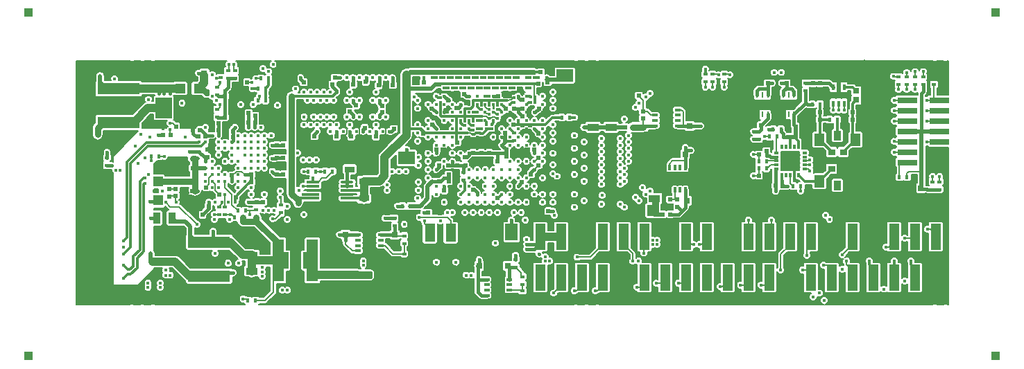
<source format=gbl>
G04 (created by PCBNEW (2013-07-07 BZR 4022)-stable) date 27/11/2015 23:20:48*
%MOIN*%
G04 Gerber Fmt 3.4, Leading zero omitted, Abs format*
%FSLAX34Y34*%
G01*
G70*
G90*
G04 APERTURE LIST*
%ADD10C,0.00590551*%
%ADD11C,0.019685*%
%ADD12R,0.051X0.0472*%
%ADD13R,0.0472X0.051*%
%ADD14R,0.0195X0.0175*%
%ADD15R,0.0175X0.0195*%
%ADD16R,0.0314X0.0275*%
%ADD17R,0.0275X0.0314*%
%ADD18R,0.0195X0.0195*%
%ADD19R,0.0137795X0.011811*%
%ADD20R,0.011811X0.0137795*%
%ADD21R,0.0787X0.0984*%
%ADD22R,0.06X0.08*%
%ADD23R,0.08X0.06*%
%ADD24R,0.0492126X0.0314961*%
%ADD25R,0.0314961X0.0492126*%
%ADD26R,0.05X0.126*%
%ADD27R,0.0629921X0.011811*%
%ADD28O,0.0629921X0.011811*%
%ADD29R,0.061811X0.0740157*%
%ADD30R,0.0392X0.0392*%
%ADD31R,0.0354331X0.0314961*%
%ADD32C,0.0472441*%
%ADD33O,0.15748X0.0629921*%
%ADD34R,0.015748X0.0314961*%
%ADD35R,0.0551X0.0354*%
%ADD36R,0.2039X0.0563*%
%ADD37R,0.0563X0.2039*%
%ADD38R,0.0354X0.0551*%
%ADD39R,0.0472X0.0591*%
%ADD40R,0.0354331X0.0472441*%
%ADD41R,0.0944882X0.0299213*%
%ADD42R,0.05X0.0866142*%
%ADD43R,0.023622X0.011811*%
%ADD44R,0.011811X0.023622*%
%ADD45R,0.0846457X0.0846457*%
%ADD46R,0.122047X0.0393701*%
%ADD47R,0.149606X0.0393701*%
%ADD48R,0.0393701X0.122047*%
%ADD49R,0.0393701X0.149606*%
%ADD50R,0.0114X0.0283*%
%ADD51R,0.0472X0.0295*%
%ADD52R,0.0255906X0.011811*%
%ADD53R,0.0629921X0.0925197*%
%ADD54R,0.011811X0.0255906*%
%ADD55R,0.0925197X0.0629921*%
%ADD56C,0.015748*%
%ADD57C,0.015748*%
%ADD58C,0.019685*%
%ADD59C,0.011811*%
%ADD60C,0.00787402*%
%ADD61C,0.0393701*%
%ADD62C,0.0314961*%
%ADD63C,0.0110236*%
%ADD64C,0.00393701*%
%ADD65C,0.0129921*%
G04 APERTURE END LIST*
G54D10*
G54D11*
X62539Y-59232D03*
X62893Y-59232D03*
X62893Y-58562D03*
X62539Y-58562D03*
X56358Y-56082D03*
X56712Y-56082D03*
X56712Y-56437D03*
X56358Y-56437D03*
X56358Y-56751D03*
X56712Y-56751D03*
X56712Y-57066D03*
X56358Y-57066D03*
X70629Y-52381D03*
X70275Y-52381D03*
X69704Y-52381D03*
X71653Y-53838D03*
X71653Y-53484D03*
X70708Y-53838D03*
X70708Y-53484D03*
X71023Y-53484D03*
X71338Y-53484D03*
X71338Y-53838D03*
X71023Y-53838D03*
X69704Y-53307D03*
X69704Y-53779D03*
X70629Y-51771D03*
X70984Y-51771D03*
X71653Y-49606D03*
X72244Y-49606D03*
X70629Y-49606D03*
X70984Y-49606D03*
X70984Y-50000D03*
X70629Y-50000D03*
X70984Y-50728D03*
X70629Y-50728D03*
X70984Y-51062D03*
X70629Y-51062D03*
X83188Y-55393D03*
X83661Y-55393D03*
X83661Y-54606D03*
X42736Y-50551D03*
X42736Y-49940D03*
X46496Y-48188D03*
X45748Y-48188D03*
X44251Y-48188D03*
X45000Y-48188D03*
X52677Y-48818D03*
X52204Y-48818D03*
X48818Y-57362D03*
X48385Y-57362D03*
X79881Y-57440D03*
X76259Y-57007D03*
X75275Y-57007D03*
X74251Y-57007D03*
X69114Y-53779D03*
X69114Y-53307D03*
X67952Y-49271D03*
X68543Y-49271D03*
X67244Y-49271D03*
X66653Y-49271D03*
X80472Y-52952D03*
X80472Y-52519D03*
X76062Y-50118D03*
X74645Y-50354D03*
X84133Y-54606D03*
X84133Y-55393D03*
X84133Y-49291D03*
X84133Y-48503D03*
X76811Y-48149D03*
X80629Y-48996D03*
X80629Y-49566D03*
X80944Y-52952D03*
X80944Y-53346D03*
X81259Y-48996D03*
X80944Y-50708D03*
X80629Y-51496D03*
X81259Y-51496D03*
X80944Y-52519D03*
X81259Y-53779D03*
X80590Y-54251D03*
X81259Y-54251D03*
X79251Y-55157D03*
X79881Y-55157D03*
X76811Y-48464D03*
X75590Y-48464D03*
X74133Y-49094D03*
X74133Y-50354D03*
X74133Y-54448D03*
X43070Y-58346D03*
X43385Y-58346D03*
X43385Y-58661D03*
X43070Y-58661D03*
X43385Y-57322D03*
X43070Y-57322D03*
X43070Y-56614D03*
X43385Y-56614D03*
X43385Y-56968D03*
X43070Y-56968D03*
X43070Y-55590D03*
X43385Y-55590D03*
X43385Y-55275D03*
X43070Y-55275D03*
X81102Y-57440D03*
X82007Y-57440D03*
X82952Y-57440D03*
X83543Y-57440D03*
X82952Y-59448D03*
X81732Y-59448D03*
X79212Y-59448D03*
X80433Y-59448D03*
X72244Y-50000D03*
X71653Y-50000D03*
X70629Y-50393D03*
X70984Y-50393D03*
X80748Y-55157D03*
X81259Y-55157D03*
X74133Y-50984D03*
X74133Y-52224D03*
X74133Y-53110D03*
X74133Y-53740D03*
X77500Y-55157D03*
X77165Y-55157D03*
X76574Y-55157D03*
X75354Y-55157D03*
X75944Y-55157D03*
X74724Y-55157D03*
G54D12*
X47441Y-49311D03*
X48345Y-49311D03*
G54D13*
X46377Y-53799D03*
X46377Y-54703D03*
G54D14*
X63897Y-59066D03*
X63897Y-59436D03*
X63562Y-57921D03*
X63562Y-57551D03*
X63897Y-58377D03*
X63897Y-58747D03*
X49311Y-55381D03*
X49311Y-55011D03*
X52283Y-54933D03*
X52283Y-55303D03*
X83149Y-48752D03*
X83149Y-49122D03*
G54D15*
X51700Y-48838D03*
X51330Y-48838D03*
G54D14*
X73582Y-49003D03*
X73582Y-48633D03*
X73031Y-49003D03*
X73031Y-48633D03*
X72677Y-49003D03*
X72677Y-48633D03*
X49389Y-48787D03*
X49389Y-48417D03*
G54D15*
X51543Y-49311D03*
X51173Y-49311D03*
G54D14*
X49232Y-49614D03*
X49232Y-49244D03*
G54D15*
X51543Y-49901D03*
X51173Y-49901D03*
X46425Y-52578D03*
X46055Y-52578D03*
G54D14*
X58208Y-56779D03*
X58208Y-56409D03*
X57755Y-55933D03*
X57755Y-55563D03*
X58208Y-57275D03*
X58208Y-57645D03*
G54D15*
X54771Y-53307D03*
X54401Y-53307D03*
G54D14*
X51102Y-55519D03*
X51102Y-55149D03*
G54D15*
X50440Y-55511D03*
X50070Y-55511D03*
G54D14*
X49606Y-55381D03*
X49606Y-55011D03*
G54D15*
X50578Y-55196D03*
X50208Y-55196D03*
X53964Y-53307D03*
X53594Y-53307D03*
G54D14*
X49232Y-50696D03*
X49232Y-50326D03*
X77490Y-49057D03*
X77490Y-49427D03*
G54D15*
X79013Y-50816D03*
X78643Y-50816D03*
G54D16*
X55393Y-56356D03*
X55393Y-55926D03*
G54D17*
X61812Y-57854D03*
X62242Y-57854D03*
G54D16*
X57755Y-56359D03*
X57755Y-56789D03*
G54D17*
X63187Y-57854D03*
X62757Y-57854D03*
G54D18*
X46634Y-51555D03*
X46988Y-51555D03*
X47598Y-51141D03*
X47244Y-51141D03*
X49606Y-49685D03*
X49960Y-49685D03*
X49606Y-50708D03*
X49960Y-50708D03*
X48681Y-54074D03*
X48681Y-54428D03*
X52086Y-52657D03*
X52086Y-53011D03*
X50118Y-54547D03*
X50472Y-54547D03*
X49921Y-53503D03*
X49921Y-53149D03*
X48661Y-51633D03*
X48307Y-51633D03*
X49980Y-51673D03*
X49626Y-51673D03*
X51122Y-54783D03*
X51122Y-54429D03*
X48523Y-55393D03*
X48169Y-55393D03*
X49291Y-51003D03*
X48937Y-51003D03*
X49291Y-51318D03*
X48937Y-51318D03*
X48740Y-52617D03*
X48740Y-52263D03*
X50728Y-50944D03*
X50374Y-50944D03*
X48051Y-53149D03*
X47697Y-53149D03*
X52086Y-53445D03*
X52086Y-53799D03*
X48818Y-55000D03*
X48464Y-55000D03*
X51043Y-50629D03*
X51397Y-50629D03*
X51043Y-50944D03*
X51397Y-50944D03*
X48051Y-52677D03*
X47697Y-52677D03*
X52086Y-52047D03*
X52086Y-51693D03*
X52401Y-52047D03*
X52401Y-51693D03*
X50866Y-53818D03*
X51220Y-53818D03*
X50866Y-53464D03*
X51220Y-53464D03*
X50728Y-50492D03*
X50374Y-50492D03*
X48405Y-51318D03*
X48051Y-51318D03*
X49330Y-54429D03*
X48976Y-54429D03*
X49980Y-51397D03*
X49626Y-51397D03*
X51437Y-54783D03*
X51791Y-54783D03*
X52401Y-52657D03*
X52401Y-53011D03*
X52401Y-53445D03*
X52401Y-53799D03*
X48031Y-54252D03*
X48031Y-54606D03*
X55659Y-51633D03*
X56013Y-51633D03*
X53897Y-51614D03*
X53543Y-51614D03*
X56358Y-48996D03*
X56358Y-49350D03*
X53385Y-49015D03*
X53739Y-49015D03*
X54960Y-51633D03*
X55314Y-51633D03*
X57657Y-49153D03*
X57657Y-49507D03*
X54881Y-48799D03*
X54527Y-48799D03*
X57716Y-51259D03*
X57716Y-50905D03*
X56988Y-49173D03*
X57342Y-49173D03*
X57145Y-50157D03*
X57499Y-50157D03*
X57145Y-50452D03*
X57499Y-50452D03*
X56850Y-51633D03*
X57204Y-51633D03*
X55895Y-50137D03*
X56249Y-50137D03*
X55757Y-49133D03*
X55403Y-49133D03*
X55600Y-50423D03*
X55246Y-50423D03*
X54763Y-49133D03*
X55117Y-49133D03*
X59901Y-49114D03*
X59901Y-49468D03*
X64655Y-49074D03*
X64655Y-49428D03*
X59114Y-51476D03*
X59114Y-51830D03*
X64763Y-48523D03*
X65117Y-48523D03*
X58267Y-49881D03*
X57913Y-49881D03*
X60767Y-51909D03*
X61121Y-51909D03*
X56309Y-51210D03*
X56309Y-50856D03*
X53110Y-54823D03*
X53110Y-55177D03*
G54D19*
X61712Y-48582D03*
X61712Y-48799D03*
X62303Y-50767D03*
X62303Y-50551D03*
G54D20*
X64498Y-49980D03*
X64281Y-49980D03*
G54D19*
X62106Y-48582D03*
X62106Y-48799D03*
X61909Y-51486D03*
X61909Y-51269D03*
X59744Y-48582D03*
X59744Y-48799D03*
X61909Y-50649D03*
X61909Y-50866D03*
X62500Y-48582D03*
X62500Y-48799D03*
X61515Y-51525D03*
X61515Y-51309D03*
X63681Y-48582D03*
X63681Y-48799D03*
G54D20*
X64498Y-49724D03*
X64281Y-49724D03*
G54D19*
X62893Y-48582D03*
X62893Y-48799D03*
X62696Y-50767D03*
X62696Y-50551D03*
X62303Y-49901D03*
X62303Y-49685D03*
X59940Y-49990D03*
X59940Y-49773D03*
X61318Y-48582D03*
X61318Y-48799D03*
X63287Y-48582D03*
X63287Y-48799D03*
X60334Y-49074D03*
X60334Y-49291D03*
X60137Y-48582D03*
X60137Y-48799D03*
X62155Y-51259D03*
X62155Y-51043D03*
X64074Y-48582D03*
X64074Y-48799D03*
X61515Y-50669D03*
X61515Y-50452D03*
X61122Y-50885D03*
X61122Y-51102D03*
X61909Y-49074D03*
X61909Y-49291D03*
X61515Y-50885D03*
X61515Y-51102D03*
X62303Y-49074D03*
X62303Y-49291D03*
X64468Y-48582D03*
X64468Y-48799D03*
X60531Y-48582D03*
X60531Y-48799D03*
X62696Y-50108D03*
X62696Y-50324D03*
X63090Y-49074D03*
X63090Y-49291D03*
X63484Y-49773D03*
X63484Y-49990D03*
X62696Y-49074D03*
X62696Y-49291D03*
X63484Y-49074D03*
X63484Y-49291D03*
X62411Y-51259D03*
X62411Y-51043D03*
X64271Y-49074D03*
X64271Y-49291D03*
X61122Y-49074D03*
X61122Y-49291D03*
X61515Y-49074D03*
X61515Y-49291D03*
X62303Y-50108D03*
X62303Y-50324D03*
X60728Y-49074D03*
X60728Y-49291D03*
X60925Y-48582D03*
X60925Y-48799D03*
X61909Y-50108D03*
X61909Y-50324D03*
G54D21*
X48267Y-50255D03*
X46653Y-50255D03*
G54D22*
X63366Y-56240D03*
X62066Y-56240D03*
G54D23*
X65925Y-48700D03*
X65925Y-50000D03*
X58326Y-52657D03*
X58326Y-53957D03*
G54D24*
X47007Y-53799D03*
X47007Y-53090D03*
G54D25*
X48602Y-48700D03*
X47893Y-48700D03*
G54D24*
X56279Y-54606D03*
X56279Y-55314D03*
X55590Y-53208D03*
X55590Y-52500D03*
X56279Y-53779D03*
X56279Y-53070D03*
G54D26*
X81751Y-58425D03*
X80751Y-58425D03*
X79751Y-58425D03*
X78751Y-58425D03*
X77751Y-58425D03*
X76751Y-58425D03*
X75751Y-58425D03*
X74751Y-58425D03*
X81751Y-56456D03*
X80751Y-56456D03*
X79751Y-56456D03*
X78751Y-56456D03*
X77751Y-56456D03*
X76751Y-56456D03*
X75751Y-56456D03*
X74751Y-56456D03*
X82751Y-56456D03*
X83751Y-56456D03*
X82751Y-58425D03*
X83751Y-58425D03*
X73751Y-58425D03*
X72751Y-58425D03*
X73751Y-56456D03*
X72751Y-56456D03*
X64751Y-56456D03*
X65751Y-56456D03*
X66751Y-56456D03*
X67751Y-56456D03*
X68751Y-56456D03*
X69751Y-56456D03*
X70751Y-56456D03*
X71751Y-56456D03*
X64751Y-58425D03*
X65751Y-58425D03*
X66751Y-58425D03*
X67751Y-58425D03*
X68751Y-58425D03*
X69751Y-58425D03*
X70751Y-58425D03*
X71751Y-58425D03*
G54D18*
X64291Y-53444D03*
X64645Y-53444D03*
G54D11*
X54468Y-54448D03*
X54468Y-53976D03*
X54822Y-53976D03*
X54822Y-54448D03*
G54D27*
X53818Y-53818D03*
X53818Y-54015D03*
G54D28*
X55472Y-53818D03*
G54D27*
X55472Y-54015D03*
X55472Y-54212D03*
X55472Y-54409D03*
X55472Y-54606D03*
X53818Y-54606D03*
X53818Y-54409D03*
X53818Y-54212D03*
G54D29*
X54645Y-54212D03*
G54D11*
X54645Y-54212D03*
G54D30*
X40157Y-62204D03*
X40157Y-45669D03*
X86614Y-62204D03*
X86614Y-45669D03*
G54D18*
X63090Y-50295D03*
X63090Y-50649D03*
X60728Y-50255D03*
X60728Y-49901D03*
G54D15*
X78186Y-50088D03*
X77816Y-50088D03*
G54D14*
X43937Y-53019D03*
X43937Y-52649D03*
X81968Y-49122D03*
X81968Y-48752D03*
X82362Y-49122D03*
X82362Y-48752D03*
X82755Y-49122D03*
X82755Y-48752D03*
G54D31*
X79311Y-53188D03*
X79311Y-52381D03*
X78740Y-52381D03*
X78740Y-53188D03*
G54D32*
X43228Y-56082D03*
G54D33*
X43228Y-54665D03*
X43228Y-59271D03*
G54D32*
X43228Y-57854D03*
G54D16*
X71929Y-51120D03*
X71929Y-50690D03*
X69685Y-51182D03*
X69685Y-51612D03*
G54D17*
X71711Y-52480D03*
X71281Y-52480D03*
X71792Y-54724D03*
X72222Y-54724D03*
G54D18*
X69685Y-50767D03*
X69685Y-50413D03*
G54D34*
X79340Y-49261D03*
X79084Y-49261D03*
X78828Y-49261D03*
X78828Y-50049D03*
X79084Y-50049D03*
X79340Y-50049D03*
G54D18*
X46929Y-54507D03*
X46929Y-54153D03*
X50669Y-49015D03*
X50669Y-48661D03*
X63110Y-52263D03*
X63464Y-52263D03*
X62303Y-52421D03*
X62303Y-52067D03*
X61515Y-54192D03*
X61515Y-53838D03*
X78178Y-50816D03*
X77824Y-50816D03*
X61122Y-52617D03*
X61122Y-52263D03*
X61515Y-52421D03*
X61515Y-52067D03*
X61909Y-52421D03*
X61909Y-52067D03*
X62677Y-52834D03*
X62323Y-52834D03*
X63110Y-52578D03*
X63464Y-52578D03*
X63051Y-51850D03*
X62697Y-51850D03*
X63070Y-51456D03*
X62716Y-51456D03*
X63464Y-51062D03*
X63110Y-51062D03*
X63877Y-51082D03*
X63877Y-51436D03*
X59547Y-51043D03*
X59547Y-50689D03*
X65137Y-55216D03*
X64783Y-55216D03*
X63858Y-53818D03*
X63504Y-53818D03*
X62696Y-54586D03*
X62696Y-54232D03*
X64685Y-50275D03*
X65039Y-50275D03*
X59370Y-55295D03*
X59724Y-55295D03*
X59763Y-52263D03*
X60117Y-52263D03*
X59881Y-53011D03*
X59881Y-52657D03*
X59527Y-50275D03*
X59173Y-50275D03*
X59153Y-49025D03*
X58799Y-49025D03*
X60334Y-49901D03*
X60334Y-50255D03*
X61102Y-49586D03*
X60748Y-49586D03*
X65098Y-49015D03*
X65098Y-49369D03*
X62716Y-49685D03*
X63070Y-49685D03*
X63877Y-49862D03*
X63877Y-49508D03*
X64271Y-51082D03*
X64271Y-51436D03*
X60767Y-53011D03*
X60767Y-52657D03*
X60334Y-53011D03*
X60334Y-52657D03*
X63897Y-50669D03*
X64251Y-50669D03*
X63897Y-50275D03*
X64251Y-50275D03*
X63484Y-50295D03*
X63484Y-50649D03*
X59901Y-53799D03*
X59901Y-53445D03*
X60354Y-53464D03*
X60708Y-53464D03*
X60354Y-53779D03*
X60708Y-53779D03*
X77844Y-49065D03*
X77844Y-49419D03*
X78179Y-49065D03*
X78179Y-49419D03*
X79754Y-50462D03*
X80108Y-50462D03*
X79754Y-50816D03*
X80108Y-50816D03*
X78178Y-50462D03*
X77824Y-50462D03*
X61141Y-53011D03*
X61495Y-53011D03*
G54D35*
X55118Y-58286D03*
X55118Y-59036D03*
X50885Y-58109D03*
X50885Y-58859D03*
X50885Y-57343D03*
X50885Y-56593D03*
X46653Y-49331D03*
X46653Y-48581D03*
X55944Y-58286D03*
X55944Y-59036D03*
G54D36*
X44488Y-49330D03*
X44488Y-50964D03*
X48838Y-56712D03*
X48838Y-58346D03*
G54D37*
X53799Y-57598D03*
X52165Y-57598D03*
G54D16*
X79931Y-49870D03*
X79931Y-49440D03*
G54D38*
X47067Y-55551D03*
X46317Y-55551D03*
G54D18*
X64665Y-53011D03*
X64665Y-52657D03*
X69192Y-51181D03*
X68838Y-51181D03*
X70984Y-55374D03*
X70630Y-55374D03*
X71338Y-54665D03*
X71338Y-55019D03*
X69488Y-49311D03*
X69488Y-49665D03*
X70984Y-55019D03*
X70984Y-54665D03*
X75246Y-52489D03*
X75246Y-52135D03*
X76377Y-54015D03*
X76377Y-54369D03*
X75610Y-52322D03*
X75610Y-51968D03*
X76663Y-51643D03*
X76663Y-51289D03*
X76052Y-54005D03*
X75698Y-54005D03*
X77017Y-51643D03*
X77371Y-51643D03*
X75246Y-53513D03*
X75246Y-53867D03*
X47224Y-54488D03*
X47578Y-54488D03*
X47224Y-54173D03*
X47578Y-54173D03*
X60137Y-54232D03*
X60491Y-54232D03*
X64448Y-52263D03*
X64094Y-52263D03*
X64665Y-51476D03*
X64665Y-51830D03*
G54D39*
X79891Y-53785D03*
X79891Y-51785D03*
X78159Y-51785D03*
X78159Y-53785D03*
G54D40*
X79025Y-51584D03*
X79025Y-53986D03*
G54D35*
X68149Y-51182D03*
X68149Y-50432D03*
X67283Y-51182D03*
X67283Y-50432D03*
G54D38*
X70060Y-55196D03*
X69310Y-55196D03*
G54D35*
X70236Y-54607D03*
X70236Y-53857D03*
G54D17*
X83029Y-54114D03*
X82599Y-54114D03*
G54D18*
X83070Y-53582D03*
X82716Y-53582D03*
G54D41*
X82381Y-49877D03*
X82381Y-50377D03*
X82381Y-51377D03*
X82381Y-50877D03*
X82381Y-52877D03*
X82381Y-52377D03*
X82381Y-51877D03*
X83917Y-49877D03*
X83917Y-50377D03*
X83917Y-50877D03*
X83917Y-52377D03*
X83917Y-51877D03*
X83917Y-51377D03*
X83917Y-52877D03*
G54D14*
X83661Y-48752D03*
X83661Y-49122D03*
X83602Y-53811D03*
X83602Y-54181D03*
X83937Y-53811D03*
X83937Y-54181D03*
G54D15*
X82000Y-53582D03*
X82370Y-53582D03*
G54D42*
X60440Y-56259D03*
X59440Y-56259D03*
G54D11*
X74133Y-55157D03*
G54D43*
X76958Y-52509D03*
X76958Y-52903D03*
X76958Y-53100D03*
X76958Y-52706D03*
X76564Y-52903D03*
X76564Y-52509D03*
X76564Y-53100D03*
G54D44*
X77155Y-52125D03*
X76958Y-52125D03*
X76564Y-52125D03*
X76761Y-52125D03*
X76368Y-52125D03*
X76368Y-53484D03*
X76761Y-53484D03*
X76564Y-53484D03*
X76958Y-53484D03*
X77155Y-53484D03*
G54D43*
X76082Y-52411D03*
X76082Y-52608D03*
X76082Y-53001D03*
X76082Y-52805D03*
X76082Y-53198D03*
X77440Y-53198D03*
X77440Y-52805D03*
X77440Y-53001D03*
X77440Y-52608D03*
G54D45*
X76761Y-52805D03*
G54D43*
X77440Y-52411D03*
X76564Y-52706D03*
G54D15*
X51070Y-59527D03*
X50700Y-59527D03*
G54D14*
X50078Y-48826D03*
X50078Y-48456D03*
X49744Y-48826D03*
X49744Y-48456D03*
X61062Y-53728D03*
X61062Y-53358D03*
G54D15*
X66149Y-50708D03*
X65779Y-50708D03*
X58122Y-54980D03*
X58492Y-54980D03*
G54D14*
X63484Y-51838D03*
X63484Y-51468D03*
G54D46*
X80521Y-48356D03*
G54D47*
X77687Y-48356D03*
G54D46*
X74852Y-48356D03*
G54D48*
X74438Y-48769D03*
G54D49*
X74438Y-51604D03*
G54D48*
X74438Y-54438D03*
X80935Y-48769D03*
G54D46*
X74852Y-54852D03*
G54D47*
X77687Y-54852D03*
G54D46*
X80521Y-54852D03*
G54D48*
X80935Y-54438D03*
G54D49*
X80935Y-51604D03*
G54D15*
X75937Y-51279D03*
X76307Y-51279D03*
G54D18*
X76584Y-49064D03*
X76938Y-49064D03*
X77017Y-51151D03*
X77371Y-51151D03*
X75678Y-49064D03*
X75324Y-49064D03*
X75354Y-51082D03*
X75000Y-51082D03*
G54D50*
X76938Y-50570D03*
X76682Y-50570D03*
X76426Y-50570D03*
X76426Y-49637D03*
X76682Y-49637D03*
X76938Y-49637D03*
G54D51*
X76682Y-50103D03*
G54D50*
X75679Y-50570D03*
X75423Y-50570D03*
X75167Y-50570D03*
X75167Y-49637D03*
X75423Y-49637D03*
X75679Y-49637D03*
G54D51*
X75423Y-50103D03*
G54D14*
X75255Y-51759D03*
X75255Y-51389D03*
G54D15*
X75618Y-52834D03*
X75248Y-52834D03*
X75618Y-53169D03*
X75248Y-53169D03*
X76901Y-54015D03*
X77271Y-54015D03*
X76129Y-51633D03*
X75759Y-51633D03*
G54D22*
X52342Y-57598D03*
X53642Y-57598D03*
G54D52*
X63257Y-59025D03*
X63257Y-59281D03*
X63257Y-58769D03*
X63257Y-58513D03*
X62175Y-58513D03*
X62175Y-58769D03*
X62175Y-59281D03*
G54D53*
X62716Y-58897D03*
G54D52*
X62175Y-59025D03*
X57076Y-56879D03*
X57076Y-57135D03*
X57076Y-56624D03*
X57076Y-56368D03*
X55994Y-56368D03*
X55994Y-56624D03*
X55994Y-57135D03*
G54D53*
X56535Y-56751D03*
G54D52*
X55994Y-56879D03*
X70265Y-50600D03*
X70265Y-50344D03*
X70265Y-50856D03*
X70265Y-51112D03*
X71348Y-51112D03*
X71348Y-50856D03*
X71348Y-50344D03*
G54D53*
X70807Y-50728D03*
G54D52*
X71348Y-50600D03*
G54D54*
X71210Y-54202D03*
X70954Y-54202D03*
X71466Y-54202D03*
X71722Y-54202D03*
X71722Y-53120D03*
X71466Y-53120D03*
X70954Y-53120D03*
G54D55*
X71338Y-53661D03*
G54D54*
X71210Y-53120D03*
G54D56*
X67716Y-51181D03*
X66850Y-51181D03*
X68582Y-51181D03*
X70354Y-55196D03*
X70354Y-54960D03*
X57283Y-55570D03*
X57519Y-55570D03*
X53149Y-54212D03*
X55757Y-50679D03*
X55757Y-49891D03*
X55472Y-53503D03*
X55600Y-51387D03*
X57017Y-50679D03*
X53238Y-48789D03*
X54970Y-51387D03*
X54025Y-51387D03*
X57017Y-49891D03*
X55127Y-48789D03*
X56230Y-51387D03*
X55757Y-48789D03*
X56860Y-51387D03*
X57017Y-48789D03*
X57490Y-51387D03*
X57647Y-48789D03*
X56387Y-48789D03*
X59744Y-50472D03*
X51870Y-52047D03*
X59744Y-52440D03*
X59744Y-53228D03*
X50708Y-51200D03*
X59744Y-51259D03*
X65059Y-48799D03*
X62500Y-49685D03*
X63681Y-49685D03*
X60137Y-49685D03*
X61318Y-49685D03*
X59153Y-48799D03*
X75000Y-51397D03*
X76614Y-54015D03*
X55098Y-56358D03*
X55393Y-56633D03*
X51141Y-57598D03*
X51377Y-57598D03*
X63366Y-55649D03*
X65354Y-55216D03*
X51543Y-49692D03*
X52598Y-55629D03*
X51574Y-57598D03*
X60137Y-54015D03*
X62893Y-54409D03*
X63681Y-54015D03*
X59153Y-55295D03*
X64468Y-50472D03*
X53818Y-53622D03*
X45748Y-52657D03*
X64468Y-52440D03*
X61712Y-54409D03*
X49035Y-56200D03*
X49606Y-49409D03*
X49606Y-50492D03*
X64468Y-51259D03*
X64468Y-53228D03*
X76417Y-51633D03*
X75610Y-52559D03*
X61811Y-57559D03*
X70354Y-56830D03*
X56358Y-58385D03*
X56594Y-58385D03*
X56594Y-58188D03*
X56358Y-58188D03*
X71988Y-52303D03*
X83326Y-54173D03*
X71712Y-52165D03*
X72460Y-51122D03*
X72224Y-51122D03*
X70354Y-56614D03*
X70157Y-56614D03*
X70157Y-56830D03*
X64980Y-57637D03*
X51397Y-58149D03*
X65196Y-57637D03*
X75905Y-49055D03*
X76338Y-49055D03*
X51397Y-57933D03*
X64980Y-57421D03*
X64685Y-57283D03*
X51397Y-58366D03*
X44153Y-53031D03*
X44350Y-53248D03*
X46968Y-58307D03*
X44566Y-53248D03*
X46751Y-58307D03*
X46751Y-58070D03*
X56240Y-57637D03*
X56240Y-57834D03*
X64094Y-56830D03*
X64094Y-57066D03*
X48346Y-51889D03*
X44724Y-56653D03*
X44724Y-57283D03*
X48661Y-51889D03*
X58937Y-55511D03*
X49133Y-54783D03*
X50905Y-49311D03*
X50236Y-54094D03*
X72677Y-49251D03*
X51692Y-48503D03*
X50866Y-54409D03*
X73031Y-49251D03*
X51417Y-48346D03*
X50551Y-53779D03*
X73582Y-49251D03*
X51909Y-48169D03*
X51496Y-54409D03*
X60137Y-52047D03*
X57618Y-53307D03*
X60531Y-52047D03*
X57952Y-53307D03*
X60531Y-52440D03*
X58287Y-53307D03*
X49291Y-52204D03*
X45984Y-51673D03*
X45748Y-53877D03*
X44724Y-58464D03*
X45748Y-53622D03*
X44724Y-57834D03*
X75000Y-51751D03*
X75708Y-51279D03*
X76043Y-54271D03*
X81259Y-58976D03*
X81968Y-49370D03*
X61181Y-58307D03*
X61318Y-53622D03*
X61437Y-58307D03*
X82263Y-58582D03*
X82362Y-49370D03*
X61712Y-53622D03*
X75846Y-55669D03*
X62696Y-55295D03*
X76299Y-58051D03*
X62106Y-54409D03*
X60137Y-54803D03*
X67381Y-59055D03*
X69389Y-58877D03*
X60925Y-54015D03*
X69724Y-57244D03*
X60531Y-55295D03*
X70334Y-58700D03*
X60925Y-54803D03*
X71377Y-58700D03*
X61122Y-55295D03*
X61318Y-54803D03*
X72125Y-56830D03*
X61515Y-55295D03*
X72381Y-56830D03*
X74744Y-55669D03*
X62106Y-54803D03*
X79251Y-57322D03*
X62500Y-54015D03*
X80551Y-57637D03*
X61318Y-53228D03*
X81358Y-56948D03*
X62500Y-53622D03*
X81751Y-57637D03*
X62106Y-53622D03*
X62500Y-53228D03*
X82263Y-56535D03*
X83346Y-56102D03*
X62106Y-53228D03*
X61712Y-53228D03*
X82559Y-57637D03*
X78366Y-57834D03*
X62500Y-54803D03*
X62106Y-54015D03*
X79468Y-57637D03*
X62500Y-54409D03*
X77559Y-57362D03*
X77342Y-58051D03*
X61318Y-54015D03*
X74370Y-58779D03*
X61909Y-55295D03*
X73385Y-58858D03*
X61712Y-54803D03*
X69192Y-57637D03*
X60688Y-57677D03*
X61318Y-54409D03*
X75354Y-58779D03*
X62303Y-55295D03*
X64094Y-56574D03*
X63287Y-54409D03*
X66515Y-57440D03*
X63681Y-50866D03*
X60531Y-52834D03*
X63287Y-51259D03*
X63681Y-50472D03*
X60137Y-53622D03*
X54025Y-51072D03*
X61318Y-51259D03*
X54183Y-49891D03*
X62303Y-48799D03*
X63090Y-48799D03*
X54025Y-49498D03*
X53405Y-50679D03*
X60137Y-49291D03*
X59940Y-48799D03*
X53001Y-49340D03*
X61712Y-50866D03*
X54183Y-50679D03*
X53710Y-49498D03*
X61515Y-48799D03*
X53710Y-51072D03*
X64074Y-50078D03*
X53868Y-49891D03*
X61909Y-48799D03*
X53868Y-50679D03*
X61712Y-51259D03*
X59547Y-48799D03*
X53395Y-49498D03*
X59744Y-49685D03*
X53395Y-51072D03*
X61122Y-48799D03*
X53553Y-49891D03*
X63484Y-48799D03*
X54340Y-49498D03*
X64271Y-48799D03*
X54498Y-49891D03*
X64665Y-48799D03*
X54655Y-49498D03*
X54655Y-51072D03*
X60925Y-50472D03*
X61318Y-50472D03*
X54970Y-51072D03*
X55600Y-51072D03*
X62893Y-50472D03*
X62893Y-49291D03*
X55600Y-49498D03*
X56702Y-50679D03*
X62106Y-50078D03*
X56702Y-49891D03*
X60531Y-49291D03*
X56702Y-48789D03*
X60728Y-48799D03*
X61712Y-50078D03*
X56545Y-51387D03*
X60334Y-48799D03*
X57332Y-48789D03*
X62106Y-49685D03*
X57175Y-51387D03*
X63287Y-50078D03*
X55442Y-50679D03*
X55442Y-49891D03*
X62500Y-49291D03*
X63287Y-49291D03*
X55442Y-48789D03*
X62500Y-50866D03*
X55285Y-51387D03*
X56072Y-48789D03*
X64074Y-49291D03*
X62106Y-50866D03*
X55915Y-51387D03*
X60925Y-49291D03*
X56860Y-51072D03*
X61318Y-49291D03*
X56860Y-49498D03*
X56072Y-49891D03*
X64074Y-49685D03*
X62500Y-50472D03*
X56072Y-50679D03*
X62106Y-49291D03*
X54655Y-51387D03*
X57332Y-49891D03*
X62106Y-50472D03*
X62696Y-48799D03*
X57332Y-50679D03*
X60925Y-50866D03*
X54498Y-50679D03*
X61318Y-50866D03*
X54340Y-51072D03*
X61712Y-50472D03*
X54812Y-50679D03*
X61712Y-49291D03*
X54812Y-49891D03*
X66377Y-54409D03*
X63287Y-54015D03*
X65354Y-51062D03*
X67677Y-52047D03*
X66850Y-51889D03*
X64862Y-50866D03*
X66377Y-51574D03*
X64074Y-50866D03*
X67677Y-52677D03*
X65354Y-51850D03*
X65354Y-49881D03*
X68976Y-51574D03*
X65354Y-51456D03*
X66377Y-52204D03*
X67677Y-52362D03*
X63681Y-51259D03*
X67677Y-51732D03*
X63287Y-50866D03*
X68582Y-51732D03*
X64862Y-49685D03*
X65354Y-49488D03*
X68976Y-51889D03*
X62893Y-51259D03*
X66850Y-52519D03*
X64862Y-50078D03*
X68582Y-52047D03*
X66850Y-53779D03*
X64074Y-53622D03*
X68582Y-53937D03*
X63287Y-54803D03*
X64862Y-51653D03*
X66377Y-52834D03*
X64862Y-52440D03*
X67677Y-52992D03*
X67677Y-53937D03*
X64074Y-54015D03*
X65354Y-54803D03*
X68779Y-53779D03*
X64862Y-52834D03*
X66377Y-53464D03*
X67677Y-53622D03*
X63681Y-53228D03*
X67677Y-53307D03*
X65354Y-52992D03*
X64468Y-54409D03*
X68582Y-53622D03*
X65354Y-52440D03*
X66850Y-53149D03*
X65354Y-54409D03*
X68779Y-53464D03*
X63287Y-51653D03*
X68976Y-52519D03*
X64468Y-54015D03*
X68779Y-53149D03*
X68582Y-52362D03*
X64862Y-51259D03*
X68582Y-52992D03*
X64862Y-53622D03*
X59350Y-53228D03*
X77263Y-54251D03*
X54192Y-53307D03*
X59744Y-52047D03*
X79340Y-50364D03*
X63681Y-54803D03*
X79251Y-58011D03*
X49094Y-55374D03*
X64468Y-52047D03*
X52244Y-54566D03*
X64862Y-52047D03*
X64862Y-54803D03*
X67677Y-54881D03*
X63287Y-52047D03*
X49842Y-55374D03*
X50777Y-55393D03*
X64074Y-52834D03*
X63287Y-53622D03*
X68582Y-54881D03*
X78464Y-55433D03*
X78828Y-50364D03*
X66377Y-55039D03*
X63484Y-55295D03*
X79084Y-50364D03*
X78641Y-55610D03*
X66850Y-54724D03*
X62893Y-53622D03*
X49606Y-53464D03*
X53385Y-53307D03*
X51496Y-52204D03*
X59350Y-51259D03*
X51496Y-52519D03*
X59350Y-51653D03*
X51496Y-53149D03*
X58858Y-51850D03*
X60137Y-51653D03*
X51181Y-53149D03*
X50866Y-53149D03*
X59350Y-52440D03*
X51181Y-52519D03*
X60137Y-52834D03*
X50866Y-52519D03*
X59350Y-53622D03*
X50551Y-52519D03*
X58858Y-54606D03*
X50236Y-53149D03*
X59350Y-52834D03*
X51496Y-52834D03*
X59744Y-51653D03*
X53090Y-52421D03*
X60531Y-51653D03*
X50866Y-52204D03*
X50551Y-53149D03*
X58897Y-52637D03*
X50866Y-52834D03*
X58897Y-54212D03*
X49448Y-54783D03*
X49291Y-53779D03*
X51889Y-55590D03*
X50236Y-51574D03*
X58858Y-49881D03*
X50236Y-51889D03*
X58681Y-49724D03*
X51338Y-51200D03*
X60531Y-50472D03*
X51811Y-51574D03*
X59350Y-50866D03*
X60137Y-50866D03*
X51496Y-51574D03*
X51496Y-51889D03*
X60531Y-50866D03*
X51181Y-52204D03*
X58858Y-51456D03*
X50551Y-52204D03*
X60925Y-52440D03*
X49921Y-52834D03*
X58897Y-53031D03*
X60531Y-50078D03*
X50551Y-51574D03*
X50551Y-51889D03*
X60925Y-51259D03*
X60925Y-51653D03*
X50236Y-52204D03*
X59350Y-50078D03*
X50866Y-51574D03*
X60531Y-51259D03*
X50866Y-51889D03*
X58858Y-50275D03*
X51181Y-51574D03*
X51181Y-51889D03*
X58858Y-51062D03*
X64074Y-54803D03*
X51948Y-55177D03*
X63838Y-55295D03*
X51692Y-55177D03*
X50866Y-54094D03*
X63681Y-53622D03*
X57381Y-54232D03*
X58208Y-55866D03*
X64035Y-55649D03*
X51437Y-55177D03*
X62598Y-56771D03*
X49763Y-54783D03*
X49606Y-54409D03*
X49606Y-53779D03*
X51181Y-52834D03*
X58897Y-53818D03*
X50354Y-50098D03*
X63287Y-53228D03*
X50255Y-57736D03*
X50905Y-49035D03*
X49291Y-54094D03*
X62893Y-53228D03*
X48996Y-49704D03*
X48996Y-48641D03*
X49291Y-53149D03*
X49114Y-57263D03*
X49744Y-57736D03*
X49291Y-53464D03*
X49173Y-49901D03*
X49173Y-48838D03*
X62893Y-54803D03*
X49291Y-51574D03*
X49921Y-53779D03*
X50078Y-54783D03*
X49822Y-55629D03*
X49094Y-55629D03*
X48818Y-54783D03*
X48326Y-48582D03*
X48740Y-49606D03*
X48740Y-49409D03*
X51023Y-51200D03*
X50078Y-51200D03*
X48976Y-51574D03*
X46003Y-54763D03*
X51870Y-53307D03*
X51870Y-52677D03*
X50708Y-54783D03*
X49921Y-51889D03*
X48976Y-53779D03*
X62874Y-56771D03*
X62283Y-56771D03*
X61850Y-56771D03*
X67716Y-50393D03*
X66850Y-57224D03*
X67716Y-57224D03*
X67716Y-57440D03*
X68582Y-57440D03*
X68582Y-57224D03*
X66377Y-56614D03*
X68582Y-55590D03*
X68582Y-57657D03*
X67716Y-57657D03*
X66850Y-57657D03*
X66850Y-50078D03*
X67716Y-55590D03*
X68582Y-55275D03*
X67716Y-55275D03*
X68582Y-51417D03*
X67716Y-51417D03*
X66850Y-51417D03*
X67716Y-50708D03*
X67716Y-50944D03*
X68582Y-50944D03*
X66850Y-50944D03*
X68582Y-50629D03*
X66850Y-50708D03*
X68582Y-50078D03*
X67716Y-50078D03*
X66850Y-55275D03*
X68582Y-50393D03*
X66850Y-50393D03*
X66850Y-55590D03*
X62755Y-57559D03*
X62244Y-57559D03*
X63267Y-59645D03*
X63897Y-59645D03*
X55472Y-55649D03*
X56043Y-55610D03*
X56279Y-55610D03*
X57086Y-57342D03*
X58208Y-57874D03*
X57755Y-57066D03*
X55531Y-59035D03*
X56358Y-59035D03*
X54704Y-59035D03*
X72500Y-54724D03*
X71023Y-52480D03*
X70728Y-54212D03*
X70748Y-55019D03*
X69685Y-51889D03*
X72224Y-50688D03*
X71929Y-50433D03*
X70255Y-50137D03*
X59744Y-50866D03*
X66161Y-59645D03*
X66161Y-59173D03*
X47066Y-48602D03*
X75000Y-50846D03*
X75846Y-51968D03*
X76377Y-54625D03*
X60137Y-53228D03*
X75688Y-54271D03*
X80314Y-48031D03*
X74114Y-48425D03*
X64468Y-51653D03*
X66141Y-49271D03*
X66456Y-50078D03*
X66417Y-50393D03*
X56437Y-52736D03*
X63287Y-50472D03*
X59744Y-54803D03*
X59940Y-55334D03*
X61712Y-52834D03*
X57775Y-54232D03*
X58011Y-54409D03*
X58326Y-54409D03*
X49330Y-48070D03*
X49566Y-51200D03*
X49606Y-53149D03*
X64468Y-55275D03*
X76761Y-52923D03*
X77096Y-52923D03*
X76427Y-52923D03*
X76427Y-53139D03*
X77096Y-53139D03*
X76761Y-53139D03*
X76761Y-52470D03*
X77096Y-52470D03*
X76427Y-52470D03*
X76427Y-52706D03*
X77096Y-52706D03*
X76761Y-52706D03*
X83661Y-48503D03*
X82716Y-53818D03*
X83326Y-52874D03*
X83326Y-52381D03*
X83917Y-53188D03*
X76220Y-48070D03*
X82027Y-48070D03*
X81594Y-48070D03*
X78700Y-48366D03*
X74990Y-52135D03*
X74950Y-50580D03*
X76210Y-50580D03*
X75246Y-54124D03*
X76958Y-53750D03*
X75580Y-50103D03*
X75265Y-50103D03*
X76525Y-50103D03*
X76840Y-50103D03*
X76663Y-51053D03*
X75068Y-49064D03*
X77175Y-49064D03*
X76427Y-50895D03*
X77627Y-51643D03*
X77627Y-51151D03*
X77568Y-50462D03*
X77568Y-50816D03*
X77844Y-49675D03*
X78179Y-49675D03*
X79084Y-49576D03*
X79084Y-48946D03*
X79616Y-53198D03*
X79301Y-52903D03*
X79301Y-53474D03*
X79891Y-53356D03*
X80246Y-53789D03*
X79537Y-53789D03*
X79891Y-54202D03*
X80364Y-50462D03*
X80364Y-50816D03*
X62893Y-54015D03*
X43700Y-56968D03*
X51397Y-59192D03*
X63681Y-55649D03*
X70748Y-57244D03*
X69133Y-59055D03*
X68366Y-59055D03*
X69724Y-49311D03*
X43700Y-55787D03*
X44724Y-56968D03*
X73307Y-48385D03*
X48385Y-59448D03*
X47460Y-59645D03*
X49311Y-59645D03*
X54094Y-59448D03*
X53169Y-59645D03*
X55019Y-59645D03*
X59803Y-59429D03*
X58877Y-59645D03*
X60728Y-59645D03*
X64291Y-59645D03*
X65433Y-55688D03*
X65964Y-50964D03*
X66141Y-48070D03*
X64271Y-48070D03*
X60748Y-48070D03*
X58858Y-48070D03*
X55039Y-48070D03*
X53149Y-48070D03*
X47440Y-48070D03*
X42500Y-52834D03*
X42500Y-50944D03*
X42500Y-49488D03*
X43897Y-48070D03*
X64980Y-59271D03*
X70433Y-53543D03*
X70216Y-53543D03*
X69350Y-55590D03*
X64468Y-54803D03*
X63681Y-52440D03*
X65354Y-50511D03*
X60137Y-51259D03*
X59350Y-49685D03*
X64074Y-53228D03*
X62106Y-51653D03*
X61712Y-51653D03*
X62500Y-50078D03*
X50905Y-48641D03*
X73759Y-57244D03*
X80748Y-55669D03*
X80748Y-57244D03*
X44842Y-50098D03*
X44842Y-50531D03*
X44842Y-50314D03*
X44271Y-50098D03*
X44271Y-50531D03*
X44271Y-50314D03*
X44547Y-50098D03*
X44547Y-50531D03*
X44547Y-50314D03*
X45118Y-50098D03*
X45118Y-50531D03*
X45118Y-50314D03*
X43976Y-50314D03*
X43976Y-50531D03*
X43976Y-50098D03*
X53208Y-58444D03*
X49330Y-57401D03*
X49547Y-57618D03*
X48011Y-57657D03*
X48011Y-57460D03*
X48976Y-57795D03*
X48011Y-57263D03*
X47283Y-56023D03*
X47283Y-56830D03*
X47283Y-56417D03*
X47283Y-56220D03*
X47283Y-56633D03*
X46732Y-56023D03*
X46732Y-56830D03*
X46732Y-56417D03*
X46732Y-56220D03*
X46732Y-56633D03*
X47578Y-56633D03*
X47578Y-56220D03*
X47578Y-56417D03*
X47578Y-56830D03*
X47578Y-56023D03*
X47007Y-56023D03*
X47007Y-56830D03*
X47007Y-56417D03*
X47007Y-56220D03*
X47007Y-56633D03*
X46437Y-56633D03*
X46437Y-56220D03*
X46437Y-56417D03*
X46437Y-56830D03*
X46437Y-56023D03*
X77145Y-58779D03*
X77145Y-58425D03*
X78366Y-56456D03*
X83366Y-58425D03*
X60137Y-50472D03*
X61712Y-54015D03*
X63681Y-54409D03*
X83759Y-57657D03*
X50314Y-48641D03*
X58858Y-53425D03*
X62893Y-50866D03*
X64862Y-50472D03*
X55127Y-49891D03*
X56545Y-51072D03*
X55915Y-49498D03*
X56387Y-49891D03*
X46299Y-48602D03*
X51043Y-59133D03*
X50728Y-59133D03*
X52362Y-58779D03*
X53208Y-59035D03*
X53956Y-58838D03*
X53956Y-59035D03*
X53208Y-58838D03*
X53208Y-58641D03*
X58858Y-52244D03*
X51496Y-53464D03*
X50374Y-50708D03*
X51870Y-54566D03*
X46181Y-54251D03*
X46062Y-52795D03*
X64862Y-53228D03*
X64074Y-52440D03*
X55098Y-52696D03*
X56102Y-52736D03*
X53110Y-55393D03*
X53543Y-55629D03*
X53818Y-56102D03*
X51043Y-56338D03*
X50728Y-56338D03*
X59350Y-52047D03*
X65334Y-48562D03*
X61318Y-51653D03*
X64074Y-50472D03*
X46377Y-51555D03*
X47539Y-50728D03*
X46259Y-50944D03*
X58799Y-48789D03*
X55285Y-49498D03*
X56387Y-50679D03*
X55127Y-50679D03*
X55285Y-51072D03*
X55915Y-51072D03*
X57175Y-51072D03*
X57175Y-49498D03*
X57647Y-50679D03*
X57647Y-49891D03*
X53868Y-48789D03*
X56545Y-49498D03*
X53395Y-51387D03*
X59350Y-50472D03*
X60531Y-49685D03*
X63287Y-49685D03*
X63681Y-49291D03*
X60137Y-52440D03*
X60531Y-54015D03*
X60531Y-53228D03*
X62106Y-52834D03*
X62500Y-52047D03*
X62106Y-52047D03*
X61712Y-52047D03*
X61318Y-52047D03*
X49842Y-56220D03*
X48661Y-50944D03*
X47618Y-48700D03*
X51653Y-51200D03*
X51870Y-53937D03*
X51870Y-52992D03*
X49606Y-52519D03*
X48051Y-51102D03*
X47677Y-51673D03*
X45433Y-52933D03*
X48976Y-52204D03*
X47007Y-52677D03*
X48031Y-54822D03*
X47401Y-52677D03*
X48503Y-54783D03*
X48169Y-55098D03*
X48818Y-55393D03*
X50393Y-54783D03*
X51496Y-53937D03*
X52086Y-51397D03*
X52401Y-51397D03*
X49960Y-57618D03*
X47952Y-50866D03*
X48267Y-50866D03*
X46043Y-48602D03*
X45807Y-48897D03*
X43681Y-52716D03*
X43267Y-53248D03*
X43267Y-52185D03*
X45551Y-51535D03*
X45295Y-52086D03*
X47795Y-54330D03*
X48287Y-54566D03*
X45984Y-50866D03*
X46633Y-51259D03*
X47303Y-50413D03*
X46791Y-53444D03*
X45925Y-53444D03*
X50098Y-49468D03*
X50098Y-50452D03*
X50905Y-49704D03*
X53090Y-53307D03*
X48976Y-51889D03*
X48976Y-52519D03*
X49921Y-54094D03*
X51870Y-54251D03*
X50393Y-51200D03*
X64862Y-49291D03*
X43917Y-48602D03*
X49468Y-56062D03*
X49035Y-55866D03*
X48346Y-59055D03*
X49173Y-59055D03*
X64074Y-51259D03*
X61318Y-50078D03*
X69488Y-54724D03*
X61712Y-49685D03*
X69488Y-50039D03*
X69330Y-50236D03*
X69330Y-54566D03*
X64468Y-50866D03*
X69822Y-54409D03*
X69822Y-49724D03*
X60137Y-50078D03*
X70019Y-54251D03*
X70019Y-49547D03*
X59744Y-50078D03*
X78149Y-59173D03*
X59744Y-54409D03*
X66377Y-59055D03*
X76338Y-48543D03*
X77706Y-53001D03*
X49783Y-48169D03*
X49606Y-52204D03*
X77854Y-59350D03*
X59744Y-54015D03*
X65393Y-59173D03*
X75984Y-48543D03*
X77706Y-53277D03*
X50039Y-48169D03*
X49606Y-51889D03*
X62500Y-51653D03*
X82755Y-49370D03*
X65354Y-50275D03*
X68976Y-52204D03*
X64862Y-54409D03*
X68582Y-53307D03*
X48661Y-53779D03*
X46574Y-54251D03*
X49606Y-52834D03*
X53346Y-52755D03*
X53661Y-52755D03*
X48661Y-53464D03*
X52578Y-54980D03*
X48976Y-53464D03*
X50236Y-53464D03*
X52244Y-54251D03*
X73307Y-48661D03*
X49350Y-49035D03*
X51102Y-48838D03*
X49291Y-52519D03*
X46673Y-52578D03*
X72677Y-48385D03*
X73858Y-48661D03*
X51259Y-49685D03*
X49350Y-50098D03*
X53385Y-55393D03*
X59173Y-55688D03*
X52125Y-50137D03*
X47539Y-50019D03*
X43937Y-52401D03*
X53976Y-52755D03*
X48976Y-54094D03*
X48287Y-52677D03*
X48661Y-53149D03*
X48287Y-54251D03*
X47893Y-52362D03*
X48661Y-52834D03*
X82755Y-48503D03*
X82362Y-48543D03*
X81712Y-48740D03*
X53346Y-54015D03*
X53346Y-54409D03*
X43484Y-51535D03*
X44291Y-48858D03*
X45925Y-49842D03*
X46023Y-55551D03*
X47244Y-54803D03*
X46751Y-54803D03*
X48248Y-55866D03*
X46023Y-57263D03*
X46023Y-57657D03*
X46023Y-57460D03*
X50000Y-58188D03*
X45905Y-58700D03*
X52362Y-59035D03*
X52598Y-59035D03*
X46496Y-58700D03*
X45905Y-58897D03*
X46496Y-58897D03*
X83149Y-48503D03*
X75531Y-51633D03*
X65354Y-53425D03*
X46968Y-50984D03*
X48976Y-52834D03*
X48976Y-53149D03*
X46968Y-51299D03*
X67716Y-54468D03*
X64468Y-52834D03*
X74990Y-52490D03*
X68779Y-50787D03*
X59940Y-55688D03*
X59763Y-57677D03*
X69468Y-57637D03*
X69665Y-54094D03*
X78385Y-59527D03*
X77706Y-52746D03*
X50236Y-53779D03*
X50472Y-59448D03*
X83326Y-50885D03*
X83937Y-53562D03*
X64074Y-52047D03*
X81751Y-49881D03*
X50944Y-50098D03*
X50236Y-52834D03*
X83326Y-51889D03*
X83602Y-53562D03*
X63681Y-52047D03*
X81751Y-50885D03*
X49921Y-52519D03*
X64074Y-51653D03*
X83326Y-49881D03*
X81751Y-51870D03*
X49291Y-51889D03*
X83326Y-50374D03*
X63681Y-51653D03*
X81751Y-50374D03*
X49921Y-52204D03*
X48661Y-51200D03*
X81751Y-52381D03*
X68582Y-52677D03*
X63681Y-52834D03*
X63287Y-52834D03*
X68976Y-52834D03*
X74990Y-53513D03*
X68779Y-55039D03*
X65433Y-55433D03*
X60295Y-55295D03*
X65551Y-53543D03*
X58326Y-52244D03*
X57893Y-54980D03*
X62893Y-52440D03*
X62500Y-52440D03*
X62106Y-52440D03*
X61712Y-52440D03*
X61318Y-52440D03*
X62893Y-52047D03*
X62893Y-51653D03*
X46948Y-49566D03*
X46653Y-49566D03*
X46417Y-49566D03*
X46259Y-49311D03*
X43602Y-48720D03*
X63562Y-57342D03*
X66397Y-50708D03*
X60925Y-54409D03*
X57381Y-53956D03*
X62893Y-50078D03*
X60925Y-50078D03*
X54970Y-49498D03*
G54D57*
X68149Y-51182D02*
X67717Y-51182D01*
X67717Y-51182D02*
X67716Y-51181D01*
X67715Y-51182D02*
X67716Y-51181D01*
G54D58*
X68582Y-51181D02*
X66850Y-51181D01*
X68838Y-51181D02*
X68582Y-51181D01*
G54D57*
X67283Y-51182D02*
X67715Y-51182D01*
X70354Y-55196D02*
X70060Y-55196D01*
G54D58*
X70354Y-55374D02*
X70354Y-54725D01*
X70354Y-54725D02*
X70236Y-54607D01*
X70236Y-54607D02*
X70236Y-55373D01*
X70236Y-55373D02*
X70237Y-55374D01*
X70630Y-55374D02*
X70354Y-55374D01*
X70354Y-55374D02*
X70237Y-55374D01*
X70237Y-55374D02*
X70060Y-55196D01*
G54D57*
X70060Y-55196D02*
X70060Y-55058D01*
X70060Y-55058D02*
X70157Y-54960D01*
X70157Y-54960D02*
X70354Y-54960D01*
X57527Y-55563D02*
X57755Y-55563D01*
X57527Y-55563D02*
X57519Y-55570D01*
X57283Y-55570D02*
X57519Y-55570D01*
X59744Y-52440D02*
X59744Y-52283D01*
X59744Y-52283D02*
X59763Y-52263D01*
X59881Y-53090D02*
X59744Y-53228D01*
X59881Y-53011D02*
X59881Y-53090D01*
G54D58*
X65354Y-48897D02*
X65727Y-48897D01*
X65727Y-48897D02*
X65925Y-48700D01*
X65059Y-48897D02*
X65354Y-48897D01*
X65354Y-48897D02*
X65806Y-48897D01*
G54D57*
X59527Y-50275D02*
X59547Y-50275D01*
X59547Y-50275D02*
X59744Y-50472D01*
X55757Y-50679D02*
X55757Y-50580D01*
X55757Y-49891D02*
X55757Y-49999D01*
X57017Y-50679D02*
X57017Y-50580D01*
X53238Y-48789D02*
X53238Y-48867D01*
X53897Y-51515D02*
X54025Y-51387D01*
X57017Y-49891D02*
X57017Y-50029D01*
X55472Y-54015D02*
X55472Y-53818D01*
X55472Y-53503D02*
X55472Y-53326D01*
X55472Y-53326D02*
X55590Y-53208D01*
X55472Y-53818D02*
X55472Y-53503D01*
X55127Y-48789D02*
X54891Y-48789D01*
X54891Y-48789D02*
X54881Y-48799D01*
X56230Y-51387D02*
X56230Y-51289D01*
X56230Y-51289D02*
X56309Y-51210D01*
X55757Y-50580D02*
X55600Y-50423D01*
X55757Y-48789D02*
X55757Y-49133D01*
X55757Y-49133D02*
X55757Y-49133D01*
X55757Y-49999D02*
X55895Y-50137D01*
X55600Y-51387D02*
X55600Y-51574D01*
X55600Y-51574D02*
X55659Y-51633D01*
X54970Y-51387D02*
X54970Y-51624D01*
X54970Y-51624D02*
X54960Y-51633D01*
X56860Y-51387D02*
X56860Y-51624D01*
X56860Y-51624D02*
X56850Y-51633D01*
X57017Y-50580D02*
X57145Y-50452D01*
X57017Y-50029D02*
X57145Y-50157D01*
X57017Y-48789D02*
X57017Y-49143D01*
X57017Y-49143D02*
X56988Y-49173D01*
X57490Y-51387D02*
X57588Y-51387D01*
X57588Y-51387D02*
X57716Y-51259D01*
X57647Y-48789D02*
X57647Y-49143D01*
X57647Y-49143D02*
X57657Y-49153D01*
X53238Y-48867D02*
X53385Y-49015D01*
X56387Y-48789D02*
X56387Y-48966D01*
X56387Y-48966D02*
X56358Y-48996D01*
X53897Y-51614D02*
X53897Y-51515D01*
X63681Y-49685D02*
X63681Y-49744D01*
X61318Y-49685D02*
X61200Y-49685D01*
X61200Y-49685D02*
X61102Y-49586D01*
X60137Y-49685D02*
X60137Y-49685D01*
X60137Y-49685D02*
X60354Y-49901D01*
G54D59*
X59153Y-48799D02*
X59153Y-49025D01*
X59153Y-49025D02*
X59153Y-49025D01*
G54D57*
X65059Y-48799D02*
X65059Y-48897D01*
X65059Y-48897D02*
X65059Y-48976D01*
X65059Y-48976D02*
X65098Y-49015D01*
X62716Y-49685D02*
X62500Y-49685D01*
X63799Y-49862D02*
X63877Y-49862D01*
X63681Y-49744D02*
X63799Y-49862D01*
X59586Y-51043D02*
X59586Y-51102D01*
X59586Y-51102D02*
X59744Y-51259D01*
X50708Y-51200D02*
X50708Y-50964D01*
X50708Y-50964D02*
X50728Y-50944D01*
X51870Y-52047D02*
X52086Y-52047D01*
X52086Y-52047D02*
X52086Y-52047D01*
X50728Y-50492D02*
X50728Y-50944D01*
X52401Y-52047D02*
X52086Y-52047D01*
X75007Y-51389D02*
X75000Y-51397D01*
X75255Y-51389D02*
X75007Y-51389D01*
X76614Y-54015D02*
X76614Y-54015D01*
X76614Y-54015D02*
X76377Y-54015D01*
X76368Y-53750D02*
X76368Y-54006D01*
X76368Y-54006D02*
X76377Y-54015D01*
X75679Y-50570D02*
X75679Y-50757D01*
X75679Y-50757D02*
X75354Y-51082D01*
X75354Y-51082D02*
X75354Y-51291D01*
X75354Y-51291D02*
X75255Y-51389D01*
X76368Y-53750D02*
X76368Y-53966D01*
X76368Y-53966D02*
X76377Y-53976D01*
G54D59*
X76368Y-53750D02*
X76368Y-53484D01*
G54D57*
X55099Y-56356D02*
X55098Y-56358D01*
X55393Y-56356D02*
X55099Y-56356D01*
G54D60*
X55994Y-57135D02*
X55718Y-57135D01*
G54D57*
X55393Y-56633D02*
X55393Y-56356D01*
G54D60*
X55393Y-56811D02*
X55393Y-56633D01*
X55718Y-57135D02*
X55393Y-56811D01*
G54D57*
X55994Y-56368D02*
X55405Y-56368D01*
X55405Y-56368D02*
X55393Y-56356D01*
G54D61*
X52165Y-57598D02*
X52342Y-57598D01*
G54D62*
X52165Y-57598D02*
X52165Y-56771D01*
X52165Y-56771D02*
X51102Y-55708D01*
X51102Y-55519D02*
X51102Y-55708D01*
X50440Y-55708D02*
X50440Y-55511D01*
X51102Y-55708D02*
X50905Y-55708D01*
X50905Y-55708D02*
X50440Y-55708D01*
G54D57*
X64665Y-51476D02*
X64665Y-51456D01*
X64665Y-51456D02*
X64468Y-51259D01*
X64665Y-51436D02*
X64665Y-51456D01*
X59370Y-55295D02*
X59153Y-55295D01*
G54D60*
X51070Y-59527D02*
X51515Y-59527D01*
X51929Y-57834D02*
X52165Y-57598D01*
X51929Y-59114D02*
X51929Y-57834D01*
X51515Y-59527D02*
X51929Y-59114D01*
G54D57*
X49744Y-48826D02*
X49744Y-49271D01*
X49744Y-49271D02*
X49606Y-49409D01*
X49744Y-48826D02*
X50078Y-48826D01*
X63366Y-56240D02*
X63366Y-55650D01*
X63366Y-55650D02*
X63366Y-55649D01*
X65354Y-55216D02*
X65137Y-55216D01*
G54D59*
X62696Y-54586D02*
X62716Y-54586D01*
X62716Y-54586D02*
X62893Y-54409D01*
X51543Y-49901D02*
X51543Y-49692D01*
X51543Y-49311D02*
X51543Y-49901D01*
X51700Y-48838D02*
X51700Y-49153D01*
X51700Y-49153D02*
X51543Y-49311D01*
G54D60*
X64665Y-53019D02*
X64665Y-53031D01*
X64665Y-53031D02*
X64468Y-53228D01*
G54D57*
X63838Y-53799D02*
X63838Y-53858D01*
X63838Y-53858D02*
X63681Y-54015D01*
G54D61*
X50885Y-57598D02*
X51574Y-57598D01*
G54D57*
X64468Y-50472D02*
X64488Y-50472D01*
X64488Y-50472D02*
X64685Y-50275D01*
G54D59*
X64468Y-50472D02*
X64488Y-50472D01*
G54D60*
X54771Y-53307D02*
X54771Y-53318D01*
X54074Y-53818D02*
X53818Y-53818D01*
X54271Y-53622D02*
X54074Y-53818D01*
X54468Y-53622D02*
X54271Y-53622D01*
X54771Y-53318D02*
X54468Y-53622D01*
G54D57*
X60137Y-54015D02*
X60137Y-54232D01*
X60137Y-54232D02*
X60137Y-54232D01*
X64291Y-53444D02*
X64291Y-53346D01*
X64409Y-53228D02*
X64468Y-53228D01*
X64291Y-53346D02*
X64409Y-53228D01*
X64468Y-52440D02*
X64468Y-52283D01*
X64468Y-52283D02*
X64448Y-52263D01*
G54D59*
X53818Y-53818D02*
X53818Y-53622D01*
X64645Y-50315D02*
X64645Y-50255D01*
G54D57*
X61712Y-54409D02*
X61712Y-54330D01*
X61712Y-54330D02*
X61574Y-54192D01*
G54D62*
X49842Y-56712D02*
X48858Y-56712D01*
G54D61*
X51574Y-57598D02*
X52165Y-57598D01*
X50885Y-57322D02*
X50885Y-57598D01*
X50885Y-57598D02*
X50885Y-58129D01*
G54D58*
X48858Y-56712D02*
X48228Y-56712D01*
X47245Y-55728D02*
X47067Y-55551D01*
X47696Y-55728D02*
X47245Y-55728D01*
X47933Y-55964D02*
X47696Y-55728D01*
X47933Y-56417D02*
X47933Y-55964D01*
X48228Y-56712D02*
X47933Y-56417D01*
G54D57*
X49035Y-56200D02*
X49035Y-56535D01*
X49035Y-56535D02*
X48858Y-56712D01*
G54D61*
X50885Y-57322D02*
X50452Y-57322D01*
X49842Y-56712D02*
X48858Y-56712D01*
X50452Y-57322D02*
X49842Y-56712D01*
G54D57*
X49606Y-50492D02*
X49606Y-49685D01*
X49606Y-49685D02*
X49606Y-49685D01*
X49606Y-49685D02*
X49303Y-49685D01*
X49303Y-49685D02*
X49232Y-49614D01*
X49606Y-49685D02*
X49606Y-49409D01*
X49606Y-49409D02*
X49606Y-49409D01*
X49606Y-50708D02*
X49244Y-50708D01*
X49244Y-50708D02*
X49232Y-50696D01*
X49606Y-50708D02*
X49606Y-50492D01*
G54D60*
X49606Y-50492D02*
X49606Y-50492D01*
G54D57*
X76417Y-51633D02*
X76417Y-51496D01*
X76307Y-51385D02*
X76307Y-51279D01*
X76417Y-51496D02*
X76307Y-51385D01*
X76663Y-51643D02*
X76427Y-51643D01*
X76427Y-51643D02*
X76417Y-51633D01*
X75610Y-52559D02*
X75767Y-52559D01*
X75767Y-52559D02*
X75816Y-52608D01*
X75816Y-52608D02*
X76082Y-52608D01*
X75610Y-52322D02*
X75610Y-52559D01*
G54D59*
X76761Y-52125D02*
X76761Y-51643D01*
G54D58*
X77017Y-51643D02*
X76761Y-51643D01*
X76761Y-51643D02*
X76663Y-51643D01*
X76663Y-51643D02*
X76663Y-51643D01*
X77017Y-51151D02*
X77017Y-51643D01*
G54D59*
X77155Y-52125D02*
X77155Y-51860D01*
X77155Y-51860D02*
X77017Y-51722D01*
X77017Y-51722D02*
X77017Y-51643D01*
G54D57*
X77816Y-50088D02*
X77588Y-50088D01*
X77588Y-50088D02*
X77490Y-49990D01*
X77490Y-49427D02*
X77490Y-49990D01*
X77490Y-49990D02*
X77490Y-50019D01*
X77490Y-50019D02*
X76938Y-50570D01*
X76938Y-50570D02*
X76938Y-51072D01*
X76938Y-51072D02*
X77017Y-51151D01*
X61812Y-57560D02*
X61811Y-57559D01*
X61812Y-57560D02*
X61812Y-57854D01*
X62175Y-58513D02*
X61751Y-58513D01*
X61751Y-58513D02*
X61751Y-58503D01*
X61812Y-57854D02*
X61732Y-57854D01*
X61732Y-57854D02*
X61751Y-57874D01*
X61751Y-57874D02*
X61751Y-58503D01*
X61919Y-59281D02*
X62175Y-59281D01*
X61751Y-59114D02*
X61919Y-59281D01*
X61751Y-58503D02*
X61751Y-59114D01*
X56594Y-58385D02*
X56358Y-58385D01*
X56357Y-58384D02*
X56358Y-58385D01*
X56357Y-58384D02*
X55944Y-58384D01*
X55944Y-58286D02*
X56497Y-58286D01*
X56357Y-58187D02*
X55944Y-58187D01*
X56357Y-58187D02*
X56358Y-58188D01*
X56594Y-58188D02*
X56358Y-58188D01*
X56594Y-58383D02*
X56594Y-58188D01*
X56497Y-58286D02*
X56594Y-58383D01*
G54D61*
X55118Y-58286D02*
X55944Y-58286D01*
X55118Y-58286D02*
X53758Y-58286D01*
X53799Y-58246D02*
X53799Y-57598D01*
X53758Y-58286D02*
X53799Y-58246D01*
G54D57*
X71988Y-52303D02*
X71711Y-52303D01*
X71711Y-52480D02*
X71711Y-52303D01*
X71711Y-52303D02*
X71711Y-52166D01*
X71711Y-52166D02*
X71712Y-52165D01*
G54D60*
X70954Y-53120D02*
X70954Y-52942D01*
X71102Y-52795D02*
X71722Y-52795D01*
X70954Y-52942D02*
X71102Y-52795D01*
G54D57*
X71722Y-53120D02*
X71722Y-52795D01*
X71722Y-52795D02*
X71722Y-52491D01*
X71722Y-52491D02*
X71711Y-52480D01*
X72460Y-51122D02*
X72224Y-51122D01*
X72222Y-51120D02*
X72224Y-51122D01*
X72222Y-51120D02*
X71929Y-51120D01*
G54D60*
X71348Y-50344D02*
X71525Y-50344D01*
X71614Y-50433D02*
X71614Y-51112D01*
X71525Y-50344D02*
X71614Y-50433D01*
G54D57*
X71348Y-51112D02*
X71614Y-51112D01*
X71614Y-51112D02*
X71920Y-51112D01*
X71920Y-51112D02*
X71929Y-51120D01*
G54D61*
X53799Y-57598D02*
X53642Y-57598D01*
G54D57*
X83149Y-49122D02*
X83149Y-49468D01*
X83070Y-49547D02*
X83070Y-51377D01*
X83149Y-49468D02*
X83070Y-49547D01*
X83326Y-54173D02*
X83089Y-54173D01*
X83089Y-54173D02*
X83029Y-54114D01*
X83334Y-54181D02*
X83326Y-54173D01*
X83602Y-54181D02*
X83334Y-54181D01*
X83937Y-54181D02*
X83602Y-54181D01*
G54D60*
X82370Y-53582D02*
X82370Y-53397D01*
X82460Y-53307D02*
X83070Y-53307D01*
X82370Y-53397D02*
X82460Y-53307D01*
G54D58*
X83070Y-53582D02*
X83070Y-53307D01*
X83070Y-53307D02*
X83070Y-51377D01*
X83070Y-51377D02*
X83070Y-51377D01*
X82381Y-51377D02*
X83070Y-51377D01*
X83070Y-51377D02*
X83917Y-51377D01*
X83070Y-53582D02*
X83070Y-54073D01*
X83070Y-54073D02*
X83029Y-54114D01*
G54D57*
X75895Y-49064D02*
X75905Y-49055D01*
X75678Y-49064D02*
X75895Y-49064D01*
X76348Y-49064D02*
X76338Y-49055D01*
X76348Y-49064D02*
X76584Y-49064D01*
X75167Y-49637D02*
X75167Y-49439D01*
X75265Y-49340D02*
X75679Y-49340D01*
X75167Y-49439D02*
X75265Y-49340D01*
X75679Y-49637D02*
X75679Y-49340D01*
X75679Y-49340D02*
X75679Y-49065D01*
X75679Y-49065D02*
X75678Y-49064D01*
X76584Y-49064D02*
X76584Y-49340D01*
X76584Y-49340D02*
X76584Y-49281D01*
X76938Y-49637D02*
X76938Y-49458D01*
X76426Y-49439D02*
X76426Y-49637D01*
X76525Y-49340D02*
X76584Y-49281D01*
X76584Y-49281D02*
X76426Y-49439D01*
X76820Y-49340D02*
X76525Y-49340D01*
X76938Y-49458D02*
X76820Y-49340D01*
X64685Y-57283D02*
X64685Y-57283D01*
X44153Y-53031D02*
X43948Y-53031D01*
X43948Y-53031D02*
X43937Y-53019D01*
X64751Y-56822D02*
X64744Y-56830D01*
X64744Y-56830D02*
X64094Y-56830D01*
X64751Y-56456D02*
X64751Y-56822D01*
X64751Y-56763D02*
X64448Y-57066D01*
X64448Y-57066D02*
X64094Y-57066D01*
X64751Y-56763D02*
X64751Y-56456D01*
X64751Y-56456D02*
X64751Y-56606D01*
X64751Y-56606D02*
X64527Y-56830D01*
X64527Y-56830D02*
X64291Y-56830D01*
G54D61*
X65751Y-56456D02*
X64751Y-56456D01*
G54D59*
X44881Y-56062D02*
X44881Y-56496D01*
X44881Y-56062D02*
X44881Y-52854D01*
X44881Y-52854D02*
X45826Y-51909D01*
X45826Y-51909D02*
X48326Y-51909D01*
X48326Y-51909D02*
X48346Y-51889D01*
X44881Y-56496D02*
X44724Y-56653D01*
X45059Y-55905D02*
X45059Y-56948D01*
X45059Y-56948D02*
X44724Y-57283D01*
X45059Y-56122D02*
X45059Y-56141D01*
X45059Y-56141D02*
X45059Y-55964D01*
X45059Y-53346D02*
X45059Y-52933D01*
X45059Y-55964D02*
X45059Y-55905D01*
X45059Y-55905D02*
X45059Y-53346D01*
X45059Y-52933D02*
X45905Y-52086D01*
X45905Y-52086D02*
X48464Y-52086D01*
G54D63*
X45059Y-56043D02*
X45059Y-55964D01*
G54D59*
X48464Y-52086D02*
X48661Y-51889D01*
G54D60*
X60440Y-55677D02*
X60275Y-55511D01*
X60275Y-55511D02*
X58937Y-55511D01*
X60440Y-55677D02*
X60440Y-56259D01*
G54D59*
X50905Y-49311D02*
X51173Y-49311D01*
G54D60*
X72677Y-49003D02*
X72677Y-49251D01*
X73031Y-49251D02*
X73031Y-49003D01*
X73582Y-49251D02*
X73582Y-49003D01*
G54D59*
X44921Y-58267D02*
X45059Y-58267D01*
X45374Y-57480D02*
X45688Y-57165D01*
X45374Y-57952D02*
X45374Y-57480D01*
X45059Y-58267D02*
X45374Y-57952D01*
X45688Y-53937D02*
X45748Y-53877D01*
X45688Y-57165D02*
X45688Y-53937D01*
X44921Y-58267D02*
X44724Y-58464D01*
X44921Y-58031D02*
X45039Y-58031D01*
X45196Y-57401D02*
X45511Y-57086D01*
X45196Y-57874D02*
X45196Y-57401D01*
X45039Y-58031D02*
X45196Y-57874D01*
X45511Y-57047D02*
X45511Y-57086D01*
X45511Y-54114D02*
X45511Y-53799D01*
X45511Y-53799D02*
X45688Y-53622D01*
X45688Y-53622D02*
X45748Y-53622D01*
X45511Y-54114D02*
X45511Y-57047D01*
X44921Y-58031D02*
X44724Y-57834D01*
G54D57*
X75007Y-51759D02*
X75255Y-51759D01*
X75007Y-51759D02*
X75000Y-51751D01*
X75708Y-51279D02*
X75937Y-51279D01*
X76052Y-54005D02*
X76052Y-54261D01*
X76052Y-54261D02*
X76043Y-54271D01*
X76053Y-53750D02*
X76053Y-53228D01*
G54D59*
X76052Y-53750D02*
X76053Y-53750D01*
G54D57*
X76052Y-54005D02*
X76052Y-53750D01*
G54D59*
X76053Y-53228D02*
X76082Y-53198D01*
G54D60*
X81968Y-49370D02*
X81968Y-49122D01*
X82362Y-49370D02*
X82362Y-49122D01*
X75846Y-56362D02*
X75751Y-56456D01*
X75846Y-55669D02*
X75846Y-56362D01*
X76299Y-58051D02*
X76299Y-57696D01*
X76751Y-56850D02*
X76299Y-57303D01*
X76751Y-56456D02*
X76751Y-56850D01*
X76299Y-57303D02*
X76299Y-57696D01*
X67381Y-59055D02*
X67500Y-59055D01*
X67751Y-58803D02*
X67751Y-58425D01*
X67500Y-59055D02*
X67751Y-58803D01*
X69389Y-58877D02*
X69783Y-58877D01*
X69751Y-58846D02*
X69751Y-58425D01*
X69783Y-58877D02*
X69751Y-58846D01*
X69751Y-56704D02*
X69724Y-56732D01*
X69724Y-56732D02*
X69724Y-57244D01*
X69751Y-56704D02*
X69751Y-56456D01*
X69751Y-56456D02*
X69751Y-56685D01*
X70334Y-58700D02*
X70748Y-58700D01*
X70751Y-58696D02*
X70751Y-58425D01*
X70748Y-58700D02*
X70751Y-58696D01*
X71377Y-58700D02*
X71751Y-58700D01*
X71751Y-58700D02*
X71751Y-58425D01*
X71751Y-58759D02*
X71751Y-58425D01*
X72007Y-56830D02*
X71751Y-56574D01*
X71751Y-56574D02*
X71751Y-56456D01*
X72125Y-56830D02*
X72007Y-56830D01*
X72500Y-56830D02*
X72751Y-56578D01*
X72381Y-56830D02*
X72500Y-56830D01*
X72751Y-56578D02*
X72751Y-56456D01*
X72751Y-56456D02*
X72751Y-56460D01*
X74751Y-55677D02*
X74744Y-55669D01*
X74751Y-55677D02*
X74751Y-56456D01*
X79751Y-56822D02*
X79251Y-57322D01*
X79751Y-56822D02*
X79751Y-56456D01*
G54D59*
X80551Y-57775D02*
X80551Y-57637D01*
X80751Y-57976D02*
X80751Y-58425D01*
X80751Y-57976D02*
X80551Y-57775D01*
G54D60*
X81358Y-56948D02*
X81496Y-56948D01*
X81751Y-56692D02*
X81751Y-56456D01*
X81496Y-56948D02*
X81751Y-56692D01*
G54D59*
X81751Y-57637D02*
X81751Y-58425D01*
G54D60*
X82263Y-56535D02*
X82673Y-56535D01*
X82673Y-56535D02*
X82751Y-56456D01*
X83346Y-56102D02*
X83503Y-56102D01*
X83751Y-56350D02*
X83751Y-56456D01*
X83503Y-56102D02*
X83751Y-56350D01*
G54D59*
X82751Y-57988D02*
X82559Y-57795D01*
X82751Y-57988D02*
X82751Y-58425D01*
X82559Y-57795D02*
X82559Y-57637D01*
G54D60*
X78366Y-57835D02*
X78366Y-57834D01*
X78366Y-57835D02*
X78751Y-57835D01*
X78751Y-58425D02*
X78751Y-58649D01*
X79751Y-58059D02*
X79468Y-57775D01*
X79468Y-57775D02*
X79468Y-57637D01*
X79751Y-58425D02*
X79751Y-58059D01*
X79751Y-58425D02*
X79751Y-58161D01*
X79751Y-58062D02*
X79751Y-58425D01*
X77559Y-56649D02*
X77751Y-56456D01*
X77559Y-57362D02*
X77559Y-56649D01*
X77751Y-57968D02*
X77669Y-58051D01*
X77669Y-58051D02*
X77342Y-58051D01*
X77751Y-57968D02*
X77751Y-58425D01*
X77751Y-58086D02*
X77751Y-58425D01*
X74370Y-58779D02*
X74507Y-58779D01*
X74751Y-58535D02*
X74751Y-58425D01*
X74507Y-58779D02*
X74751Y-58535D01*
X74751Y-58425D02*
X74546Y-58425D01*
X73385Y-58858D02*
X73503Y-58858D01*
X73503Y-58858D02*
X73751Y-58610D01*
X73751Y-58610D02*
X73751Y-58425D01*
X73751Y-58425D02*
X73660Y-58425D01*
G54D10*
X68751Y-56822D02*
X68751Y-56456D01*
X68751Y-56822D02*
X69192Y-57263D01*
X69192Y-57263D02*
X69192Y-57637D01*
G54D60*
X75354Y-58779D02*
X75807Y-58779D01*
X75751Y-58724D02*
X75751Y-58425D01*
X75807Y-58779D02*
X75751Y-58724D01*
G54D10*
X67751Y-56834D02*
X67145Y-57440D01*
X67145Y-57440D02*
X66515Y-57440D01*
X67751Y-56834D02*
X67751Y-56456D01*
G54D59*
X65779Y-50708D02*
X65334Y-50708D01*
X64291Y-51062D02*
X64271Y-51082D01*
X64980Y-51062D02*
X64291Y-51062D01*
X65334Y-50708D02*
X64980Y-51062D01*
X63681Y-51062D02*
X63681Y-50866D01*
X63877Y-51082D02*
X63936Y-51082D01*
X64251Y-51062D02*
X64271Y-51082D01*
X63956Y-51062D02*
X64251Y-51062D01*
X63936Y-51082D02*
X63956Y-51062D01*
X63464Y-51062D02*
X63681Y-51062D01*
X63681Y-51062D02*
X63858Y-51062D01*
X63858Y-51062D02*
X63877Y-51082D01*
G54D57*
X61062Y-53358D02*
X61062Y-53090D01*
X61062Y-53090D02*
X61141Y-53011D01*
X61141Y-53011D02*
X60767Y-53011D01*
X60767Y-53011D02*
X60767Y-53011D01*
X60531Y-53011D02*
X60531Y-52834D01*
X60334Y-53011D02*
X60531Y-53011D01*
X60531Y-53011D02*
X60767Y-53011D01*
X63897Y-50669D02*
X63877Y-50669D01*
X63877Y-50669D02*
X63681Y-50472D01*
G54D59*
X63484Y-51456D02*
X63287Y-51259D01*
X63484Y-51456D02*
X63484Y-51468D01*
G54D57*
X63681Y-50295D02*
X63681Y-50472D01*
X63484Y-50295D02*
X63681Y-50295D01*
X63681Y-50295D02*
X63877Y-50295D01*
X63877Y-50295D02*
X63897Y-50275D01*
X59901Y-53799D02*
X59567Y-53799D01*
G54D58*
X58976Y-54980D02*
X59330Y-54625D01*
X59330Y-54625D02*
X59330Y-54035D01*
X58976Y-54980D02*
X58492Y-54980D01*
X59567Y-53799D02*
X59330Y-54035D01*
G54D57*
X59901Y-53799D02*
X59960Y-53799D01*
X59960Y-53799D02*
X60137Y-53622D01*
X60354Y-53622D02*
X60137Y-53622D01*
X60354Y-53464D02*
X60354Y-53622D01*
X60354Y-53622D02*
X60354Y-53779D01*
G54D59*
X61368Y-51309D02*
X61318Y-51259D01*
X61515Y-51309D02*
X61368Y-51309D01*
X62303Y-48799D02*
X62500Y-48799D01*
X63287Y-48799D02*
X63090Y-48799D01*
X60137Y-49291D02*
X60334Y-49291D01*
X60137Y-48799D02*
X59940Y-48799D01*
X61712Y-50866D02*
X61909Y-50866D01*
X61515Y-48799D02*
X61712Y-48799D01*
X64281Y-49980D02*
X64173Y-49980D01*
X64173Y-49980D02*
X64074Y-50078D01*
X61909Y-48799D02*
X62106Y-48799D01*
X61722Y-51269D02*
X61712Y-51259D01*
X61870Y-51269D02*
X61722Y-51269D01*
X59547Y-48799D02*
X59744Y-48799D01*
X59940Y-49773D02*
X59832Y-49773D01*
X59832Y-49773D02*
X59744Y-49685D01*
X61318Y-48799D02*
X61122Y-48799D01*
X63484Y-48799D02*
X63681Y-48799D01*
X64271Y-48799D02*
X64074Y-48799D01*
X64665Y-48799D02*
X64468Y-48799D01*
X62893Y-50433D02*
X62893Y-50472D01*
X62785Y-50324D02*
X62893Y-50433D01*
X62696Y-50324D02*
X62785Y-50324D01*
X63090Y-49291D02*
X62893Y-49291D01*
G54D60*
X62303Y-50324D02*
X62253Y-50324D01*
X62106Y-50206D02*
X62106Y-50078D01*
X62204Y-50305D02*
X62106Y-50206D01*
X62234Y-50305D02*
X62204Y-50305D01*
X62253Y-50324D02*
X62234Y-50305D01*
G54D59*
X60728Y-49291D02*
X60531Y-49291D01*
X60925Y-48799D02*
X60728Y-48799D01*
X61712Y-50078D02*
X61712Y-50196D01*
X61840Y-50324D02*
X61909Y-50324D01*
X61712Y-50196D02*
X61840Y-50324D01*
X60334Y-48799D02*
X60531Y-48799D01*
X62303Y-49685D02*
X62106Y-49685D01*
X63484Y-49990D02*
X63375Y-49990D01*
X63375Y-49990D02*
X63287Y-50078D01*
X62500Y-49291D02*
X62696Y-49291D01*
X63287Y-49291D02*
X63474Y-49291D01*
X62500Y-50866D02*
X62500Y-50954D01*
X62500Y-50954D02*
X62411Y-51043D01*
X64074Y-49291D02*
X64271Y-49291D01*
X62155Y-51043D02*
X62155Y-50915D01*
X62155Y-50915D02*
X62106Y-50866D01*
X60925Y-49291D02*
X61122Y-49291D01*
X61515Y-49291D02*
X61318Y-49291D01*
X64074Y-49685D02*
X64242Y-49685D01*
X64242Y-49685D02*
X64281Y-49724D01*
G54D60*
X62500Y-50472D02*
X62559Y-50472D01*
X62637Y-50551D02*
X62696Y-50551D01*
X62559Y-50472D02*
X62637Y-50551D01*
X62480Y-50492D02*
X62500Y-50472D01*
G54D59*
X62303Y-49291D02*
X62106Y-49291D01*
G54D60*
X62303Y-50551D02*
X62253Y-50551D01*
X62145Y-50511D02*
X62106Y-50472D01*
X62214Y-50511D02*
X62145Y-50511D01*
X62253Y-50551D02*
X62214Y-50511D01*
G54D59*
X62696Y-48799D02*
X62893Y-48799D01*
X60925Y-50866D02*
X60925Y-50984D01*
X61043Y-51102D02*
X61122Y-51102D01*
X60925Y-50984D02*
X61043Y-51102D01*
X61318Y-50866D02*
X61318Y-50994D01*
X61318Y-50994D02*
X61427Y-51102D01*
X61427Y-51102D02*
X61515Y-51102D01*
X61515Y-50472D02*
X61712Y-50472D01*
X61712Y-49291D02*
X61909Y-49291D01*
G54D60*
X63287Y-54015D02*
X63275Y-54015D01*
X77271Y-54244D02*
X77263Y-54251D01*
X77271Y-54244D02*
X77271Y-54015D01*
X54192Y-53307D02*
X54401Y-53307D01*
X53964Y-53307D02*
X54192Y-53307D01*
X79340Y-50049D02*
X79340Y-50364D01*
X49102Y-55381D02*
X49094Y-55374D01*
X49102Y-55381D02*
X49311Y-55381D01*
X52283Y-54606D02*
X52244Y-54566D01*
X52283Y-54606D02*
X52283Y-54933D01*
X49842Y-55374D02*
X49933Y-55374D01*
X49933Y-55374D02*
X50070Y-55511D01*
X49834Y-55381D02*
X49842Y-55374D01*
X49834Y-55381D02*
X49606Y-55381D01*
X50777Y-55393D02*
X50777Y-55196D01*
X50777Y-55196D02*
X50767Y-55196D01*
X50578Y-55196D02*
X50767Y-55196D01*
X50767Y-55196D02*
X51055Y-55196D01*
X51055Y-55196D02*
X51102Y-55149D01*
X50578Y-55196D02*
X50580Y-55196D01*
X78828Y-50364D02*
X78828Y-50049D01*
X79084Y-50049D02*
X79084Y-50364D01*
X53385Y-53307D02*
X53594Y-53307D01*
G54D10*
X49311Y-55011D02*
X49311Y-55000D01*
X49448Y-54862D02*
X49448Y-54783D01*
X49311Y-55000D02*
X49448Y-54862D01*
G54D60*
X52283Y-55314D02*
X52007Y-55590D01*
X52007Y-55590D02*
X51889Y-55590D01*
X52283Y-55314D02*
X52283Y-55303D01*
G54D10*
X49606Y-55011D02*
X49606Y-54409D01*
X49606Y-53779D02*
X49606Y-54094D01*
X49606Y-54094D02*
X49921Y-54409D01*
X49921Y-54409D02*
X49921Y-54909D01*
X49921Y-54909D02*
X50208Y-55196D01*
G54D64*
X49921Y-54909D02*
X50208Y-55196D01*
X49921Y-54409D02*
X49921Y-54909D01*
X49606Y-54094D02*
X49921Y-54409D01*
G54D60*
X50905Y-49035D02*
X50689Y-49035D01*
X50689Y-49035D02*
X50669Y-49015D01*
X49173Y-48838D02*
X49338Y-48838D01*
X49338Y-48838D02*
X49389Y-48787D01*
G54D10*
X50551Y-53464D02*
X50393Y-53307D01*
G54D57*
X50866Y-53464D02*
X50551Y-53464D01*
G54D10*
X49960Y-53503D02*
X49921Y-53503D01*
X50157Y-53307D02*
X49960Y-53503D01*
X50393Y-53307D02*
X50157Y-53307D01*
G54D57*
X49921Y-53779D02*
X49921Y-53503D01*
X50866Y-53464D02*
X50866Y-53818D01*
G54D59*
X50866Y-53818D02*
X50807Y-53818D01*
X50807Y-53818D02*
X50688Y-53937D01*
X50118Y-54507D02*
X50118Y-54547D01*
X50118Y-54507D02*
X50688Y-53937D01*
G54D57*
X49291Y-51318D02*
X49291Y-51003D01*
X49291Y-51318D02*
X49291Y-51574D01*
X49291Y-51574D02*
X49291Y-51574D01*
X48523Y-55393D02*
X48523Y-55374D01*
X48818Y-55078D02*
X48818Y-55000D01*
X48523Y-55374D02*
X48818Y-55078D01*
X48818Y-54783D02*
X48818Y-54999D01*
X48818Y-54999D02*
X48818Y-55000D01*
G54D59*
X50078Y-54783D02*
X50078Y-54586D01*
X50078Y-54586D02*
X50118Y-54547D01*
G54D57*
X49980Y-51673D02*
X49980Y-51830D01*
X49980Y-51830D02*
X49921Y-51889D01*
X50078Y-51200D02*
X50000Y-51279D01*
X50000Y-51377D02*
X49980Y-51397D01*
X50000Y-51279D02*
X50000Y-51377D01*
X49980Y-51673D02*
X49980Y-51397D01*
X48602Y-48700D02*
X48543Y-48700D01*
X48425Y-48582D02*
X48326Y-48582D01*
X48543Y-48700D02*
X48425Y-48582D01*
X48740Y-49606D02*
X48740Y-49409D01*
X48345Y-49311D02*
X48582Y-49311D01*
X48681Y-49409D02*
X48740Y-49409D01*
X48582Y-49311D02*
X48681Y-49409D01*
X48385Y-49311D02*
X48681Y-49606D01*
X48345Y-49311D02*
X48385Y-49311D01*
X48681Y-49606D02*
X48740Y-49606D01*
G54D61*
X48602Y-48700D02*
X48602Y-49054D01*
X48602Y-49054D02*
X48345Y-49311D01*
G54D57*
X46221Y-54703D02*
X46161Y-54763D01*
X46161Y-54763D02*
X46003Y-54763D01*
X46377Y-54703D02*
X46221Y-54703D01*
X51043Y-50629D02*
X51043Y-50944D01*
X51023Y-51200D02*
X51023Y-50964D01*
X51023Y-50964D02*
X51043Y-50944D01*
X52086Y-53445D02*
X52008Y-53445D01*
X52008Y-53445D02*
X51870Y-53307D01*
X52086Y-53445D02*
X52401Y-53445D01*
X52086Y-52657D02*
X52401Y-52657D01*
X51870Y-52677D02*
X52067Y-52677D01*
X52067Y-52677D02*
X52086Y-52657D01*
X51122Y-54783D02*
X51437Y-54783D01*
X51437Y-54783D02*
X51437Y-54783D01*
X50708Y-54783D02*
X51121Y-54783D01*
X51121Y-54783D02*
X51122Y-54783D01*
X49921Y-51889D02*
X49921Y-51889D01*
G54D10*
X48976Y-53779D02*
X49133Y-53937D01*
X49133Y-53937D02*
X49133Y-54232D01*
X49133Y-54232D02*
X49330Y-54429D01*
G54D57*
X48405Y-51318D02*
X48444Y-51318D01*
X48661Y-51535D02*
X48661Y-51633D01*
X48444Y-51318D02*
X48661Y-51535D01*
X48976Y-51574D02*
X48720Y-51574D01*
X48720Y-51574D02*
X48661Y-51633D01*
X62283Y-56771D02*
X62283Y-56771D01*
X62283Y-56240D02*
X62283Y-56771D01*
X61850Y-56240D02*
X61850Y-56771D01*
X61850Y-56771D02*
X61850Y-56771D01*
X62757Y-57854D02*
X62757Y-57560D01*
X62757Y-57560D02*
X62755Y-57559D01*
X62242Y-57854D02*
X62242Y-57560D01*
X62242Y-57560D02*
X62244Y-57559D01*
X63257Y-59281D02*
X63257Y-59635D01*
X63257Y-59635D02*
X63267Y-59645D01*
X63897Y-59436D02*
X63897Y-59645D01*
X55393Y-55926D02*
X55451Y-55926D01*
X55472Y-55905D02*
X55472Y-55649D01*
X55451Y-55926D02*
X55472Y-55905D01*
X56043Y-55314D02*
X56043Y-55610D01*
X56279Y-55314D02*
X56279Y-55610D01*
X57076Y-57135D02*
X57076Y-57332D01*
X57076Y-57332D02*
X57086Y-57342D01*
X58208Y-57645D02*
X58208Y-57874D01*
X57755Y-56789D02*
X57755Y-57066D01*
X55944Y-59036D02*
X55532Y-59036D01*
X55530Y-59036D02*
X55531Y-59035D01*
X55530Y-59036D02*
X55118Y-59036D01*
X55532Y-59036D02*
X55531Y-59035D01*
X55944Y-59036D02*
X56357Y-59036D01*
X56357Y-59036D02*
X56358Y-59035D01*
X55118Y-59036D02*
X54705Y-59036D01*
X54705Y-59036D02*
X54704Y-59035D01*
G54D58*
X74133Y-54448D02*
X74429Y-54448D01*
X74429Y-54448D02*
X74438Y-54438D01*
G54D57*
X72222Y-54724D02*
X72500Y-54724D01*
X71281Y-52480D02*
X71023Y-52480D01*
X70954Y-54202D02*
X70738Y-54202D01*
X70738Y-54202D02*
X70728Y-54212D01*
X70984Y-55019D02*
X70748Y-55019D01*
G54D60*
X70748Y-55019D02*
X70748Y-55019D01*
G54D57*
X69685Y-51612D02*
X69685Y-51889D01*
X71929Y-50690D02*
X72222Y-50690D01*
X72222Y-50690D02*
X72224Y-50688D01*
X71929Y-50690D02*
X71929Y-50433D01*
X70265Y-50344D02*
X70265Y-50147D01*
X70265Y-50147D02*
X70255Y-50137D01*
X46653Y-48581D02*
X46908Y-48581D01*
X46929Y-48602D02*
X47066Y-48602D01*
X46908Y-48581D02*
X46929Y-48602D01*
X75000Y-51082D02*
X75000Y-51082D01*
X75000Y-51082D02*
X75000Y-50846D01*
X75610Y-51968D02*
X75846Y-51968D01*
X75846Y-51968D02*
X75846Y-51968D01*
X76377Y-54369D02*
X76377Y-54625D01*
X60137Y-52440D02*
X60137Y-52283D01*
X60137Y-52283D02*
X60117Y-52263D01*
X59901Y-53445D02*
X59921Y-53445D01*
X59921Y-53445D02*
X60137Y-53228D01*
X75698Y-54005D02*
X75698Y-54261D01*
X75698Y-54261D02*
X75688Y-54271D01*
G54D58*
X80314Y-48031D02*
X80314Y-48385D01*
X80344Y-48356D02*
X80521Y-48356D01*
X80314Y-48385D02*
X80344Y-48356D01*
X77687Y-48356D02*
X77135Y-48356D01*
X76929Y-48149D02*
X76811Y-48149D01*
X77135Y-48356D02*
X76929Y-48149D01*
X74438Y-54438D02*
X74438Y-54045D01*
X74438Y-54045D02*
X74133Y-53740D01*
X74133Y-55157D02*
X74251Y-55039D01*
X74665Y-55039D02*
X74852Y-54852D01*
X74251Y-55039D02*
X74665Y-55039D01*
X75354Y-55157D02*
X75354Y-54881D01*
X75324Y-54852D02*
X74852Y-54852D01*
X75354Y-54881D02*
X75324Y-54852D01*
X77165Y-55157D02*
X77165Y-54881D01*
X77165Y-54881D02*
X77194Y-54852D01*
X79881Y-55157D02*
X80000Y-55039D01*
X80000Y-55039D02*
X81141Y-55039D01*
X81141Y-55039D02*
X81259Y-55157D01*
X81259Y-55157D02*
X81141Y-55039D01*
X80708Y-55039D02*
X80521Y-54852D01*
X81141Y-55039D02*
X80708Y-55039D01*
X80590Y-54251D02*
X80984Y-54251D01*
X80935Y-54301D02*
X80935Y-54438D01*
X80984Y-54251D02*
X80935Y-54301D01*
X81259Y-53779D02*
X80944Y-53779D01*
X80935Y-53789D02*
X80935Y-54438D01*
X80944Y-53779D02*
X80935Y-53789D01*
X80935Y-48769D02*
X80935Y-49261D01*
X80935Y-49261D02*
X80629Y-49566D01*
X81259Y-48996D02*
X80964Y-48996D01*
X80935Y-48966D02*
X80935Y-48769D01*
X80964Y-48996D02*
X80935Y-48966D01*
G54D57*
X74114Y-48425D02*
X74783Y-48425D01*
X74783Y-48425D02*
X74852Y-48356D01*
G54D58*
X80521Y-48356D02*
X80954Y-48356D01*
X80935Y-48375D02*
X80935Y-48769D01*
X80954Y-48356D02*
X80935Y-48375D01*
G54D57*
X64468Y-51653D02*
X64468Y-51732D01*
X64566Y-51830D02*
X64665Y-51830D01*
X64468Y-51732D02*
X64566Y-51830D01*
G54D58*
X80629Y-48996D02*
X80925Y-48996D01*
X80935Y-48986D02*
X80935Y-48769D01*
X80925Y-48996D02*
X80935Y-48986D01*
X81259Y-51496D02*
X81043Y-51496D01*
X81043Y-51496D02*
X80935Y-51604D01*
X80629Y-51496D02*
X80826Y-51496D01*
X80826Y-51496D02*
X80935Y-51604D01*
X80944Y-50708D02*
X80944Y-51594D01*
X80944Y-51594D02*
X80935Y-51604D01*
X80944Y-52519D02*
X80944Y-51614D01*
X80944Y-51614D02*
X80935Y-51604D01*
X81259Y-54251D02*
X80905Y-54251D01*
X80935Y-54281D02*
X80935Y-54438D01*
X80905Y-54251D02*
X80935Y-54281D01*
X80748Y-55157D02*
X80748Y-54921D01*
X80679Y-54852D02*
X80521Y-54852D01*
X80748Y-54921D02*
X80679Y-54852D01*
X77500Y-55157D02*
X77500Y-54960D01*
X77500Y-54960D02*
X77391Y-54852D01*
X74724Y-55157D02*
X74724Y-54980D01*
X74724Y-54980D02*
X74852Y-54852D01*
X74133Y-52224D02*
X74389Y-52224D01*
X74438Y-52175D02*
X74438Y-51604D01*
X74389Y-52224D02*
X74438Y-52175D01*
X74133Y-50984D02*
X74429Y-50984D01*
X74438Y-50994D02*
X74438Y-51604D01*
X74429Y-50984D02*
X74438Y-50994D01*
X76811Y-48464D02*
X77578Y-48464D01*
X77578Y-48464D02*
X77687Y-48356D01*
X75590Y-48464D02*
X74960Y-48464D01*
X74960Y-48464D02*
X74852Y-48356D01*
X74133Y-49094D02*
X74429Y-49094D01*
X74438Y-49084D02*
X74438Y-48769D01*
X74429Y-49094D02*
X74438Y-49084D01*
G54D57*
X65925Y-50000D02*
X66201Y-50000D01*
X66279Y-50078D02*
X66456Y-50078D01*
X66201Y-50000D02*
X66279Y-50078D01*
X65925Y-50000D02*
X66024Y-50000D01*
X66024Y-50000D02*
X66417Y-50393D01*
X56279Y-53070D02*
X56476Y-53070D01*
X56437Y-53031D02*
X56437Y-52736D01*
X56476Y-53070D02*
X56437Y-53031D01*
X63464Y-50649D02*
X63287Y-50472D01*
X59724Y-55295D02*
X59803Y-55295D01*
X59842Y-55334D02*
X59940Y-55334D01*
X59803Y-55295D02*
X59842Y-55334D01*
X61495Y-53011D02*
X61535Y-53011D01*
X61535Y-53011D02*
X61712Y-52834D01*
X61318Y-52047D02*
X61122Y-52047D01*
X61122Y-52263D02*
X61122Y-52047D01*
X61122Y-52047D02*
X61122Y-51909D01*
X61122Y-51909D02*
X61121Y-51909D01*
X58326Y-53957D02*
X58247Y-53957D01*
X57972Y-54232D02*
X57775Y-54232D01*
X58247Y-53957D02*
X57972Y-54232D01*
X58326Y-53957D02*
X58326Y-53976D01*
X58011Y-54114D02*
X58011Y-54409D01*
X58169Y-53956D02*
X58011Y-54114D01*
X58307Y-53956D02*
X58169Y-53956D01*
X58326Y-53976D02*
X58307Y-53956D01*
X58326Y-53957D02*
X58326Y-54409D01*
X49389Y-48417D02*
X49389Y-48129D01*
X49389Y-48129D02*
X49330Y-48070D01*
X49626Y-51397D02*
X49626Y-51338D01*
X49566Y-51279D02*
X49566Y-51200D01*
X49626Y-51338D02*
X49566Y-51279D01*
X49626Y-51673D02*
X49626Y-51397D01*
X49606Y-53149D02*
X49921Y-53149D01*
X49921Y-53149D02*
X49921Y-53149D01*
X64783Y-55216D02*
X64783Y-55216D01*
X64724Y-55275D02*
X64468Y-55275D01*
X64783Y-55216D02*
X64724Y-55275D01*
G54D60*
X83661Y-48752D02*
X83661Y-48503D01*
G54D57*
X82716Y-53818D02*
X82657Y-53877D01*
X82716Y-53818D02*
X82716Y-53818D01*
X82716Y-53582D02*
X82716Y-53818D01*
X82657Y-54056D02*
X82599Y-54114D01*
X82657Y-53877D02*
X82657Y-54056D01*
X83917Y-52877D02*
X83917Y-52377D01*
X83917Y-52877D02*
X83330Y-52877D01*
G54D60*
X83330Y-52877D02*
X83326Y-52874D01*
G54D57*
X83917Y-52377D02*
X83330Y-52377D01*
G54D60*
X83330Y-52377D02*
X83326Y-52381D01*
G54D57*
X83917Y-52877D02*
X83917Y-53188D01*
X75246Y-52135D02*
X74990Y-52135D01*
X74990Y-52135D02*
X74990Y-52135D01*
X75167Y-50570D02*
X74960Y-50570D01*
X74960Y-50570D02*
X74950Y-50580D01*
X76426Y-50570D02*
X76220Y-50570D01*
X76220Y-50570D02*
X76210Y-50580D01*
X75246Y-53867D02*
X75246Y-54124D01*
G54D59*
X76958Y-53484D02*
X76958Y-53750D01*
G54D57*
X76663Y-51289D02*
X76663Y-51053D01*
X75324Y-49064D02*
X75068Y-49064D01*
X76938Y-49064D02*
X77175Y-49064D01*
X76426Y-50570D02*
X76426Y-50895D01*
X76426Y-50895D02*
X76427Y-50895D01*
X77371Y-51643D02*
X77627Y-51643D01*
X77371Y-51151D02*
X77627Y-51151D01*
X77824Y-50462D02*
X77568Y-50462D01*
X77824Y-50816D02*
X77568Y-50816D01*
X77844Y-49419D02*
X77844Y-49675D01*
X78179Y-49419D02*
X78179Y-49675D01*
X79084Y-49261D02*
X79084Y-49576D01*
X79084Y-49261D02*
X79084Y-48946D01*
X79311Y-53188D02*
X79606Y-53188D01*
X79606Y-53188D02*
X79616Y-53198D01*
X79311Y-53188D02*
X79311Y-52913D01*
X79311Y-52913D02*
X79301Y-52903D01*
X79311Y-53188D02*
X79311Y-53464D01*
X79311Y-53464D02*
X79301Y-53474D01*
X79891Y-53785D02*
X79891Y-53356D01*
X79891Y-53356D02*
X79891Y-53356D01*
X79891Y-53785D02*
X80242Y-53785D01*
X80242Y-53785D02*
X80246Y-53789D01*
X79891Y-53785D02*
X79541Y-53785D01*
X79541Y-53785D02*
X79537Y-53789D01*
X79891Y-53785D02*
X79891Y-54202D01*
X79891Y-54202D02*
X79891Y-54202D01*
X80108Y-50462D02*
X80364Y-50462D01*
X80108Y-50816D02*
X80364Y-50816D01*
X62708Y-54015D02*
X62893Y-54015D01*
G54D59*
X62697Y-51437D02*
X62697Y-51850D01*
G54D57*
X62697Y-51850D02*
X62696Y-51850D01*
X62696Y-51850D02*
X62500Y-52047D01*
X70751Y-56456D02*
X70751Y-57240D01*
X70751Y-57240D02*
X70748Y-57244D01*
X68484Y-59055D02*
X69133Y-59055D01*
X68751Y-58425D02*
X68751Y-58826D01*
X68523Y-59055D02*
X68484Y-59055D01*
X68484Y-59055D02*
X68366Y-59055D01*
X68751Y-58826D02*
X68523Y-59055D01*
G54D60*
X69488Y-49311D02*
X69724Y-49311D01*
X69724Y-49311D02*
X69724Y-49311D01*
G54D57*
X66377Y-56614D02*
X66594Y-56614D01*
X66594Y-56614D02*
X66751Y-56456D01*
X70433Y-53857D02*
X70433Y-53543D01*
X70216Y-53857D02*
X70216Y-53543D01*
X69310Y-55196D02*
X69310Y-55373D01*
X69350Y-55413D02*
X69350Y-55590D01*
X69310Y-55373D02*
X69350Y-55413D01*
X67716Y-50393D02*
X68111Y-50393D01*
X68111Y-50393D02*
X68149Y-50432D01*
X67716Y-50393D02*
X67321Y-50393D01*
X67321Y-50393D02*
X67283Y-50432D01*
X68582Y-50393D02*
X68187Y-50393D01*
X68187Y-50393D02*
X68149Y-50432D01*
X66850Y-50393D02*
X67245Y-50393D01*
X67245Y-50393D02*
X67283Y-50432D01*
X63681Y-52440D02*
X63464Y-52440D01*
G54D60*
X63464Y-52440D02*
X63681Y-52440D01*
X50905Y-48641D02*
X50689Y-48641D01*
X50689Y-48641D02*
X50669Y-48661D01*
G54D57*
X73751Y-56456D02*
X73751Y-57236D01*
X73751Y-57236D02*
X73759Y-57244D01*
X80751Y-56456D02*
X80751Y-55673D01*
X80751Y-55673D02*
X80748Y-55669D01*
X80751Y-56456D02*
X80751Y-57240D01*
X80751Y-57240D02*
X80748Y-57244D01*
X76751Y-58425D02*
X76751Y-58602D01*
X76929Y-58779D02*
X77145Y-58779D01*
X76751Y-58602D02*
X76929Y-58779D01*
X76751Y-58425D02*
X77145Y-58425D01*
X77145Y-58425D02*
X77145Y-58425D01*
X78751Y-56456D02*
X78366Y-56456D01*
X83751Y-58425D02*
X83366Y-58425D01*
X83366Y-58425D02*
X83366Y-58425D01*
X59173Y-50275D02*
X59173Y-50295D01*
X59173Y-50295D02*
X59350Y-50472D01*
X61712Y-54015D02*
X61712Y-53937D01*
X61614Y-53838D02*
X61515Y-53838D01*
X61712Y-53937D02*
X61614Y-53838D01*
X62708Y-54015D02*
X62708Y-54220D01*
X62708Y-54220D02*
X62696Y-54232D01*
G54D59*
X63504Y-53818D02*
X63504Y-53877D01*
X63484Y-54232D02*
X63504Y-54232D01*
X63484Y-53897D02*
X63484Y-54232D01*
X63504Y-53877D02*
X63484Y-53897D01*
G54D57*
X63504Y-54232D02*
X63681Y-54409D01*
G54D59*
X83751Y-58425D02*
X83751Y-57665D01*
X83751Y-57665D02*
X83759Y-57657D01*
G54D57*
X51220Y-54074D02*
X51220Y-53818D01*
G54D59*
X63110Y-50649D02*
X63110Y-50649D01*
G54D57*
X63090Y-51062D02*
X62893Y-50866D01*
X63090Y-51062D02*
X63110Y-51062D01*
G54D59*
X63110Y-50649D02*
X62893Y-50866D01*
X64074Y-50472D02*
X64251Y-50472D01*
X64251Y-50669D02*
X64251Y-50472D01*
X64251Y-50472D02*
X64251Y-50275D01*
G54D57*
X64251Y-50275D02*
X64251Y-50295D01*
X64231Y-50649D02*
X64251Y-50669D01*
X65039Y-50275D02*
X65039Y-50295D01*
X65039Y-50295D02*
X64862Y-50472D01*
X60531Y-49685D02*
X60708Y-49685D01*
X60708Y-49685D02*
X60708Y-49626D01*
X60708Y-49626D02*
X60748Y-49586D01*
X60708Y-49901D02*
X60708Y-49626D01*
X60708Y-49626D02*
X60748Y-49586D01*
X60354Y-50255D02*
X60354Y-50255D01*
X60354Y-50255D02*
X60137Y-50472D01*
G54D59*
X64655Y-49428D02*
X64724Y-49428D01*
X64724Y-49428D02*
X64862Y-49291D01*
G54D57*
X56387Y-49891D02*
X56387Y-49999D01*
X51043Y-59133D02*
X51043Y-58838D01*
X50728Y-58838D02*
X50728Y-59133D01*
X51220Y-53464D02*
X51496Y-53464D01*
X51870Y-54566D02*
X51870Y-54704D01*
X51870Y-54704D02*
X51791Y-54783D01*
G54D60*
X46055Y-52578D02*
X46055Y-52787D01*
X46055Y-52787D02*
X46062Y-52795D01*
G54D57*
X60531Y-54015D02*
X60531Y-54192D01*
X60531Y-54192D02*
X60491Y-54232D01*
X64645Y-53444D02*
X64645Y-53444D01*
X64645Y-53444D02*
X64862Y-53228D01*
X64074Y-52440D02*
X64074Y-52283D01*
X64074Y-52283D02*
X64094Y-52263D01*
X55590Y-52500D02*
X55492Y-52500D01*
X55295Y-52696D02*
X55098Y-52696D01*
X55492Y-52500D02*
X55295Y-52696D01*
X56279Y-53070D02*
X56259Y-53070D01*
X56102Y-52913D02*
X56102Y-52736D01*
X56259Y-53070D02*
X56102Y-52913D01*
G54D59*
X55472Y-54409D02*
X54862Y-54409D01*
X54862Y-54409D02*
X54822Y-54448D01*
G54D57*
X53110Y-55177D02*
X53110Y-55393D01*
G54D59*
X53818Y-54212D02*
X54645Y-54212D01*
G54D57*
X51043Y-56614D02*
X51043Y-56338D01*
X50728Y-56614D02*
X50728Y-56338D01*
G54D59*
X59114Y-51830D02*
X59133Y-51830D01*
X59133Y-51830D02*
X59350Y-52047D01*
X65117Y-48562D02*
X65334Y-48562D01*
X57913Y-49881D02*
X57657Y-49881D01*
X57657Y-49881D02*
X57647Y-49891D01*
X61121Y-51909D02*
X61121Y-51850D01*
X61121Y-51850D02*
X61318Y-51653D01*
X60531Y-49685D02*
X60374Y-49527D01*
X59921Y-49488D02*
X59901Y-49468D01*
X60334Y-49488D02*
X59921Y-49488D01*
X60374Y-49527D02*
X60334Y-49488D01*
X64074Y-50472D02*
X64074Y-50472D01*
G54D57*
X46634Y-51555D02*
X46377Y-51555D01*
X47598Y-51141D02*
X47598Y-50787D01*
X47598Y-50787D02*
X47539Y-50728D01*
G54D59*
X58799Y-49025D02*
X58799Y-48789D01*
X58799Y-48789D02*
X58799Y-48789D01*
G54D57*
X54527Y-48799D02*
X53877Y-48799D01*
X53877Y-48799D02*
X53868Y-48789D01*
X55285Y-49498D02*
X55285Y-49133D01*
X55285Y-49133D02*
X55275Y-49133D01*
X55117Y-49133D02*
X55275Y-49133D01*
X55275Y-49133D02*
X55403Y-49133D01*
X56387Y-50679D02*
X56387Y-50777D01*
X56387Y-50777D02*
X56309Y-50856D01*
X55127Y-50679D02*
X55127Y-50541D01*
X55127Y-50541D02*
X55246Y-50423D01*
X55403Y-49133D02*
X55403Y-49143D01*
X56387Y-49999D02*
X56249Y-50137D01*
G54D10*
X55285Y-51072D02*
X55442Y-51230D01*
X55442Y-51505D02*
X55314Y-51633D01*
X55442Y-51230D02*
X55442Y-51505D01*
X55915Y-51072D02*
X56072Y-51230D01*
X56072Y-51574D02*
X56013Y-51633D01*
X56072Y-51230D02*
X56072Y-51574D01*
X57175Y-51072D02*
X57175Y-51092D01*
X57332Y-51505D02*
X57204Y-51633D01*
X57332Y-51250D02*
X57332Y-51505D01*
X57175Y-51092D02*
X57332Y-51250D01*
G54D57*
X57647Y-50679D02*
X57647Y-50600D01*
X57647Y-50600D02*
X57499Y-50452D01*
X57647Y-49891D02*
X57647Y-50009D01*
X57647Y-50009D02*
X57499Y-50157D01*
X57175Y-49498D02*
X57175Y-49438D01*
X57342Y-49271D02*
X57342Y-49173D01*
X57175Y-49438D02*
X57342Y-49271D01*
X57647Y-50679D02*
X57647Y-50836D01*
X57647Y-50836D02*
X57716Y-50905D01*
X57647Y-49891D02*
X57647Y-49517D01*
X57647Y-49517D02*
X57657Y-49507D01*
X53868Y-48789D02*
X53868Y-48887D01*
X53868Y-48887D02*
X53739Y-49015D01*
X56545Y-49498D02*
X56506Y-49498D01*
X56506Y-49498D02*
X56358Y-49350D01*
X53543Y-51614D02*
X53543Y-51535D01*
X53543Y-51535D02*
X53395Y-51387D01*
X59881Y-52657D02*
X59921Y-52657D01*
X59921Y-52657D02*
X60137Y-52440D01*
X59586Y-50689D02*
X59567Y-50689D01*
X59567Y-50689D02*
X59350Y-50472D01*
X65098Y-49369D02*
X64940Y-49369D01*
X64940Y-49369D02*
X64862Y-49291D01*
X63070Y-49685D02*
X63287Y-49685D01*
X63877Y-49508D02*
X63877Y-49488D01*
X63877Y-49488D02*
X63681Y-49291D01*
G54D59*
X64074Y-51436D02*
X64074Y-51259D01*
X63877Y-51436D02*
X64074Y-51436D01*
X64074Y-51436D02*
X64271Y-51436D01*
G54D60*
X60767Y-52657D02*
X60708Y-52657D01*
X60354Y-52637D02*
X60334Y-52657D01*
X60688Y-52637D02*
X60354Y-52637D01*
X60708Y-52657D02*
X60688Y-52637D01*
G54D57*
X60334Y-52657D02*
X60334Y-52637D01*
X60334Y-52637D02*
X60137Y-52440D01*
X60708Y-53779D02*
X60708Y-53838D01*
X60708Y-53838D02*
X60531Y-54015D01*
X60708Y-53464D02*
X60708Y-53405D01*
X60708Y-53405D02*
X60531Y-53228D01*
X63464Y-52263D02*
X63464Y-52440D01*
X63464Y-52440D02*
X63464Y-52578D01*
X62323Y-52834D02*
X62106Y-52834D01*
X62500Y-52047D02*
X62323Y-52047D01*
X62323Y-52047D02*
X62303Y-52067D01*
X62106Y-52047D02*
X62283Y-52047D01*
X62283Y-52047D02*
X62303Y-52067D01*
X62106Y-52047D02*
X61929Y-52047D01*
X61929Y-52047D02*
X61909Y-52067D01*
X61712Y-52047D02*
X61889Y-52047D01*
X61889Y-52047D02*
X61909Y-52067D01*
X61712Y-52047D02*
X61535Y-52047D01*
X61535Y-52047D02*
X61515Y-52067D01*
X61318Y-52047D02*
X61495Y-52047D01*
X61495Y-52047D02*
X61515Y-52067D01*
G54D60*
X48937Y-51003D02*
X48897Y-51003D01*
X48838Y-50944D02*
X48661Y-50944D01*
X48897Y-51003D02*
X48838Y-50944D01*
G54D57*
X47893Y-48700D02*
X47618Y-48700D01*
X51653Y-51200D02*
X51653Y-51062D01*
X51417Y-50964D02*
X51397Y-50944D01*
X51555Y-50964D02*
X51417Y-50964D01*
X51653Y-51062D02*
X51555Y-50964D01*
X51397Y-50629D02*
X51397Y-50944D01*
X52086Y-53799D02*
X52008Y-53799D01*
X52008Y-53799D02*
X51870Y-53937D01*
X52086Y-53799D02*
X52401Y-53799D01*
X52401Y-53011D02*
X52086Y-53011D01*
X51870Y-52992D02*
X52067Y-52992D01*
X52067Y-52992D02*
X52086Y-53011D01*
X51220Y-53937D02*
X51220Y-54074D01*
X51220Y-54074D02*
X51220Y-54331D01*
X51220Y-54331D02*
X51122Y-54429D01*
X48937Y-51318D02*
X48937Y-51003D01*
X48976Y-54429D02*
X48681Y-54429D01*
X48681Y-54429D02*
X48681Y-54428D01*
X48307Y-51633D02*
X48228Y-51633D01*
X48070Y-51338D02*
X48051Y-51318D01*
X48070Y-51476D02*
X48070Y-51338D01*
X48228Y-51633D02*
X48070Y-51476D01*
X48051Y-51318D02*
X48051Y-51102D01*
X48051Y-51102D02*
X48051Y-51102D01*
X48976Y-52204D02*
X48799Y-52204D01*
X48799Y-52204D02*
X48740Y-52263D01*
G54D58*
X47697Y-53149D02*
X47697Y-52677D01*
G54D57*
X47007Y-52992D02*
X47007Y-52677D01*
G54D60*
X48031Y-54606D02*
X48031Y-54822D01*
G54D57*
X47697Y-52677D02*
X47401Y-52677D01*
X48503Y-54783D02*
X48503Y-54960D01*
X48503Y-54960D02*
X48464Y-55000D01*
X48169Y-55393D02*
X48169Y-55098D01*
X48169Y-55098D02*
X48169Y-55098D01*
G54D59*
X50393Y-54783D02*
X50393Y-54625D01*
X50393Y-54625D02*
X50472Y-54547D01*
X51220Y-53937D02*
X51496Y-53937D01*
G54D57*
X50374Y-50708D02*
X50374Y-50492D01*
X50374Y-50708D02*
X50374Y-50708D01*
X50374Y-50944D02*
X50374Y-50708D01*
X50374Y-50492D02*
X50374Y-50492D01*
X52086Y-51693D02*
X52086Y-51397D01*
X52401Y-51693D02*
X52401Y-51397D01*
X48267Y-50255D02*
X48267Y-50433D01*
X47952Y-50748D02*
X47952Y-50866D01*
X48267Y-50433D02*
X47952Y-50748D01*
X48267Y-50255D02*
X48267Y-50866D01*
X46653Y-48602D02*
X46299Y-48602D01*
X47578Y-54330D02*
X47795Y-54330D01*
X47578Y-54488D02*
X47578Y-54330D01*
X47578Y-54330D02*
X47578Y-54173D01*
X48681Y-54428D02*
X48425Y-54428D01*
X48425Y-54428D02*
X48287Y-54566D01*
X49960Y-49685D02*
X49960Y-49606D01*
X49960Y-49606D02*
X50098Y-49468D01*
X50098Y-50452D02*
X50098Y-50570D01*
X50098Y-50570D02*
X49960Y-50708D01*
G54D60*
X66751Y-58425D02*
X66751Y-58779D01*
X66751Y-58779D02*
X66476Y-59055D01*
X66476Y-59055D02*
X66377Y-59055D01*
X49783Y-48169D02*
X49783Y-48417D01*
X49783Y-48417D02*
X49744Y-48456D01*
X77440Y-53001D02*
X77706Y-53001D01*
X65751Y-58814D02*
X65393Y-59173D01*
X65751Y-58814D02*
X65751Y-58425D01*
X50039Y-48169D02*
X50039Y-48417D01*
X50039Y-48417D02*
X50078Y-48456D01*
X77627Y-53198D02*
X77706Y-53277D01*
X77440Y-53198D02*
X77627Y-53198D01*
X82755Y-49122D02*
X82755Y-49370D01*
G54D10*
X48681Y-54074D02*
X48681Y-54074D01*
X48818Y-53622D02*
X48976Y-53464D01*
X48818Y-53937D02*
X48818Y-53622D01*
X48681Y-54074D02*
X48818Y-53937D01*
G54D60*
X73279Y-48633D02*
X73307Y-48661D01*
X73031Y-48633D02*
X73279Y-48633D01*
X49350Y-49035D02*
X49350Y-49126D01*
X49350Y-49126D02*
X49232Y-49244D01*
X51330Y-48838D02*
X51102Y-48838D01*
X46673Y-52578D02*
X46425Y-52578D01*
G54D59*
X72677Y-48633D02*
X72677Y-48385D01*
G54D60*
X73830Y-48633D02*
X73858Y-48661D01*
X73582Y-48633D02*
X73830Y-48633D01*
X51259Y-49685D02*
X51259Y-49815D01*
X51259Y-49815D02*
X51173Y-49901D01*
X49350Y-50098D02*
X49350Y-50208D01*
X49350Y-50208D02*
X49232Y-50326D01*
X59440Y-56259D02*
X59440Y-56074D01*
X59173Y-55807D02*
X59173Y-55688D01*
X59440Y-56074D02*
X59173Y-55807D01*
G54D57*
X43937Y-52649D02*
X43937Y-52401D01*
G54D62*
X47007Y-53799D02*
X46378Y-53799D01*
X46378Y-53799D02*
X46377Y-53799D01*
X48169Y-53149D02*
X48169Y-52677D01*
X48169Y-52677D02*
X48051Y-52677D01*
G54D58*
X48051Y-52677D02*
X48287Y-52677D01*
X48149Y-53149D02*
X48169Y-53149D01*
X48169Y-53149D02*
X48661Y-53149D01*
X48051Y-53149D02*
X48149Y-53149D01*
G54D62*
X47007Y-53799D02*
X48051Y-53799D01*
X48051Y-53799D02*
X48149Y-53700D01*
X48149Y-54251D02*
X48149Y-53700D01*
X48149Y-53700D02*
X48149Y-53149D01*
G54D57*
X48287Y-54251D02*
X48149Y-54251D01*
X48149Y-54251D02*
X48031Y-54251D01*
X48031Y-54251D02*
X48031Y-54252D01*
X47893Y-52362D02*
X48346Y-52362D01*
X48366Y-52381D02*
X48582Y-52598D01*
X48582Y-52598D02*
X48720Y-52598D01*
X48740Y-52617D02*
X48720Y-52598D01*
X48346Y-52362D02*
X48366Y-52381D01*
X48661Y-52834D02*
X48661Y-52696D01*
X48661Y-52696D02*
X48740Y-52617D01*
G54D59*
X78740Y-53188D02*
X78740Y-53204D01*
X78740Y-53204D02*
X78159Y-53785D01*
G54D65*
X78159Y-53785D02*
X77456Y-53785D01*
X77456Y-53785D02*
X77155Y-53484D01*
G54D60*
X76761Y-53484D02*
X76761Y-53875D01*
X76761Y-53875D02*
X76901Y-54015D01*
X82755Y-48752D02*
X82755Y-48503D01*
X82362Y-48752D02*
X82362Y-48543D01*
X81968Y-48752D02*
X81724Y-48752D01*
X81724Y-48752D02*
X81712Y-48740D01*
X76082Y-52411D02*
X76082Y-51641D01*
X76082Y-53001D02*
X75816Y-53001D01*
X75649Y-53169D02*
X75618Y-53169D01*
X75816Y-53001D02*
X75649Y-53169D01*
X53818Y-54015D02*
X53346Y-54015D01*
G54D59*
X53818Y-54409D02*
X53346Y-54409D01*
G54D61*
X44507Y-50945D02*
X45216Y-50945D01*
X45905Y-50255D02*
X46653Y-50255D01*
X45216Y-50945D02*
X45905Y-50255D01*
G54D62*
X43484Y-51535D02*
X43484Y-51220D01*
X43759Y-50945D02*
X44507Y-50945D01*
X43484Y-51220D02*
X43759Y-50945D01*
G54D60*
X63562Y-57921D02*
X63570Y-57921D01*
X63838Y-58318D02*
X63897Y-58377D01*
X63838Y-58188D02*
X63838Y-58318D01*
X63570Y-57921D02*
X63838Y-58188D01*
G54D57*
X63562Y-57921D02*
X63254Y-57921D01*
X63254Y-57921D02*
X63187Y-57854D01*
X63257Y-58513D02*
X63257Y-57924D01*
X63257Y-57924D02*
X63187Y-57854D01*
G54D60*
X63257Y-59025D02*
X63856Y-59025D01*
X63856Y-59025D02*
X63897Y-59066D01*
X63897Y-58747D02*
X63897Y-59066D01*
X58208Y-56409D02*
X57805Y-56409D01*
X57805Y-56409D02*
X57755Y-56359D01*
G54D57*
X57755Y-55933D02*
X57755Y-56359D01*
X57076Y-56368D02*
X57747Y-56368D01*
X57747Y-56368D02*
X57755Y-56359D01*
X70265Y-51112D02*
X69755Y-51112D01*
X69755Y-51112D02*
X69685Y-51182D01*
G54D60*
X69685Y-50767D02*
X69685Y-51181D01*
G54D62*
X69685Y-51181D02*
X69192Y-51181D01*
G54D57*
X71338Y-55019D02*
X71358Y-55019D01*
X71358Y-55019D02*
X71555Y-55216D01*
X71722Y-54202D02*
X71722Y-55049D01*
X71397Y-55374D02*
X70984Y-55374D01*
X71722Y-55049D02*
X71555Y-55216D01*
X71555Y-55216D02*
X71397Y-55374D01*
X71722Y-54202D02*
X71722Y-54653D01*
X71722Y-54653D02*
X71792Y-54724D01*
G54D60*
X58208Y-57275D02*
X57669Y-57275D01*
X57273Y-56879D02*
X57076Y-56879D01*
X57669Y-57275D02*
X57273Y-56879D01*
X58208Y-56779D02*
X58208Y-57275D01*
G54D57*
X46317Y-55551D02*
X46023Y-55551D01*
G54D60*
X47224Y-54488D02*
X46956Y-54488D01*
X46956Y-54488D02*
X46929Y-54515D01*
X47224Y-54783D02*
X47224Y-54488D01*
X47244Y-54803D02*
X47224Y-54783D01*
X46751Y-54803D02*
X46968Y-55019D01*
X47401Y-55019D02*
X48248Y-55866D01*
X46968Y-55019D02*
X47401Y-55019D01*
G54D61*
X46122Y-57657D02*
X47185Y-57657D01*
X47874Y-58346D02*
X48858Y-58346D01*
X47185Y-57657D02*
X47874Y-58346D01*
G54D58*
X46023Y-57657D02*
X46122Y-57657D01*
X46122Y-57657D02*
X46279Y-57657D01*
X46023Y-57263D02*
X46023Y-57657D01*
G54D57*
X50000Y-58188D02*
X49015Y-58188D01*
X49015Y-58188D02*
X48858Y-58346D01*
G54D60*
X47224Y-54173D02*
X46956Y-54173D01*
X46956Y-54173D02*
X46929Y-54145D01*
X71210Y-54202D02*
X71210Y-54665D01*
X70984Y-54665D02*
X71210Y-54665D01*
X71210Y-54665D02*
X71338Y-54665D01*
X70265Y-50600D02*
X70068Y-50600D01*
X69882Y-50413D02*
X69685Y-50413D01*
X70068Y-50600D02*
X69882Y-50413D01*
X69685Y-50413D02*
X69685Y-49881D01*
X69488Y-49685D02*
X69488Y-49665D01*
X69685Y-49881D02*
X69488Y-49685D01*
X83149Y-48752D02*
X83149Y-48503D01*
X82000Y-53582D02*
X82000Y-52862D01*
X82015Y-52877D02*
X82381Y-52877D01*
X82000Y-52862D02*
X82015Y-52877D01*
X75531Y-51633D02*
X75759Y-51633D01*
X76082Y-52805D02*
X75647Y-52805D01*
X75647Y-52805D02*
X75618Y-52834D01*
G54D57*
X77844Y-49065D02*
X77498Y-49065D01*
X77498Y-49065D02*
X77490Y-49057D01*
X78179Y-49065D02*
X78632Y-49065D01*
X78632Y-49065D02*
X78828Y-49261D01*
X78179Y-49065D02*
X77844Y-49065D01*
G54D59*
X79013Y-50816D02*
X79013Y-51572D01*
X79013Y-51572D02*
X79025Y-51584D01*
X79340Y-49261D02*
X79752Y-49261D01*
X79752Y-49261D02*
X79931Y-49440D01*
X78186Y-50088D02*
X78186Y-50454D01*
X78186Y-50454D02*
X78178Y-50462D01*
X78643Y-50816D02*
X78178Y-50816D01*
X78178Y-50462D02*
X78178Y-50816D01*
X78178Y-50816D02*
X78178Y-51766D01*
X78178Y-51766D02*
X78159Y-51785D01*
X78740Y-52381D02*
X78740Y-52366D01*
X78740Y-52366D02*
X78159Y-51785D01*
X79754Y-50816D02*
X79754Y-51647D01*
X79754Y-51647D02*
X79891Y-51785D01*
X79754Y-50462D02*
X79754Y-50816D01*
X79754Y-50462D02*
X79754Y-50047D01*
X79754Y-50047D02*
X79931Y-49870D01*
X79311Y-52381D02*
X79311Y-52366D01*
X79311Y-52366D02*
X79891Y-51785D01*
G54D60*
X46968Y-50984D02*
X47086Y-50984D01*
X47086Y-50984D02*
X47244Y-51141D01*
X46968Y-51299D02*
X46968Y-51535D01*
X46968Y-51535D02*
X46988Y-51555D01*
X64468Y-52834D02*
X64480Y-52834D01*
X64480Y-52834D02*
X64665Y-52649D01*
X75248Y-52834D02*
X75248Y-52492D01*
X75248Y-52492D02*
X75246Y-52489D01*
X74990Y-52489D02*
X74990Y-52490D01*
X74990Y-52489D02*
X75246Y-52489D01*
X77647Y-52805D02*
X77706Y-52746D01*
X77440Y-52805D02*
X77647Y-52805D01*
X50472Y-59448D02*
X50622Y-59448D01*
X50622Y-59448D02*
X50700Y-59527D01*
X83917Y-50877D02*
X83334Y-50877D01*
X83334Y-50877D02*
X83326Y-50885D01*
X83937Y-53562D02*
X83937Y-53811D01*
X81755Y-49877D02*
X81751Y-49881D01*
X81755Y-49877D02*
X82381Y-49877D01*
X83338Y-51877D02*
X83326Y-51889D01*
X83917Y-51877D02*
X83338Y-51877D01*
X83602Y-53562D02*
X83602Y-53811D01*
X81759Y-50877D02*
X81751Y-50885D01*
X81759Y-50877D02*
X82381Y-50877D01*
X83330Y-49877D02*
X83326Y-49881D01*
X83330Y-49877D02*
X83917Y-49877D01*
X83661Y-49122D02*
X83661Y-49862D01*
X83677Y-49877D02*
X83917Y-49877D01*
X83661Y-49862D02*
X83677Y-49877D01*
X81759Y-51877D02*
X82381Y-51877D01*
X81759Y-51877D02*
X81751Y-51870D01*
X83330Y-50377D02*
X83917Y-50377D01*
X83330Y-50377D02*
X83326Y-50374D01*
X81755Y-50377D02*
X82381Y-50377D01*
X81755Y-50377D02*
X81751Y-50374D01*
X81755Y-52377D02*
X81751Y-52381D01*
X81755Y-52377D02*
X82381Y-52377D01*
X75248Y-53169D02*
X75248Y-53511D01*
X75248Y-53511D02*
X75246Y-53513D01*
X75246Y-53513D02*
X74990Y-53513D01*
X74990Y-53513D02*
X74990Y-53513D01*
G54D57*
X58326Y-52657D02*
X58326Y-52244D01*
G54D59*
X63051Y-51850D02*
X63472Y-51850D01*
X63472Y-51850D02*
X63484Y-51838D01*
G54D57*
X57893Y-54980D02*
X58122Y-54980D01*
X61318Y-52440D02*
X61318Y-52519D01*
X61220Y-52617D02*
X61122Y-52617D01*
X61318Y-52519D02*
X61220Y-52617D01*
X62893Y-52440D02*
X63110Y-52440D01*
X62500Y-52440D02*
X62677Y-52440D01*
X62677Y-52440D02*
X62893Y-52440D01*
X62893Y-52047D02*
X62893Y-52047D01*
X63051Y-51653D02*
X62893Y-51653D01*
X63051Y-51850D02*
X63051Y-51653D01*
X63051Y-51653D02*
X63051Y-51437D01*
X63051Y-51850D02*
X63051Y-51889D01*
X63051Y-51889D02*
X62893Y-52047D01*
X46948Y-49311D02*
X46948Y-49566D01*
X46653Y-49311D02*
X46653Y-49566D01*
G54D59*
X58542Y-52440D02*
X58326Y-52657D01*
G54D57*
X46614Y-49311D02*
X46417Y-49507D01*
X46417Y-49507D02*
X46417Y-49566D01*
X46653Y-49311D02*
X46614Y-49311D01*
X62677Y-52834D02*
X62677Y-52440D01*
X62893Y-52047D02*
X63110Y-52263D01*
X62500Y-52440D02*
X62323Y-52440D01*
X62323Y-52440D02*
X62303Y-52421D01*
X62106Y-52440D02*
X62283Y-52440D01*
X62283Y-52440D02*
X62303Y-52421D01*
X62106Y-52440D02*
X61929Y-52440D01*
X61929Y-52440D02*
X61909Y-52421D01*
X61712Y-52440D02*
X61889Y-52440D01*
X61889Y-52440D02*
X61909Y-52421D01*
X61712Y-52440D02*
X61535Y-52440D01*
X61535Y-52440D02*
X61515Y-52421D01*
X61318Y-52440D02*
X61495Y-52440D01*
X61495Y-52440D02*
X61515Y-52421D01*
G54D58*
X63110Y-52578D02*
X63110Y-52440D01*
X63110Y-52440D02*
X63110Y-52263D01*
G54D61*
X47441Y-49311D02*
X46948Y-49311D01*
X46948Y-49311D02*
X46653Y-49311D01*
G54D57*
X46653Y-49311D02*
X46259Y-49311D01*
G54D58*
X43602Y-48720D02*
X43602Y-49015D01*
X43897Y-49311D02*
X44507Y-49311D01*
X43602Y-49015D02*
X43897Y-49311D01*
G54D61*
X46653Y-49311D02*
X44507Y-49311D01*
G54D57*
X63562Y-57551D02*
X63562Y-57342D01*
G54D59*
X66149Y-50708D02*
X66397Y-50708D01*
X61062Y-53779D02*
X61122Y-53838D01*
X61122Y-53838D02*
X61122Y-54212D01*
X61122Y-54212D02*
X60925Y-54409D01*
X61062Y-53779D02*
X61062Y-53728D01*
X62893Y-50078D02*
X62893Y-50078D01*
X62893Y-50078D02*
X63110Y-50295D01*
G54D57*
X60925Y-50078D02*
X60925Y-50137D01*
X60807Y-50255D02*
X60708Y-50255D01*
X60925Y-50137D02*
X60807Y-50255D01*
G54D59*
X54970Y-49498D02*
X54783Y-49685D01*
G54D62*
X52795Y-49704D02*
X52795Y-50885D01*
G54D59*
X52814Y-49685D02*
X52795Y-49704D01*
X54783Y-49685D02*
X52814Y-49685D01*
G54D62*
X53110Y-54823D02*
X53110Y-54704D01*
X53110Y-54704D02*
X52795Y-54389D01*
X52795Y-54389D02*
X52795Y-50885D01*
X52795Y-50885D02*
X52795Y-50511D01*
G54D59*
X53110Y-54823D02*
X53110Y-54606D01*
X53110Y-54606D02*
X53818Y-54606D01*
G54D57*
X54763Y-49133D02*
X54763Y-49232D01*
X54970Y-49438D02*
X54970Y-49498D01*
X54763Y-49232D02*
X54970Y-49438D01*
G54D59*
X62155Y-51259D02*
X62411Y-51259D01*
X61909Y-51486D02*
X61998Y-51486D01*
X62155Y-51328D02*
X62155Y-51259D01*
X61998Y-51486D02*
X62155Y-51328D01*
G54D60*
X62303Y-50767D02*
X62362Y-50767D01*
X62637Y-50767D02*
X62696Y-50767D01*
X62559Y-50688D02*
X62637Y-50767D01*
X62440Y-50688D02*
X62559Y-50688D01*
X62362Y-50767D02*
X62440Y-50688D01*
G54D59*
X61574Y-51525D02*
X61643Y-51456D01*
X61643Y-51456D02*
X61840Y-51456D01*
X61840Y-51456D02*
X61870Y-51486D01*
X61515Y-51525D02*
X61574Y-51525D01*
X59940Y-50275D02*
X59940Y-49990D01*
G54D61*
X56279Y-53779D02*
X57007Y-53779D01*
X57263Y-53523D02*
X57263Y-53405D01*
X57007Y-53779D02*
X57263Y-53523D01*
G54D60*
X61909Y-50649D02*
X61948Y-50649D01*
X62253Y-50767D02*
X62303Y-50767D01*
X62155Y-50669D02*
X62253Y-50767D01*
X61968Y-50669D02*
X62155Y-50669D01*
X61948Y-50649D02*
X61968Y-50669D01*
G54D59*
X61122Y-50669D02*
X61122Y-50275D01*
X61122Y-50275D02*
X61141Y-50275D01*
X60728Y-50669D02*
X60000Y-50669D01*
X59940Y-50610D02*
X59940Y-50275D01*
X59940Y-50275D02*
X59940Y-50255D01*
X60000Y-50669D02*
X59940Y-50610D01*
X61141Y-50275D02*
X61407Y-50275D01*
X61771Y-49881D02*
X61525Y-49881D01*
X61407Y-50275D02*
X61525Y-50157D01*
X61525Y-50157D02*
X61525Y-49881D01*
G54D60*
X64448Y-49074D02*
X64448Y-49675D01*
X64448Y-49675D02*
X64498Y-49724D01*
G54D59*
X64498Y-49980D02*
X64498Y-49724D01*
X61771Y-49881D02*
X62047Y-49881D01*
X61909Y-49901D02*
X61870Y-49901D01*
X61850Y-49881D02*
X61771Y-49881D01*
X61870Y-49901D02*
X61850Y-49881D01*
X62303Y-49901D02*
X62185Y-49901D01*
X62185Y-49901D02*
X62303Y-49901D01*
X62303Y-49901D02*
X62283Y-49881D01*
X62283Y-49881D02*
X62047Y-49881D01*
X62047Y-49881D02*
X61929Y-49881D01*
X61929Y-49881D02*
X61909Y-49901D01*
X62696Y-49881D02*
X62322Y-49881D01*
X62322Y-49881D02*
X62303Y-49901D01*
X62696Y-50108D02*
X62696Y-49881D01*
X61909Y-50108D02*
X61909Y-49901D01*
X61338Y-50669D02*
X61122Y-50669D01*
X61122Y-50669D02*
X60728Y-50669D01*
X60728Y-50669D02*
X60728Y-50679D01*
X60728Y-51456D02*
X60728Y-50679D01*
X61683Y-50669D02*
X61338Y-50669D01*
X61338Y-50669D02*
X61141Y-50669D01*
X61141Y-50669D02*
X61122Y-50688D01*
X61909Y-50649D02*
X61820Y-50649D01*
X61535Y-50669D02*
X61515Y-50688D01*
X61801Y-50669D02*
X61683Y-50669D01*
X61683Y-50669D02*
X61535Y-50669D01*
X61820Y-50649D02*
X61801Y-50669D01*
X61122Y-50688D02*
X61122Y-50885D01*
X63129Y-49881D02*
X63149Y-49901D01*
G54D10*
X63238Y-49901D02*
X63149Y-49901D01*
X63287Y-49852D02*
X63238Y-49901D01*
X63356Y-49852D02*
X63287Y-49852D01*
X63435Y-49773D02*
X63356Y-49852D01*
X63484Y-49773D02*
X63435Y-49773D01*
G54D59*
X62696Y-49881D02*
X63129Y-49881D01*
G54D58*
X57263Y-53405D02*
X57224Y-53405D01*
G54D61*
X57263Y-52618D02*
X57263Y-53405D01*
X58307Y-51240D02*
X58307Y-51574D01*
X58307Y-51574D02*
X57263Y-52618D01*
G54D59*
X58799Y-51259D02*
X58307Y-51259D01*
X58307Y-51259D02*
X58307Y-51240D01*
G54D61*
X58307Y-50688D02*
X58307Y-51240D01*
G54D59*
X55472Y-54212D02*
X56279Y-54212D01*
G54D61*
X56279Y-53779D02*
X56279Y-54212D01*
X56279Y-54212D02*
X56279Y-54606D01*
G54D59*
X55472Y-54606D02*
X56279Y-54606D01*
X64271Y-49074D02*
X64448Y-49074D01*
X64448Y-49074D02*
X64586Y-49074D01*
X64586Y-49074D02*
X64586Y-49074D01*
X59114Y-51476D02*
X59114Y-51397D01*
X59035Y-51318D02*
X59035Y-51259D01*
X59114Y-51397D02*
X59035Y-51318D01*
X64763Y-48523D02*
X64527Y-48523D01*
X64527Y-48523D02*
X64468Y-48582D01*
X58267Y-49881D02*
X58267Y-49803D01*
X58267Y-49803D02*
X58307Y-49763D01*
X60767Y-51909D02*
X60767Y-51850D01*
X60728Y-51811D02*
X60728Y-51456D01*
X60767Y-51850D02*
X60728Y-51811D01*
X59734Y-49163D02*
X59852Y-49163D01*
X59852Y-49163D02*
X59901Y-49114D01*
X59901Y-49114D02*
X59783Y-49114D01*
X59783Y-49114D02*
X59822Y-49074D01*
X58307Y-49370D02*
X59527Y-49370D01*
X59527Y-49370D02*
X59734Y-49163D01*
X59734Y-49163D02*
X59822Y-49074D01*
X60255Y-49074D02*
X59822Y-49074D01*
X60334Y-49074D02*
X60255Y-49074D01*
X59822Y-49074D02*
X59704Y-49074D01*
X59488Y-49291D02*
X58375Y-49291D01*
X59704Y-49074D02*
X59488Y-49291D01*
X59232Y-51456D02*
X59035Y-51259D01*
X59035Y-51259D02*
X58799Y-51259D01*
X58799Y-51259D02*
X58582Y-51259D01*
X60728Y-51456D02*
X59232Y-51456D01*
G54D61*
X58307Y-50984D02*
X58307Y-50688D01*
X58307Y-50688D02*
X58307Y-49763D01*
X58307Y-49763D02*
X58307Y-49370D01*
X58307Y-49370D02*
X58307Y-48641D01*
G54D59*
X59753Y-48474D02*
X58484Y-48474D01*
X58484Y-48474D02*
X58375Y-48582D01*
X58375Y-48582D02*
X59744Y-48582D01*
X60728Y-51358D02*
X60728Y-51456D01*
X60728Y-51456D02*
X60935Y-51456D01*
G54D10*
X61515Y-51525D02*
X61466Y-51525D01*
G54D59*
X60935Y-51456D02*
X61259Y-51456D01*
G54D10*
X61397Y-51456D02*
X61259Y-51456D01*
X61466Y-51525D02*
X61397Y-51456D01*
G54D59*
X62696Y-49901D02*
X62696Y-50108D01*
X60728Y-49074D02*
X60334Y-49074D01*
X61122Y-49074D02*
X60728Y-49074D01*
X61515Y-49074D02*
X61122Y-49074D01*
X61909Y-49074D02*
X61515Y-49074D01*
X62303Y-49074D02*
X61909Y-49074D01*
X62696Y-49074D02*
X62303Y-49074D01*
X63090Y-49074D02*
X62696Y-49074D01*
X63474Y-49074D02*
X63090Y-49074D01*
X64271Y-49074D02*
X63474Y-49074D01*
X64468Y-48582D02*
X64468Y-48474D01*
X64468Y-48474D02*
X64379Y-48474D01*
X64379Y-48474D02*
X60895Y-48474D01*
X60895Y-48474D02*
X59753Y-48474D01*
X59753Y-48474D02*
X59744Y-48474D01*
X59744Y-48474D02*
X59744Y-48582D01*
X64468Y-48582D02*
X64074Y-48582D01*
X64074Y-48582D02*
X63681Y-48582D01*
X63681Y-48582D02*
X63287Y-48582D01*
X63287Y-48582D02*
X62893Y-48582D01*
X62893Y-48582D02*
X62500Y-48582D01*
X62500Y-48582D02*
X62106Y-48582D01*
X62106Y-48582D02*
X61712Y-48582D01*
X61712Y-48582D02*
X61318Y-48582D01*
X61318Y-48582D02*
X60925Y-48582D01*
X60925Y-48582D02*
X60531Y-48582D01*
X60531Y-48582D02*
X60137Y-48582D01*
X60137Y-48582D02*
X59744Y-48582D01*
X61515Y-50885D02*
X61515Y-50688D01*
X62303Y-49901D02*
X62303Y-50108D01*
G54D10*
G36*
X46394Y-54173D02*
X46377Y-54212D01*
X46377Y-54290D01*
X46394Y-54330D01*
X46181Y-54330D01*
X46181Y-54173D01*
X46394Y-54173D01*
X46394Y-54173D01*
G37*
G54D60*
X46394Y-54173D02*
X46377Y-54212D01*
X46377Y-54290D01*
X46394Y-54330D01*
X46181Y-54330D01*
X46181Y-54173D01*
X46394Y-54173D01*
G54D10*
G36*
X46847Y-51141D02*
X46801Y-51187D01*
X46788Y-51220D01*
X45625Y-51220D01*
X45625Y-50981D01*
X46035Y-50570D01*
X46142Y-50570D01*
X46142Y-50771D01*
X46160Y-50814D01*
X46193Y-50847D01*
X46236Y-50865D01*
X46283Y-50866D01*
X46808Y-50866D01*
X46801Y-50872D01*
X46771Y-50944D01*
X46771Y-51023D01*
X46801Y-51095D01*
X46847Y-51141D01*
X46847Y-51141D01*
G37*
G54D60*
X46847Y-51141D02*
X46801Y-51187D01*
X46788Y-51220D01*
X45625Y-51220D01*
X45625Y-50981D01*
X46035Y-50570D01*
X46142Y-50570D01*
X46142Y-50771D01*
X46160Y-50814D01*
X46193Y-50847D01*
X46236Y-50865D01*
X46283Y-50866D01*
X46808Y-50866D01*
X46801Y-50872D01*
X46771Y-50944D01*
X46771Y-51023D01*
X46801Y-51095D01*
X46847Y-51141D01*
G54D10*
G36*
X47893Y-52949D02*
X47886Y-52951D01*
X47853Y-52985D01*
X47835Y-53028D01*
X47835Y-53075D01*
X47835Y-53145D01*
X47834Y-53149D01*
X47835Y-53154D01*
X47835Y-53270D01*
X47853Y-53313D01*
X47874Y-53334D01*
X47874Y-53523D01*
X47254Y-53523D01*
X47230Y-53523D01*
X46738Y-53523D01*
X46738Y-53523D01*
X46732Y-53523D01*
X46732Y-53521D01*
X46714Y-53478D01*
X46680Y-53444D01*
X46637Y-53426D01*
X46590Y-53426D01*
X46181Y-53426D01*
X46181Y-52969D01*
X46355Y-52794D01*
X46361Y-52794D01*
X46536Y-52794D01*
X46579Y-52776D01*
X46596Y-52759D01*
X46633Y-52775D01*
X46712Y-52775D01*
X46784Y-52745D01*
X46840Y-52690D01*
X46861Y-52637D01*
X47783Y-52637D01*
X47775Y-52677D01*
X47796Y-52782D01*
X47856Y-52872D01*
X47893Y-52897D01*
X47893Y-52949D01*
X47893Y-52949D01*
G37*
G54D60*
X47893Y-52949D02*
X47886Y-52951D01*
X47853Y-52985D01*
X47835Y-53028D01*
X47835Y-53075D01*
X47835Y-53145D01*
X47834Y-53149D01*
X47835Y-53154D01*
X47835Y-53270D01*
X47853Y-53313D01*
X47874Y-53334D01*
X47874Y-53523D01*
X47254Y-53523D01*
X47230Y-53523D01*
X46738Y-53523D01*
X46738Y-53523D01*
X46732Y-53523D01*
X46732Y-53521D01*
X46714Y-53478D01*
X46680Y-53444D01*
X46637Y-53426D01*
X46590Y-53426D01*
X46181Y-53426D01*
X46181Y-52969D01*
X46355Y-52794D01*
X46361Y-52794D01*
X46536Y-52794D01*
X46579Y-52776D01*
X46596Y-52759D01*
X46633Y-52775D01*
X46712Y-52775D01*
X46784Y-52745D01*
X46840Y-52690D01*
X46861Y-52637D01*
X47783Y-52637D01*
X47775Y-52677D01*
X47796Y-52782D01*
X47856Y-52872D01*
X47893Y-52897D01*
X47893Y-52949D01*
G54D10*
G36*
X50115Y-52992D02*
X50069Y-53037D01*
X50039Y-53110D01*
X50039Y-53188D01*
X50047Y-53208D01*
X49967Y-53288D01*
X49800Y-53288D01*
X49756Y-53306D01*
X49741Y-53321D01*
X49717Y-53297D01*
X49645Y-53267D01*
X49567Y-53267D01*
X49494Y-53297D01*
X49448Y-53343D01*
X49412Y-53307D01*
X49458Y-53261D01*
X49488Y-53188D01*
X49488Y-53110D01*
X49458Y-53038D01*
X49402Y-52982D01*
X49330Y-52952D01*
X49252Y-52952D01*
X49179Y-52982D01*
X49133Y-53028D01*
X49097Y-52992D01*
X49143Y-52946D01*
X49173Y-52873D01*
X49173Y-52795D01*
X49143Y-52723D01*
X49088Y-52667D01*
X49015Y-52637D01*
X48955Y-52637D01*
X48955Y-52497D01*
X48937Y-52453D01*
X48904Y-52420D01*
X48861Y-52402D01*
X48818Y-52402D01*
X48818Y-52010D01*
X48828Y-52001D01*
X48858Y-51929D01*
X48858Y-51850D01*
X48843Y-51814D01*
X48858Y-51798D01*
X48869Y-51771D01*
X48976Y-51771D01*
X48976Y-51771D01*
X49015Y-51771D01*
X49051Y-51756D01*
X49087Y-51741D01*
X49115Y-51713D01*
X49133Y-51695D01*
X49151Y-51713D01*
X49152Y-51713D01*
X49170Y-51732D01*
X49124Y-51778D01*
X49094Y-51850D01*
X49094Y-51928D01*
X49124Y-52001D01*
X49170Y-52047D01*
X49124Y-52093D01*
X49094Y-52165D01*
X49094Y-52243D01*
X49124Y-52316D01*
X49170Y-52362D01*
X49124Y-52408D01*
X49094Y-52480D01*
X49094Y-52558D01*
X49124Y-52631D01*
X49179Y-52686D01*
X49252Y-52716D01*
X49330Y-52716D01*
X49402Y-52686D01*
X49458Y-52631D01*
X49488Y-52559D01*
X49488Y-52480D01*
X49458Y-52408D01*
X49412Y-52362D01*
X49448Y-52325D01*
X49494Y-52371D01*
X49566Y-52401D01*
X49645Y-52401D01*
X49717Y-52371D01*
X49763Y-52325D01*
X49800Y-52362D01*
X49754Y-52408D01*
X49724Y-52480D01*
X49724Y-52558D01*
X49754Y-52631D01*
X49800Y-52677D01*
X49763Y-52713D01*
X49717Y-52667D01*
X49645Y-52637D01*
X49567Y-52637D01*
X49494Y-52667D01*
X49439Y-52722D01*
X49409Y-52795D01*
X49409Y-52873D01*
X49439Y-52946D01*
X49494Y-53001D01*
X49566Y-53031D01*
X49645Y-53031D01*
X49717Y-53001D01*
X49763Y-52955D01*
X49809Y-53001D01*
X49881Y-53031D01*
X49960Y-53031D01*
X50032Y-53001D01*
X50078Y-52955D01*
X50115Y-52992D01*
X50115Y-52992D01*
G37*
G54D60*
X50115Y-52992D02*
X50069Y-53037D01*
X50039Y-53110D01*
X50039Y-53188D01*
X50047Y-53208D01*
X49967Y-53288D01*
X49800Y-53288D01*
X49756Y-53306D01*
X49741Y-53321D01*
X49717Y-53297D01*
X49645Y-53267D01*
X49567Y-53267D01*
X49494Y-53297D01*
X49448Y-53343D01*
X49412Y-53307D01*
X49458Y-53261D01*
X49488Y-53188D01*
X49488Y-53110D01*
X49458Y-53038D01*
X49402Y-52982D01*
X49330Y-52952D01*
X49252Y-52952D01*
X49179Y-52982D01*
X49133Y-53028D01*
X49097Y-52992D01*
X49143Y-52946D01*
X49173Y-52873D01*
X49173Y-52795D01*
X49143Y-52723D01*
X49088Y-52667D01*
X49015Y-52637D01*
X48955Y-52637D01*
X48955Y-52497D01*
X48937Y-52453D01*
X48904Y-52420D01*
X48861Y-52402D01*
X48818Y-52402D01*
X48818Y-52010D01*
X48828Y-52001D01*
X48858Y-51929D01*
X48858Y-51850D01*
X48843Y-51814D01*
X48858Y-51798D01*
X48869Y-51771D01*
X48976Y-51771D01*
X48976Y-51771D01*
X49015Y-51771D01*
X49051Y-51756D01*
X49087Y-51741D01*
X49115Y-51713D01*
X49133Y-51695D01*
X49151Y-51713D01*
X49152Y-51713D01*
X49170Y-51732D01*
X49124Y-51778D01*
X49094Y-51850D01*
X49094Y-51928D01*
X49124Y-52001D01*
X49170Y-52047D01*
X49124Y-52093D01*
X49094Y-52165D01*
X49094Y-52243D01*
X49124Y-52316D01*
X49170Y-52362D01*
X49124Y-52408D01*
X49094Y-52480D01*
X49094Y-52558D01*
X49124Y-52631D01*
X49179Y-52686D01*
X49252Y-52716D01*
X49330Y-52716D01*
X49402Y-52686D01*
X49458Y-52631D01*
X49488Y-52559D01*
X49488Y-52480D01*
X49458Y-52408D01*
X49412Y-52362D01*
X49448Y-52325D01*
X49494Y-52371D01*
X49566Y-52401D01*
X49645Y-52401D01*
X49717Y-52371D01*
X49763Y-52325D01*
X49800Y-52362D01*
X49754Y-52408D01*
X49724Y-52480D01*
X49724Y-52558D01*
X49754Y-52631D01*
X49800Y-52677D01*
X49763Y-52713D01*
X49717Y-52667D01*
X49645Y-52637D01*
X49567Y-52637D01*
X49494Y-52667D01*
X49439Y-52722D01*
X49409Y-52795D01*
X49409Y-52873D01*
X49439Y-52946D01*
X49494Y-53001D01*
X49566Y-53031D01*
X49645Y-53031D01*
X49717Y-53001D01*
X49763Y-52955D01*
X49809Y-53001D01*
X49881Y-53031D01*
X49960Y-53031D01*
X50032Y-53001D01*
X50078Y-52955D01*
X50115Y-52992D01*
G54D10*
G36*
X50119Y-54256D02*
X50043Y-54331D01*
X50043Y-54331D01*
X50025Y-54305D01*
X50025Y-54305D01*
X49753Y-54033D01*
X49753Y-53910D01*
X49763Y-53900D01*
X49809Y-53946D01*
X49845Y-53961D01*
X49881Y-53976D01*
X49921Y-53976D01*
X49960Y-53976D01*
X49996Y-53961D01*
X50032Y-53946D01*
X50060Y-53918D01*
X50078Y-53900D01*
X50115Y-53937D01*
X50069Y-53982D01*
X50039Y-54055D01*
X50039Y-54133D01*
X50069Y-54205D01*
X50119Y-54256D01*
X50119Y-54256D01*
G37*
G54D60*
X50119Y-54256D02*
X50043Y-54331D01*
X50043Y-54331D01*
X50025Y-54305D01*
X50025Y-54305D01*
X49753Y-54033D01*
X49753Y-53910D01*
X49763Y-53900D01*
X49809Y-53946D01*
X49845Y-53961D01*
X49881Y-53976D01*
X49921Y-53976D01*
X49960Y-53976D01*
X49996Y-53961D01*
X50032Y-53946D01*
X50060Y-53918D01*
X50078Y-53900D01*
X50115Y-53937D01*
X50069Y-53982D01*
X50039Y-54055D01*
X50039Y-54133D01*
X50069Y-54205D01*
X50119Y-54256D01*
G54D10*
G36*
X50919Y-54980D02*
X50904Y-54995D01*
X50886Y-55038D01*
X50886Y-55039D01*
X50777Y-55039D01*
X50769Y-55039D01*
X50766Y-55032D01*
X50733Y-54999D01*
X50689Y-54981D01*
X50642Y-54981D01*
X50467Y-54981D01*
X50424Y-54999D01*
X50393Y-55029D01*
X50363Y-54999D01*
X50319Y-54981D01*
X50272Y-54981D01*
X50201Y-54981D01*
X50176Y-54956D01*
X50190Y-54950D01*
X50245Y-54895D01*
X50275Y-54822D01*
X50275Y-54747D01*
X50282Y-54744D01*
X50315Y-54711D01*
X50333Y-54668D01*
X50333Y-54621D01*
X50333Y-54542D01*
X50690Y-54185D01*
X50699Y-54205D01*
X50745Y-54252D01*
X50699Y-54297D01*
X50669Y-54370D01*
X50669Y-54448D01*
X50699Y-54520D01*
X50754Y-54576D01*
X50779Y-54586D01*
X50708Y-54586D01*
X50669Y-54586D01*
X50597Y-54616D01*
X50541Y-54671D01*
X50511Y-54744D01*
X50511Y-54822D01*
X50526Y-54858D01*
X50541Y-54894D01*
X50597Y-54950D01*
X50633Y-54965D01*
X50669Y-54980D01*
X50708Y-54980D01*
X50747Y-54980D01*
X50747Y-54980D01*
X50919Y-54980D01*
X50919Y-54980D01*
G37*
G54D60*
X50919Y-54980D02*
X50904Y-54995D01*
X50886Y-55038D01*
X50886Y-55039D01*
X50777Y-55039D01*
X50769Y-55039D01*
X50766Y-55032D01*
X50733Y-54999D01*
X50689Y-54981D01*
X50642Y-54981D01*
X50467Y-54981D01*
X50424Y-54999D01*
X50393Y-55029D01*
X50363Y-54999D01*
X50319Y-54981D01*
X50272Y-54981D01*
X50201Y-54981D01*
X50176Y-54956D01*
X50190Y-54950D01*
X50245Y-54895D01*
X50275Y-54822D01*
X50275Y-54747D01*
X50282Y-54744D01*
X50315Y-54711D01*
X50333Y-54668D01*
X50333Y-54621D01*
X50333Y-54542D01*
X50690Y-54185D01*
X50699Y-54205D01*
X50745Y-54252D01*
X50699Y-54297D01*
X50669Y-54370D01*
X50669Y-54448D01*
X50699Y-54520D01*
X50754Y-54576D01*
X50779Y-54586D01*
X50708Y-54586D01*
X50669Y-54586D01*
X50597Y-54616D01*
X50541Y-54671D01*
X50511Y-54744D01*
X50511Y-54822D01*
X50526Y-54858D01*
X50541Y-54894D01*
X50597Y-54950D01*
X50633Y-54965D01*
X50669Y-54980D01*
X50708Y-54980D01*
X50747Y-54980D01*
X50747Y-54980D01*
X50919Y-54980D01*
G54D10*
G36*
X51765Y-57283D02*
X51574Y-57283D01*
X51279Y-57283D01*
X51279Y-57143D01*
X51261Y-57099D01*
X51228Y-57066D01*
X51184Y-57048D01*
X51137Y-57048D01*
X51031Y-57048D01*
X51006Y-57031D01*
X50885Y-57007D01*
X50583Y-57007D01*
X50065Y-56489D01*
X49976Y-56430D01*
X49976Y-56407D01*
X49958Y-56364D01*
X49925Y-56331D01*
X49881Y-56313D01*
X49834Y-56312D01*
X49232Y-56312D01*
X49232Y-56200D01*
X49232Y-56200D01*
X49232Y-56161D01*
X49217Y-56125D01*
X49202Y-56089D01*
X49147Y-56034D01*
X49110Y-56018D01*
X49074Y-56003D01*
X48996Y-56003D01*
X48924Y-56033D01*
X48868Y-56089D01*
X48838Y-56161D01*
X48838Y-56239D01*
X48838Y-56239D01*
X48838Y-56312D01*
X48818Y-56312D01*
X48149Y-56312D01*
X48149Y-56038D01*
X48208Y-56062D01*
X48287Y-56063D01*
X48359Y-56033D01*
X48414Y-55977D01*
X48444Y-55905D01*
X48444Y-55827D01*
X48415Y-55754D01*
X48359Y-55699D01*
X48287Y-55669D01*
X48273Y-55669D01*
X47512Y-54908D01*
X47461Y-54874D01*
X47430Y-54867D01*
X47440Y-54842D01*
X47440Y-54764D01*
X47411Y-54691D01*
X47397Y-54677D01*
X47422Y-54652D01*
X47440Y-54609D01*
X47440Y-54562D01*
X47440Y-54367D01*
X47425Y-54330D01*
X47440Y-54294D01*
X47440Y-54247D01*
X47440Y-54074D01*
X47846Y-54074D01*
X47833Y-54087D01*
X47815Y-54131D01*
X47815Y-54178D01*
X47815Y-54373D01*
X47833Y-54416D01*
X47867Y-54449D01*
X47910Y-54467D01*
X47957Y-54467D01*
X47986Y-54467D01*
X48044Y-54506D01*
X48149Y-54527D01*
X48255Y-54506D01*
X48344Y-54446D01*
X48349Y-54439D01*
X48362Y-54433D01*
X48398Y-54418D01*
X48426Y-54391D01*
X48454Y-54363D01*
X48469Y-54327D01*
X48484Y-54291D01*
X48484Y-54251D01*
X48484Y-54240D01*
X48516Y-54272D01*
X48560Y-54290D01*
X48606Y-54290D01*
X48801Y-54290D01*
X48818Y-54283D01*
X48845Y-54272D01*
X48860Y-54257D01*
X48864Y-54261D01*
X48937Y-54291D01*
X48999Y-54291D01*
X49029Y-54336D01*
X49114Y-54422D01*
X49114Y-54550D01*
X49130Y-54586D01*
X49094Y-54586D01*
X49022Y-54616D01*
X48976Y-54662D01*
X48930Y-54616D01*
X48894Y-54601D01*
X48858Y-54586D01*
X48818Y-54586D01*
X48779Y-54586D01*
X48707Y-54616D01*
X48652Y-54671D01*
X48622Y-54744D01*
X48622Y-54822D01*
X48622Y-54822D01*
X48622Y-54834D01*
X48621Y-54835D01*
X48603Y-54878D01*
X48603Y-54925D01*
X48603Y-55016D01*
X48441Y-55178D01*
X48402Y-55178D01*
X48359Y-55196D01*
X48325Y-55229D01*
X48307Y-55272D01*
X48307Y-55319D01*
X48307Y-55514D01*
X48325Y-55558D01*
X48358Y-55591D01*
X48402Y-55609D01*
X48449Y-55609D01*
X48644Y-55609D01*
X48687Y-55591D01*
X48721Y-55558D01*
X48739Y-55514D01*
X48739Y-55467D01*
X48739Y-55436D01*
X48818Y-55357D01*
X48957Y-55218D01*
X48957Y-55218D01*
X48967Y-55204D01*
X48967Y-55204D01*
X48983Y-55197D01*
X49016Y-55164D01*
X49034Y-55121D01*
X49034Y-55074D01*
X49034Y-54955D01*
X49094Y-54980D01*
X49095Y-54980D01*
X49095Y-55122D01*
X49113Y-55166D01*
X49124Y-55177D01*
X49055Y-55177D01*
X48983Y-55207D01*
X48927Y-55262D01*
X48897Y-55334D01*
X48897Y-55413D01*
X48927Y-55485D01*
X48944Y-55501D01*
X48927Y-55518D01*
X48897Y-55590D01*
X48897Y-55668D01*
X48927Y-55741D01*
X48982Y-55796D01*
X49055Y-55826D01*
X49133Y-55826D01*
X49205Y-55796D01*
X49261Y-55741D01*
X49291Y-55669D01*
X49291Y-55590D01*
X49289Y-55587D01*
X49431Y-55587D01*
X49458Y-55576D01*
X49485Y-55587D01*
X49532Y-55587D01*
X49627Y-55587D01*
X49626Y-55590D01*
X49625Y-55668D01*
X49655Y-55741D01*
X49711Y-55796D01*
X49783Y-55826D01*
X49861Y-55826D01*
X49934Y-55796D01*
X49989Y-55741D01*
X49995Y-55727D01*
X50006Y-55727D01*
X50169Y-55727D01*
X50186Y-55814D01*
X50246Y-55903D01*
X50335Y-55963D01*
X50440Y-55984D01*
X50905Y-55984D01*
X50988Y-55984D01*
X51765Y-56761D01*
X51765Y-57283D01*
X51765Y-57283D01*
G37*
G54D60*
X51765Y-57283D02*
X51574Y-57283D01*
X51279Y-57283D01*
X51279Y-57143D01*
X51261Y-57099D01*
X51228Y-57066D01*
X51184Y-57048D01*
X51137Y-57048D01*
X51031Y-57048D01*
X51006Y-57031D01*
X50885Y-57007D01*
X50583Y-57007D01*
X50065Y-56489D01*
X49976Y-56430D01*
X49976Y-56407D01*
X49958Y-56364D01*
X49925Y-56331D01*
X49881Y-56313D01*
X49834Y-56312D01*
X49232Y-56312D01*
X49232Y-56200D01*
X49232Y-56200D01*
X49232Y-56161D01*
X49217Y-56125D01*
X49202Y-56089D01*
X49147Y-56034D01*
X49110Y-56018D01*
X49074Y-56003D01*
X48996Y-56003D01*
X48924Y-56033D01*
X48868Y-56089D01*
X48838Y-56161D01*
X48838Y-56239D01*
X48838Y-56239D01*
X48838Y-56312D01*
X48818Y-56312D01*
X48149Y-56312D01*
X48149Y-56038D01*
X48208Y-56062D01*
X48287Y-56063D01*
X48359Y-56033D01*
X48414Y-55977D01*
X48444Y-55905D01*
X48444Y-55827D01*
X48415Y-55754D01*
X48359Y-55699D01*
X48287Y-55669D01*
X48273Y-55669D01*
X47512Y-54908D01*
X47461Y-54874D01*
X47430Y-54867D01*
X47440Y-54842D01*
X47440Y-54764D01*
X47411Y-54691D01*
X47397Y-54677D01*
X47422Y-54652D01*
X47440Y-54609D01*
X47440Y-54562D01*
X47440Y-54367D01*
X47425Y-54330D01*
X47440Y-54294D01*
X47440Y-54247D01*
X47440Y-54074D01*
X47846Y-54074D01*
X47833Y-54087D01*
X47815Y-54131D01*
X47815Y-54178D01*
X47815Y-54373D01*
X47833Y-54416D01*
X47867Y-54449D01*
X47910Y-54467D01*
X47957Y-54467D01*
X47986Y-54467D01*
X48044Y-54506D01*
X48149Y-54527D01*
X48255Y-54506D01*
X48344Y-54446D01*
X48349Y-54439D01*
X48362Y-54433D01*
X48398Y-54418D01*
X48426Y-54391D01*
X48454Y-54363D01*
X48469Y-54327D01*
X48484Y-54291D01*
X48484Y-54251D01*
X48484Y-54240D01*
X48516Y-54272D01*
X48560Y-54290D01*
X48606Y-54290D01*
X48801Y-54290D01*
X48818Y-54283D01*
X48845Y-54272D01*
X48860Y-54257D01*
X48864Y-54261D01*
X48937Y-54291D01*
X48999Y-54291D01*
X49029Y-54336D01*
X49114Y-54422D01*
X49114Y-54550D01*
X49130Y-54586D01*
X49094Y-54586D01*
X49022Y-54616D01*
X48976Y-54662D01*
X48930Y-54616D01*
X48894Y-54601D01*
X48858Y-54586D01*
X48818Y-54586D01*
X48779Y-54586D01*
X48707Y-54616D01*
X48652Y-54671D01*
X48622Y-54744D01*
X48622Y-54822D01*
X48622Y-54822D01*
X48622Y-54834D01*
X48621Y-54835D01*
X48603Y-54878D01*
X48603Y-54925D01*
X48603Y-55016D01*
X48441Y-55178D01*
X48402Y-55178D01*
X48359Y-55196D01*
X48325Y-55229D01*
X48307Y-55272D01*
X48307Y-55319D01*
X48307Y-55514D01*
X48325Y-55558D01*
X48358Y-55591D01*
X48402Y-55609D01*
X48449Y-55609D01*
X48644Y-55609D01*
X48687Y-55591D01*
X48721Y-55558D01*
X48739Y-55514D01*
X48739Y-55467D01*
X48739Y-55436D01*
X48818Y-55357D01*
X48957Y-55218D01*
X48957Y-55218D01*
X48967Y-55204D01*
X48967Y-55204D01*
X48983Y-55197D01*
X49016Y-55164D01*
X49034Y-55121D01*
X49034Y-55074D01*
X49034Y-54955D01*
X49094Y-54980D01*
X49095Y-54980D01*
X49095Y-55122D01*
X49113Y-55166D01*
X49124Y-55177D01*
X49055Y-55177D01*
X48983Y-55207D01*
X48927Y-55262D01*
X48897Y-55334D01*
X48897Y-55413D01*
X48927Y-55485D01*
X48944Y-55501D01*
X48927Y-55518D01*
X48897Y-55590D01*
X48897Y-55668D01*
X48927Y-55741D01*
X48982Y-55796D01*
X49055Y-55826D01*
X49133Y-55826D01*
X49205Y-55796D01*
X49261Y-55741D01*
X49291Y-55669D01*
X49291Y-55590D01*
X49289Y-55587D01*
X49431Y-55587D01*
X49458Y-55576D01*
X49485Y-55587D01*
X49532Y-55587D01*
X49627Y-55587D01*
X49626Y-55590D01*
X49625Y-55668D01*
X49655Y-55741D01*
X49711Y-55796D01*
X49783Y-55826D01*
X49861Y-55826D01*
X49934Y-55796D01*
X49989Y-55741D01*
X49995Y-55727D01*
X50006Y-55727D01*
X50169Y-55727D01*
X50186Y-55814D01*
X50246Y-55903D01*
X50335Y-55963D01*
X50440Y-55984D01*
X50905Y-55984D01*
X50988Y-55984D01*
X51765Y-56761D01*
X51765Y-57283D01*
G54D10*
G36*
X51771Y-59048D02*
X51450Y-59370D01*
X51261Y-59370D01*
X51258Y-59363D01*
X51225Y-59329D01*
X51181Y-59311D01*
X51134Y-59311D01*
X50959Y-59311D01*
X50916Y-59329D01*
X50885Y-59360D01*
X50855Y-59329D01*
X50811Y-59311D01*
X50764Y-59311D01*
X50695Y-59311D01*
X50682Y-59303D01*
X50622Y-59291D01*
X50593Y-59291D01*
X50584Y-59282D01*
X50511Y-59252D01*
X50433Y-59251D01*
X50361Y-59281D01*
X50305Y-59337D01*
X50275Y-59409D01*
X50275Y-59487D01*
X50305Y-59560D01*
X50360Y-59615D01*
X50433Y-59645D01*
X50495Y-59645D01*
X50495Y-59648D01*
X50513Y-59691D01*
X50545Y-59724D01*
X48818Y-59724D01*
X48779Y-59724D01*
X46692Y-59724D01*
X46692Y-58858D01*
X46668Y-58799D01*
X46692Y-58740D01*
X46692Y-58661D01*
X46663Y-58589D01*
X46607Y-58534D01*
X46535Y-58503D01*
X46457Y-58503D01*
X46384Y-58533D01*
X46329Y-58589D01*
X46299Y-58661D01*
X46299Y-58739D01*
X46323Y-58799D01*
X46299Y-58858D01*
X46299Y-58936D01*
X46329Y-59008D01*
X46384Y-59064D01*
X46456Y-59094D01*
X46535Y-59094D01*
X46607Y-59064D01*
X46662Y-59009D01*
X46692Y-58936D01*
X46692Y-58858D01*
X46692Y-59724D01*
X46248Y-59724D01*
X46200Y-59704D01*
X46102Y-59704D01*
X46102Y-58858D01*
X46077Y-58799D01*
X46102Y-58740D01*
X46102Y-58661D01*
X46072Y-58589D01*
X46017Y-58534D01*
X45944Y-58503D01*
X45866Y-58503D01*
X45794Y-58533D01*
X45738Y-58589D01*
X45708Y-58661D01*
X45708Y-58739D01*
X45733Y-58799D01*
X45708Y-58858D01*
X45708Y-58936D01*
X45738Y-59008D01*
X45793Y-59064D01*
X45866Y-59094D01*
X45944Y-59094D01*
X46016Y-59064D01*
X46072Y-59009D01*
X46102Y-58936D01*
X46102Y-58858D01*
X46102Y-59704D01*
X46083Y-59704D01*
X46035Y-59724D01*
X45736Y-59724D01*
X45688Y-59704D01*
X45571Y-59704D01*
X45523Y-59724D01*
X45224Y-59724D01*
X45177Y-59704D01*
X45059Y-59704D01*
X45011Y-59724D01*
X42440Y-59724D01*
X42440Y-47992D01*
X45011Y-47992D01*
X45059Y-48011D01*
X45176Y-48011D01*
X45224Y-47992D01*
X45523Y-47992D01*
X45570Y-48011D01*
X45688Y-48011D01*
X45736Y-47992D01*
X46035Y-47992D01*
X46082Y-48011D01*
X46200Y-48011D01*
X46247Y-47992D01*
X49696Y-47992D01*
X49672Y-48002D01*
X49616Y-48057D01*
X49586Y-48129D01*
X49586Y-48208D01*
X49607Y-48257D01*
X49579Y-48269D01*
X49546Y-48302D01*
X49528Y-48345D01*
X49528Y-48392D01*
X49528Y-48567D01*
X49539Y-48593D01*
X49510Y-48581D01*
X49463Y-48581D01*
X49268Y-48581D01*
X49225Y-48599D01*
X49192Y-48632D01*
X49192Y-48602D01*
X49163Y-48530D01*
X49107Y-48474D01*
X49035Y-48444D01*
X48957Y-48444D01*
X48884Y-48474D01*
X48877Y-48481D01*
X48877Y-48431D01*
X48860Y-48387D01*
X48826Y-48354D01*
X48783Y-48336D01*
X48736Y-48336D01*
X48421Y-48336D01*
X48378Y-48354D01*
X48346Y-48385D01*
X48326Y-48385D01*
X48287Y-48385D01*
X48215Y-48415D01*
X48159Y-48471D01*
X48129Y-48543D01*
X48129Y-48621D01*
X48144Y-48658D01*
X48159Y-48694D01*
X48215Y-48749D01*
X48251Y-48764D01*
X48287Y-48779D01*
X48287Y-48923D01*
X48254Y-48956D01*
X48067Y-48956D01*
X48023Y-48974D01*
X47990Y-49008D01*
X47972Y-49051D01*
X47972Y-49098D01*
X47972Y-49570D01*
X47990Y-49613D01*
X48023Y-49647D01*
X48067Y-49665D01*
X48114Y-49665D01*
X48461Y-49665D01*
X48541Y-49745D01*
X48541Y-49745D01*
X48605Y-49788D01*
X48681Y-49803D01*
X48739Y-49803D01*
X48740Y-49803D01*
X48779Y-49803D01*
X48815Y-49788D01*
X48817Y-49787D01*
X48829Y-49816D01*
X48884Y-49871D01*
X48956Y-49901D01*
X48976Y-49901D01*
X48976Y-49940D01*
X49006Y-50012D01*
X49061Y-50068D01*
X49133Y-50098D01*
X49153Y-50098D01*
X49153Y-50121D01*
X49111Y-50121D01*
X49067Y-50139D01*
X49034Y-50172D01*
X49016Y-50215D01*
X49016Y-50262D01*
X49016Y-50437D01*
X49034Y-50481D01*
X49065Y-50511D01*
X49034Y-50542D01*
X49016Y-50585D01*
X49016Y-50632D01*
X49016Y-50807D01*
X49034Y-50851D01*
X49067Y-50884D01*
X49075Y-50887D01*
X49075Y-50929D01*
X49075Y-51124D01*
X49090Y-51161D01*
X49075Y-51197D01*
X49075Y-51244D01*
X49075Y-51402D01*
X49051Y-51392D01*
X49015Y-51377D01*
X48937Y-51377D01*
X48937Y-51377D01*
X48818Y-51377D01*
X48818Y-51321D01*
X48828Y-51312D01*
X48858Y-51240D01*
X48858Y-51161D01*
X48828Y-51089D01*
X48773Y-51034D01*
X48700Y-51003D01*
X48622Y-51003D01*
X48550Y-51033D01*
X48494Y-51089D01*
X48488Y-51103D01*
X48479Y-51103D01*
X48284Y-51103D01*
X48241Y-51121D01*
X48207Y-51154D01*
X48189Y-51197D01*
X48189Y-51220D01*
X47736Y-51220D01*
X47736Y-49980D01*
X47706Y-49908D01*
X47651Y-49852D01*
X47578Y-49822D01*
X47500Y-49822D01*
X47428Y-49852D01*
X47372Y-49908D01*
X47342Y-49980D01*
X47342Y-50058D01*
X47372Y-50131D01*
X47427Y-50186D01*
X47500Y-50216D01*
X47578Y-50216D01*
X47650Y-50186D01*
X47706Y-50131D01*
X47736Y-50059D01*
X47736Y-49980D01*
X47736Y-51220D01*
X47459Y-51220D01*
X47459Y-51215D01*
X47459Y-51020D01*
X47441Y-50977D01*
X47408Y-50944D01*
X47365Y-50926D01*
X47318Y-50926D01*
X47251Y-50926D01*
X47198Y-50872D01*
X47147Y-50838D01*
X47127Y-50834D01*
X47147Y-50814D01*
X47165Y-50771D01*
X47165Y-50724D01*
X47165Y-49740D01*
X47147Y-49697D01*
X47119Y-49669D01*
X47127Y-49650D01*
X47163Y-49665D01*
X47210Y-49665D01*
X47720Y-49665D01*
X47763Y-49647D01*
X47796Y-49614D01*
X47814Y-49570D01*
X47814Y-49523D01*
X47814Y-49051D01*
X47796Y-49008D01*
X47763Y-48974D01*
X47720Y-48956D01*
X47673Y-48956D01*
X47163Y-48956D01*
X47119Y-48974D01*
X47098Y-48996D01*
X46948Y-48996D01*
X46653Y-48996D01*
X45613Y-48996D01*
X45607Y-48982D01*
X45574Y-48949D01*
X45531Y-48931D01*
X45484Y-48931D01*
X44474Y-48931D01*
X44488Y-48897D01*
X44488Y-48819D01*
X44458Y-48746D01*
X44402Y-48691D01*
X44330Y-48661D01*
X44252Y-48661D01*
X44179Y-48691D01*
X44124Y-48746D01*
X44094Y-48818D01*
X44094Y-48897D01*
X44108Y-48931D01*
X43823Y-48931D01*
X43818Y-48926D01*
X43818Y-48720D01*
X43802Y-48637D01*
X43755Y-48567D01*
X43685Y-48520D01*
X43602Y-48503D01*
X43519Y-48520D01*
X43449Y-48567D01*
X43402Y-48637D01*
X43385Y-48720D01*
X43385Y-48965D01*
X43368Y-48982D01*
X43350Y-49025D01*
X43350Y-49072D01*
X43350Y-49635D01*
X43368Y-49679D01*
X43401Y-49712D01*
X43445Y-49730D01*
X43492Y-49730D01*
X45531Y-49730D01*
X45574Y-49712D01*
X45607Y-49679D01*
X45625Y-49635D01*
X45625Y-49625D01*
X46228Y-49625D01*
X46235Y-49642D01*
X46236Y-49645D01*
X46236Y-49645D01*
X46193Y-49663D01*
X46160Y-49696D01*
X46142Y-49740D01*
X46142Y-49787D01*
X46142Y-49940D01*
X46097Y-49940D01*
X46122Y-49881D01*
X46122Y-49803D01*
X46092Y-49731D01*
X46036Y-49675D01*
X45964Y-49645D01*
X45886Y-49645D01*
X45813Y-49675D01*
X45758Y-49730D01*
X45728Y-49803D01*
X45728Y-49881D01*
X45758Y-49953D01*
X45775Y-49971D01*
X45723Y-50005D01*
X45682Y-50033D01*
X45150Y-50565D01*
X43445Y-50565D01*
X43401Y-50583D01*
X43368Y-50616D01*
X43350Y-50659D01*
X43350Y-50706D01*
X43350Y-50964D01*
X43289Y-51025D01*
X43229Y-51115D01*
X43208Y-51220D01*
X43208Y-51535D01*
X43229Y-51640D01*
X43289Y-51730D01*
X43378Y-51790D01*
X43484Y-51811D01*
X43589Y-51790D01*
X43679Y-51730D01*
X43738Y-51640D01*
X43759Y-51535D01*
X43759Y-51364D01*
X45430Y-51364D01*
X44212Y-52582D01*
X44212Y-52842D01*
X44192Y-52834D01*
X44114Y-52834D01*
X44114Y-52834D01*
X44104Y-52834D01*
X44104Y-52834D01*
X44134Y-52804D01*
X44152Y-52760D01*
X44152Y-52713D01*
X44152Y-52538D01*
X44134Y-52495D01*
X44133Y-52494D01*
X44133Y-52401D01*
X44133Y-52401D01*
X44133Y-52362D01*
X44118Y-52326D01*
X44103Y-52290D01*
X44048Y-52234D01*
X44012Y-52219D01*
X43976Y-52204D01*
X43898Y-52204D01*
X43825Y-52234D01*
X43770Y-52289D01*
X43740Y-52362D01*
X43740Y-52440D01*
X43740Y-52440D01*
X43740Y-52494D01*
X43739Y-52495D01*
X43721Y-52538D01*
X43721Y-52585D01*
X43721Y-52760D01*
X43739Y-52803D01*
X43769Y-52834D01*
X43739Y-52865D01*
X43721Y-52908D01*
X43721Y-52955D01*
X43721Y-53130D01*
X43739Y-53173D01*
X43772Y-53207D01*
X43815Y-53225D01*
X43862Y-53225D01*
X43933Y-53225D01*
X43933Y-53225D01*
X43948Y-53228D01*
X43948Y-53228D01*
X44153Y-53228D01*
X44153Y-53228D01*
X44153Y-53228D01*
X44153Y-53287D01*
X44183Y-53359D01*
X44212Y-53388D01*
X44212Y-58779D01*
X45410Y-58779D01*
X46181Y-58008D01*
X46181Y-57972D01*
X46579Y-57972D01*
X46555Y-58031D01*
X46555Y-58109D01*
X46584Y-58182D01*
X46591Y-58188D01*
X46585Y-58195D01*
X46555Y-58267D01*
X46555Y-58346D01*
X46584Y-58418D01*
X46640Y-58473D01*
X46712Y-58503D01*
X46790Y-58503D01*
X46860Y-58475D01*
X46929Y-58503D01*
X47007Y-58503D01*
X47079Y-58474D01*
X47135Y-58418D01*
X47165Y-58346D01*
X47165Y-58268D01*
X47135Y-58195D01*
X47080Y-58140D01*
X47007Y-58110D01*
X46948Y-58110D01*
X46948Y-58110D01*
X46948Y-58031D01*
X46924Y-57972D01*
X47054Y-57972D01*
X47651Y-58569D01*
X47651Y-58569D01*
X47692Y-58596D01*
X47700Y-58602D01*
X47700Y-58651D01*
X47718Y-58694D01*
X47752Y-58728D01*
X47795Y-58746D01*
X47842Y-58746D01*
X48818Y-58746D01*
X49881Y-58746D01*
X49924Y-58728D01*
X49958Y-58695D01*
X49976Y-58651D01*
X49976Y-58604D01*
X49976Y-58385D01*
X49999Y-58385D01*
X50000Y-58385D01*
X50038Y-58385D01*
X50075Y-58370D01*
X50111Y-58355D01*
X50139Y-58328D01*
X50166Y-58300D01*
X50181Y-58264D01*
X50196Y-58228D01*
X50196Y-58188D01*
X50196Y-58149D01*
X50181Y-58113D01*
X50166Y-58077D01*
X50111Y-58022D01*
X50075Y-58007D01*
X50039Y-57992D01*
X49961Y-57992D01*
X49960Y-57992D01*
X49952Y-57992D01*
X49940Y-57980D01*
X49940Y-57697D01*
X49911Y-57624D01*
X49855Y-57569D01*
X49783Y-57539D01*
X49705Y-57539D01*
X49632Y-57569D01*
X49577Y-57624D01*
X49547Y-57696D01*
X49547Y-57775D01*
X49577Y-57847D01*
X49632Y-57903D01*
X49704Y-57933D01*
X49783Y-57933D01*
X49855Y-57903D01*
X49910Y-57847D01*
X49940Y-57775D01*
X49940Y-57697D01*
X49940Y-57980D01*
X49925Y-57965D01*
X49881Y-57947D01*
X49834Y-57946D01*
X48818Y-57946D01*
X47919Y-57946D01*
X47407Y-57434D01*
X47305Y-57366D01*
X47185Y-57342D01*
X46240Y-57342D01*
X46240Y-57263D01*
X46223Y-57180D01*
X46181Y-57117D01*
X46181Y-55944D01*
X46518Y-55944D01*
X46561Y-55926D01*
X46594Y-55893D01*
X46613Y-55850D01*
X46613Y-55803D01*
X46613Y-55252D01*
X46595Y-55208D01*
X46561Y-55175D01*
X46518Y-55157D01*
X46471Y-55157D01*
X46181Y-55157D01*
X46181Y-55077D01*
X46637Y-55077D01*
X46680Y-55059D01*
X46714Y-55025D01*
X46724Y-54999D01*
X46726Y-54999D01*
X46857Y-55131D01*
X46857Y-55131D01*
X46896Y-55157D01*
X46867Y-55157D01*
X46824Y-55175D01*
X46790Y-55208D01*
X46772Y-55252D01*
X46772Y-55299D01*
X46772Y-55850D01*
X46790Y-55893D01*
X46823Y-55926D01*
X46867Y-55944D01*
X46914Y-55944D01*
X47244Y-55944D01*
X47245Y-55944D01*
X47607Y-55944D01*
X47716Y-56054D01*
X47716Y-56370D01*
X47700Y-56407D01*
X47700Y-56454D01*
X47700Y-57017D01*
X47718Y-57060D01*
X47752Y-57094D01*
X47795Y-57112D01*
X47842Y-57112D01*
X48818Y-57112D01*
X48987Y-57112D01*
X48947Y-57152D01*
X48917Y-57224D01*
X48917Y-57302D01*
X48947Y-57375D01*
X49002Y-57430D01*
X49074Y-57460D01*
X49153Y-57460D01*
X49225Y-57430D01*
X49280Y-57375D01*
X49310Y-57303D01*
X49311Y-57224D01*
X49281Y-57152D01*
X49241Y-57112D01*
X49796Y-57112D01*
X50223Y-57539D01*
X50216Y-57539D01*
X50144Y-57569D01*
X50089Y-57624D01*
X50059Y-57696D01*
X50059Y-57775D01*
X50088Y-57847D01*
X50144Y-57903D01*
X50216Y-57933D01*
X50294Y-57933D01*
X50367Y-57903D01*
X50422Y-57847D01*
X50452Y-57775D01*
X50452Y-57697D01*
X50426Y-57632D01*
X50452Y-57637D01*
X50570Y-57637D01*
X50570Y-57820D01*
X50543Y-57832D01*
X50510Y-57865D01*
X50492Y-57908D01*
X50492Y-57955D01*
X50492Y-58309D01*
X50510Y-58353D01*
X50543Y-58386D01*
X50586Y-58404D01*
X50633Y-58404D01*
X50740Y-58404D01*
X50765Y-58420D01*
X50885Y-58444D01*
X51006Y-58420D01*
X51031Y-58404D01*
X51184Y-58404D01*
X51200Y-58397D01*
X51200Y-58405D01*
X51230Y-58477D01*
X51285Y-58532D01*
X51358Y-58562D01*
X51436Y-58563D01*
X51508Y-58533D01*
X51564Y-58477D01*
X51594Y-58405D01*
X51594Y-58327D01*
X51565Y-58257D01*
X51594Y-58188D01*
X51594Y-58110D01*
X51565Y-58041D01*
X51594Y-57972D01*
X51594Y-57913D01*
X51765Y-57913D01*
X51765Y-58641D01*
X51771Y-58656D01*
X51771Y-59048D01*
X51771Y-59048D01*
G37*
G54D60*
X51771Y-59048D02*
X51450Y-59370D01*
X51261Y-59370D01*
X51258Y-59363D01*
X51225Y-59329D01*
X51181Y-59311D01*
X51134Y-59311D01*
X50959Y-59311D01*
X50916Y-59329D01*
X50885Y-59360D01*
X50855Y-59329D01*
X50811Y-59311D01*
X50764Y-59311D01*
X50695Y-59311D01*
X50682Y-59303D01*
X50622Y-59291D01*
X50593Y-59291D01*
X50584Y-59282D01*
X50511Y-59252D01*
X50433Y-59251D01*
X50361Y-59281D01*
X50305Y-59337D01*
X50275Y-59409D01*
X50275Y-59487D01*
X50305Y-59560D01*
X50360Y-59615D01*
X50433Y-59645D01*
X50495Y-59645D01*
X50495Y-59648D01*
X50513Y-59691D01*
X50545Y-59724D01*
X48818Y-59724D01*
X48779Y-59724D01*
X46692Y-59724D01*
X46692Y-58858D01*
X46668Y-58799D01*
X46692Y-58740D01*
X46692Y-58661D01*
X46663Y-58589D01*
X46607Y-58534D01*
X46535Y-58503D01*
X46457Y-58503D01*
X46384Y-58533D01*
X46329Y-58589D01*
X46299Y-58661D01*
X46299Y-58739D01*
X46323Y-58799D01*
X46299Y-58858D01*
X46299Y-58936D01*
X46329Y-59008D01*
X46384Y-59064D01*
X46456Y-59094D01*
X46535Y-59094D01*
X46607Y-59064D01*
X46662Y-59009D01*
X46692Y-58936D01*
X46692Y-58858D01*
X46692Y-59724D01*
X46248Y-59724D01*
X46200Y-59704D01*
X46102Y-59704D01*
X46102Y-58858D01*
X46077Y-58799D01*
X46102Y-58740D01*
X46102Y-58661D01*
X46072Y-58589D01*
X46017Y-58534D01*
X45944Y-58503D01*
X45866Y-58503D01*
X45794Y-58533D01*
X45738Y-58589D01*
X45708Y-58661D01*
X45708Y-58739D01*
X45733Y-58799D01*
X45708Y-58858D01*
X45708Y-58936D01*
X45738Y-59008D01*
X45793Y-59064D01*
X45866Y-59094D01*
X45944Y-59094D01*
X46016Y-59064D01*
X46072Y-59009D01*
X46102Y-58936D01*
X46102Y-58858D01*
X46102Y-59704D01*
X46083Y-59704D01*
X46035Y-59724D01*
X45736Y-59724D01*
X45688Y-59704D01*
X45571Y-59704D01*
X45523Y-59724D01*
X45224Y-59724D01*
X45177Y-59704D01*
X45059Y-59704D01*
X45011Y-59724D01*
X42440Y-59724D01*
X42440Y-47992D01*
X45011Y-47992D01*
X45059Y-48011D01*
X45176Y-48011D01*
X45224Y-47992D01*
X45523Y-47992D01*
X45570Y-48011D01*
X45688Y-48011D01*
X45736Y-47992D01*
X46035Y-47992D01*
X46082Y-48011D01*
X46200Y-48011D01*
X46247Y-47992D01*
X49696Y-47992D01*
X49672Y-48002D01*
X49616Y-48057D01*
X49586Y-48129D01*
X49586Y-48208D01*
X49607Y-48257D01*
X49579Y-48269D01*
X49546Y-48302D01*
X49528Y-48345D01*
X49528Y-48392D01*
X49528Y-48567D01*
X49539Y-48593D01*
X49510Y-48581D01*
X49463Y-48581D01*
X49268Y-48581D01*
X49225Y-48599D01*
X49192Y-48632D01*
X49192Y-48602D01*
X49163Y-48530D01*
X49107Y-48474D01*
X49035Y-48444D01*
X48957Y-48444D01*
X48884Y-48474D01*
X48877Y-48481D01*
X48877Y-48431D01*
X48860Y-48387D01*
X48826Y-48354D01*
X48783Y-48336D01*
X48736Y-48336D01*
X48421Y-48336D01*
X48378Y-48354D01*
X48346Y-48385D01*
X48326Y-48385D01*
X48287Y-48385D01*
X48215Y-48415D01*
X48159Y-48471D01*
X48129Y-48543D01*
X48129Y-48621D01*
X48144Y-48658D01*
X48159Y-48694D01*
X48215Y-48749D01*
X48251Y-48764D01*
X48287Y-48779D01*
X48287Y-48923D01*
X48254Y-48956D01*
X48067Y-48956D01*
X48023Y-48974D01*
X47990Y-49008D01*
X47972Y-49051D01*
X47972Y-49098D01*
X47972Y-49570D01*
X47990Y-49613D01*
X48023Y-49647D01*
X48067Y-49665D01*
X48114Y-49665D01*
X48461Y-49665D01*
X48541Y-49745D01*
X48541Y-49745D01*
X48605Y-49788D01*
X48681Y-49803D01*
X48739Y-49803D01*
X48740Y-49803D01*
X48779Y-49803D01*
X48815Y-49788D01*
X48817Y-49787D01*
X48829Y-49816D01*
X48884Y-49871D01*
X48956Y-49901D01*
X48976Y-49901D01*
X48976Y-49940D01*
X49006Y-50012D01*
X49061Y-50068D01*
X49133Y-50098D01*
X49153Y-50098D01*
X49153Y-50121D01*
X49111Y-50121D01*
X49067Y-50139D01*
X49034Y-50172D01*
X49016Y-50215D01*
X49016Y-50262D01*
X49016Y-50437D01*
X49034Y-50481D01*
X49065Y-50511D01*
X49034Y-50542D01*
X49016Y-50585D01*
X49016Y-50632D01*
X49016Y-50807D01*
X49034Y-50851D01*
X49067Y-50884D01*
X49075Y-50887D01*
X49075Y-50929D01*
X49075Y-51124D01*
X49090Y-51161D01*
X49075Y-51197D01*
X49075Y-51244D01*
X49075Y-51402D01*
X49051Y-51392D01*
X49015Y-51377D01*
X48937Y-51377D01*
X48937Y-51377D01*
X48818Y-51377D01*
X48818Y-51321D01*
X48828Y-51312D01*
X48858Y-51240D01*
X48858Y-51161D01*
X48828Y-51089D01*
X48773Y-51034D01*
X48700Y-51003D01*
X48622Y-51003D01*
X48550Y-51033D01*
X48494Y-51089D01*
X48488Y-51103D01*
X48479Y-51103D01*
X48284Y-51103D01*
X48241Y-51121D01*
X48207Y-51154D01*
X48189Y-51197D01*
X48189Y-51220D01*
X47736Y-51220D01*
X47736Y-49980D01*
X47706Y-49908D01*
X47651Y-49852D01*
X47578Y-49822D01*
X47500Y-49822D01*
X47428Y-49852D01*
X47372Y-49908D01*
X47342Y-49980D01*
X47342Y-50058D01*
X47372Y-50131D01*
X47427Y-50186D01*
X47500Y-50216D01*
X47578Y-50216D01*
X47650Y-50186D01*
X47706Y-50131D01*
X47736Y-50059D01*
X47736Y-49980D01*
X47736Y-51220D01*
X47459Y-51220D01*
X47459Y-51215D01*
X47459Y-51020D01*
X47441Y-50977D01*
X47408Y-50944D01*
X47365Y-50926D01*
X47318Y-50926D01*
X47251Y-50926D01*
X47198Y-50872D01*
X47147Y-50838D01*
X47127Y-50834D01*
X47147Y-50814D01*
X47165Y-50771D01*
X47165Y-50724D01*
X47165Y-49740D01*
X47147Y-49697D01*
X47119Y-49669D01*
X47127Y-49650D01*
X47163Y-49665D01*
X47210Y-49665D01*
X47720Y-49665D01*
X47763Y-49647D01*
X47796Y-49614D01*
X47814Y-49570D01*
X47814Y-49523D01*
X47814Y-49051D01*
X47796Y-49008D01*
X47763Y-48974D01*
X47720Y-48956D01*
X47673Y-48956D01*
X47163Y-48956D01*
X47119Y-48974D01*
X47098Y-48996D01*
X46948Y-48996D01*
X46653Y-48996D01*
X45613Y-48996D01*
X45607Y-48982D01*
X45574Y-48949D01*
X45531Y-48931D01*
X45484Y-48931D01*
X44474Y-48931D01*
X44488Y-48897D01*
X44488Y-48819D01*
X44458Y-48746D01*
X44402Y-48691D01*
X44330Y-48661D01*
X44252Y-48661D01*
X44179Y-48691D01*
X44124Y-48746D01*
X44094Y-48818D01*
X44094Y-48897D01*
X44108Y-48931D01*
X43823Y-48931D01*
X43818Y-48926D01*
X43818Y-48720D01*
X43802Y-48637D01*
X43755Y-48567D01*
X43685Y-48520D01*
X43602Y-48503D01*
X43519Y-48520D01*
X43449Y-48567D01*
X43402Y-48637D01*
X43385Y-48720D01*
X43385Y-48965D01*
X43368Y-48982D01*
X43350Y-49025D01*
X43350Y-49072D01*
X43350Y-49635D01*
X43368Y-49679D01*
X43401Y-49712D01*
X43445Y-49730D01*
X43492Y-49730D01*
X45531Y-49730D01*
X45574Y-49712D01*
X45607Y-49679D01*
X45625Y-49635D01*
X45625Y-49625D01*
X46228Y-49625D01*
X46235Y-49642D01*
X46236Y-49645D01*
X46236Y-49645D01*
X46193Y-49663D01*
X46160Y-49696D01*
X46142Y-49740D01*
X46142Y-49787D01*
X46142Y-49940D01*
X46097Y-49940D01*
X46122Y-49881D01*
X46122Y-49803D01*
X46092Y-49731D01*
X46036Y-49675D01*
X45964Y-49645D01*
X45886Y-49645D01*
X45813Y-49675D01*
X45758Y-49730D01*
X45728Y-49803D01*
X45728Y-49881D01*
X45758Y-49953D01*
X45775Y-49971D01*
X45723Y-50005D01*
X45682Y-50033D01*
X45150Y-50565D01*
X43445Y-50565D01*
X43401Y-50583D01*
X43368Y-50616D01*
X43350Y-50659D01*
X43350Y-50706D01*
X43350Y-50964D01*
X43289Y-51025D01*
X43229Y-51115D01*
X43208Y-51220D01*
X43208Y-51535D01*
X43229Y-51640D01*
X43289Y-51730D01*
X43378Y-51790D01*
X43484Y-51811D01*
X43589Y-51790D01*
X43679Y-51730D01*
X43738Y-51640D01*
X43759Y-51535D01*
X43759Y-51364D01*
X45430Y-51364D01*
X44212Y-52582D01*
X44212Y-52842D01*
X44192Y-52834D01*
X44114Y-52834D01*
X44114Y-52834D01*
X44104Y-52834D01*
X44104Y-52834D01*
X44134Y-52804D01*
X44152Y-52760D01*
X44152Y-52713D01*
X44152Y-52538D01*
X44134Y-52495D01*
X44133Y-52494D01*
X44133Y-52401D01*
X44133Y-52401D01*
X44133Y-52362D01*
X44118Y-52326D01*
X44103Y-52290D01*
X44048Y-52234D01*
X44012Y-52219D01*
X43976Y-52204D01*
X43898Y-52204D01*
X43825Y-52234D01*
X43770Y-52289D01*
X43740Y-52362D01*
X43740Y-52440D01*
X43740Y-52440D01*
X43740Y-52494D01*
X43739Y-52495D01*
X43721Y-52538D01*
X43721Y-52585D01*
X43721Y-52760D01*
X43739Y-52803D01*
X43769Y-52834D01*
X43739Y-52865D01*
X43721Y-52908D01*
X43721Y-52955D01*
X43721Y-53130D01*
X43739Y-53173D01*
X43772Y-53207D01*
X43815Y-53225D01*
X43862Y-53225D01*
X43933Y-53225D01*
X43933Y-53225D01*
X43948Y-53228D01*
X43948Y-53228D01*
X44153Y-53228D01*
X44153Y-53228D01*
X44153Y-53228D01*
X44153Y-53287D01*
X44183Y-53359D01*
X44212Y-53388D01*
X44212Y-58779D01*
X45410Y-58779D01*
X46181Y-58008D01*
X46181Y-57972D01*
X46579Y-57972D01*
X46555Y-58031D01*
X46555Y-58109D01*
X46584Y-58182D01*
X46591Y-58188D01*
X46585Y-58195D01*
X46555Y-58267D01*
X46555Y-58346D01*
X46584Y-58418D01*
X46640Y-58473D01*
X46712Y-58503D01*
X46790Y-58503D01*
X46860Y-58475D01*
X46929Y-58503D01*
X47007Y-58503D01*
X47079Y-58474D01*
X47135Y-58418D01*
X47165Y-58346D01*
X47165Y-58268D01*
X47135Y-58195D01*
X47080Y-58140D01*
X47007Y-58110D01*
X46948Y-58110D01*
X46948Y-58110D01*
X46948Y-58031D01*
X46924Y-57972D01*
X47054Y-57972D01*
X47651Y-58569D01*
X47651Y-58569D01*
X47692Y-58596D01*
X47700Y-58602D01*
X47700Y-58651D01*
X47718Y-58694D01*
X47752Y-58728D01*
X47795Y-58746D01*
X47842Y-58746D01*
X48818Y-58746D01*
X49881Y-58746D01*
X49924Y-58728D01*
X49958Y-58695D01*
X49976Y-58651D01*
X49976Y-58604D01*
X49976Y-58385D01*
X49999Y-58385D01*
X50000Y-58385D01*
X50038Y-58385D01*
X50075Y-58370D01*
X50111Y-58355D01*
X50139Y-58328D01*
X50166Y-58300D01*
X50181Y-58264D01*
X50196Y-58228D01*
X50196Y-58188D01*
X50196Y-58149D01*
X50181Y-58113D01*
X50166Y-58077D01*
X50111Y-58022D01*
X50075Y-58007D01*
X50039Y-57992D01*
X49961Y-57992D01*
X49960Y-57992D01*
X49952Y-57992D01*
X49940Y-57980D01*
X49940Y-57697D01*
X49911Y-57624D01*
X49855Y-57569D01*
X49783Y-57539D01*
X49705Y-57539D01*
X49632Y-57569D01*
X49577Y-57624D01*
X49547Y-57696D01*
X49547Y-57775D01*
X49577Y-57847D01*
X49632Y-57903D01*
X49704Y-57933D01*
X49783Y-57933D01*
X49855Y-57903D01*
X49910Y-57847D01*
X49940Y-57775D01*
X49940Y-57697D01*
X49940Y-57980D01*
X49925Y-57965D01*
X49881Y-57947D01*
X49834Y-57946D01*
X48818Y-57946D01*
X47919Y-57946D01*
X47407Y-57434D01*
X47305Y-57366D01*
X47185Y-57342D01*
X46240Y-57342D01*
X46240Y-57263D01*
X46223Y-57180D01*
X46181Y-57117D01*
X46181Y-55944D01*
X46518Y-55944D01*
X46561Y-55926D01*
X46594Y-55893D01*
X46613Y-55850D01*
X46613Y-55803D01*
X46613Y-55252D01*
X46595Y-55208D01*
X46561Y-55175D01*
X46518Y-55157D01*
X46471Y-55157D01*
X46181Y-55157D01*
X46181Y-55077D01*
X46637Y-55077D01*
X46680Y-55059D01*
X46714Y-55025D01*
X46724Y-54999D01*
X46726Y-54999D01*
X46857Y-55131D01*
X46857Y-55131D01*
X46896Y-55157D01*
X46867Y-55157D01*
X46824Y-55175D01*
X46790Y-55208D01*
X46772Y-55252D01*
X46772Y-55299D01*
X46772Y-55850D01*
X46790Y-55893D01*
X46823Y-55926D01*
X46867Y-55944D01*
X46914Y-55944D01*
X47244Y-55944D01*
X47245Y-55944D01*
X47607Y-55944D01*
X47716Y-56054D01*
X47716Y-56370D01*
X47700Y-56407D01*
X47700Y-56454D01*
X47700Y-57017D01*
X47718Y-57060D01*
X47752Y-57094D01*
X47795Y-57112D01*
X47842Y-57112D01*
X48818Y-57112D01*
X48987Y-57112D01*
X48947Y-57152D01*
X48917Y-57224D01*
X48917Y-57302D01*
X48947Y-57375D01*
X49002Y-57430D01*
X49074Y-57460D01*
X49153Y-57460D01*
X49225Y-57430D01*
X49280Y-57375D01*
X49310Y-57303D01*
X49311Y-57224D01*
X49281Y-57152D01*
X49241Y-57112D01*
X49796Y-57112D01*
X50223Y-57539D01*
X50216Y-57539D01*
X50144Y-57569D01*
X50089Y-57624D01*
X50059Y-57696D01*
X50059Y-57775D01*
X50088Y-57847D01*
X50144Y-57903D01*
X50216Y-57933D01*
X50294Y-57933D01*
X50367Y-57903D01*
X50422Y-57847D01*
X50452Y-57775D01*
X50452Y-57697D01*
X50426Y-57632D01*
X50452Y-57637D01*
X50570Y-57637D01*
X50570Y-57820D01*
X50543Y-57832D01*
X50510Y-57865D01*
X50492Y-57908D01*
X50492Y-57955D01*
X50492Y-58309D01*
X50510Y-58353D01*
X50543Y-58386D01*
X50586Y-58404D01*
X50633Y-58404D01*
X50740Y-58404D01*
X50765Y-58420D01*
X50885Y-58444D01*
X51006Y-58420D01*
X51031Y-58404D01*
X51184Y-58404D01*
X51200Y-58397D01*
X51200Y-58405D01*
X51230Y-58477D01*
X51285Y-58532D01*
X51358Y-58562D01*
X51436Y-58563D01*
X51508Y-58533D01*
X51564Y-58477D01*
X51594Y-58405D01*
X51594Y-58327D01*
X51565Y-58257D01*
X51594Y-58188D01*
X51594Y-58110D01*
X51565Y-58041D01*
X51594Y-57972D01*
X51594Y-57913D01*
X51765Y-57913D01*
X51765Y-58641D01*
X51771Y-58656D01*
X51771Y-59048D01*
G54D10*
G36*
X58051Y-57085D02*
X58044Y-57087D01*
X58014Y-57118D01*
X57734Y-57118D01*
X57384Y-56768D01*
X57333Y-56734D01*
X57313Y-56730D01*
X57322Y-56706D01*
X57322Y-56659D01*
X57322Y-56564D01*
X57499Y-56564D01*
X57531Y-56597D01*
X57575Y-56615D01*
X57622Y-56615D01*
X57936Y-56615D01*
X57979Y-56597D01*
X58010Y-56566D01*
X58014Y-56566D01*
X58041Y-56594D01*
X58011Y-56624D01*
X57993Y-56668D01*
X57993Y-56715D01*
X57993Y-56890D01*
X58010Y-56933D01*
X58044Y-56967D01*
X58051Y-56969D01*
X58051Y-57085D01*
X58051Y-57085D01*
G37*
G54D60*
X58051Y-57085D02*
X58044Y-57087D01*
X58014Y-57118D01*
X57734Y-57118D01*
X57384Y-56768D01*
X57333Y-56734D01*
X57313Y-56730D01*
X57322Y-56706D01*
X57322Y-56659D01*
X57322Y-56564D01*
X57499Y-56564D01*
X57531Y-56597D01*
X57575Y-56615D01*
X57622Y-56615D01*
X57936Y-56615D01*
X57979Y-56597D01*
X58010Y-56566D01*
X58014Y-56566D01*
X58041Y-56594D01*
X58011Y-56624D01*
X57993Y-56668D01*
X57993Y-56715D01*
X57993Y-56890D01*
X58010Y-56933D01*
X58044Y-56967D01*
X58051Y-56969D01*
X58051Y-57085D01*
G54D10*
G36*
X58963Y-48853D02*
X58955Y-48861D01*
X58937Y-48904D01*
X58937Y-48951D01*
X58937Y-49114D01*
X58622Y-49114D01*
X58622Y-48759D01*
X58956Y-48759D01*
X58956Y-48759D01*
X58956Y-48838D01*
X58963Y-48853D01*
X58963Y-48853D01*
G37*
G54D60*
X58963Y-48853D02*
X58955Y-48861D01*
X58937Y-48904D01*
X58937Y-48951D01*
X58937Y-49114D01*
X58622Y-49114D01*
X58622Y-48759D01*
X58956Y-48759D01*
X58956Y-48759D01*
X58956Y-48838D01*
X58963Y-48853D01*
G54D10*
G36*
X60492Y-50275D02*
X60420Y-50305D01*
X60364Y-50360D01*
X60334Y-50433D01*
X60334Y-50492D01*
X60118Y-50492D01*
X60118Y-50275D01*
X60118Y-50275D01*
X60176Y-50275D01*
X60249Y-50245D01*
X60304Y-50190D01*
X60334Y-50118D01*
X60334Y-50117D01*
X60364Y-50190D01*
X60419Y-50245D01*
X60492Y-50275D01*
X60492Y-50275D01*
X60492Y-50275D01*
G37*
G54D60*
X60492Y-50275D02*
X60420Y-50305D01*
X60364Y-50360D01*
X60334Y-50433D01*
X60334Y-50492D01*
X60118Y-50492D01*
X60118Y-50275D01*
X60118Y-50275D01*
X60176Y-50275D01*
X60249Y-50245D01*
X60304Y-50190D01*
X60334Y-50118D01*
X60334Y-50117D01*
X60364Y-50190D01*
X60419Y-50245D01*
X60492Y-50275D01*
X60492Y-50275D01*
G54D10*
G36*
X60492Y-51062D02*
X60420Y-51092D01*
X60364Y-51148D01*
X60334Y-51220D01*
X60334Y-51279D01*
X59940Y-51279D01*
X59940Y-51220D01*
X59925Y-51184D01*
X59911Y-51148D01*
X59883Y-51120D01*
X59855Y-51093D01*
X59855Y-51093D01*
X59777Y-51015D01*
X59768Y-50967D01*
X59762Y-50959D01*
X59762Y-50922D01*
X59744Y-50878D01*
X59711Y-50845D01*
X59668Y-50827D01*
X59621Y-50827D01*
X59547Y-50827D01*
X59547Y-50827D01*
X59517Y-50754D01*
X59462Y-50699D01*
X59389Y-50669D01*
X59311Y-50669D01*
X59239Y-50699D01*
X59183Y-50754D01*
X59153Y-50826D01*
X59153Y-50905D01*
X59183Y-50977D01*
X59238Y-51032D01*
X59311Y-51062D01*
X59311Y-51062D01*
X59239Y-51092D01*
X59183Y-51148D01*
X59180Y-51154D01*
X59160Y-51134D01*
X59103Y-51096D01*
X59055Y-51086D01*
X59055Y-51024D01*
X59025Y-50951D01*
X58969Y-50896D01*
X58897Y-50866D01*
X58819Y-50866D01*
X58746Y-50896D01*
X58691Y-50951D01*
X58661Y-51023D01*
X58661Y-51082D01*
X58622Y-51082D01*
X58622Y-50984D01*
X58622Y-50688D01*
X58622Y-49913D01*
X58641Y-49921D01*
X58661Y-49921D01*
X58691Y-49993D01*
X58746Y-50048D01*
X58818Y-50078D01*
X58819Y-50078D01*
X58746Y-50108D01*
X58691Y-50163D01*
X58661Y-50236D01*
X58661Y-50314D01*
X58691Y-50386D01*
X58746Y-50442D01*
X58818Y-50472D01*
X58897Y-50472D01*
X58969Y-50442D01*
X59025Y-50387D01*
X59055Y-50314D01*
X59055Y-50236D01*
X59025Y-50164D01*
X58969Y-50108D01*
X58897Y-50078D01*
X58897Y-50078D01*
X58969Y-50048D01*
X59025Y-49993D01*
X59055Y-49921D01*
X59055Y-49842D01*
X59025Y-49770D01*
X58969Y-49715D01*
X58897Y-49685D01*
X58877Y-49685D01*
X58848Y-49613D01*
X58792Y-49557D01*
X58767Y-49547D01*
X59527Y-49547D01*
X59595Y-49533D01*
X59595Y-49533D01*
X59652Y-49495D01*
X59807Y-49340D01*
X59852Y-49340D01*
X59905Y-49329D01*
X59905Y-49329D01*
X59940Y-49329D01*
X59940Y-49330D01*
X59970Y-49402D01*
X60026Y-49458D01*
X60098Y-49488D01*
X60098Y-49488D01*
X60026Y-49518D01*
X59971Y-49573D01*
X59961Y-49596D01*
X59920Y-49596D01*
X59911Y-49573D01*
X59855Y-49518D01*
X59783Y-49488D01*
X59705Y-49488D01*
X59632Y-49518D01*
X59577Y-49573D01*
X59547Y-49645D01*
X59547Y-49724D01*
X59577Y-49796D01*
X59632Y-49851D01*
X59680Y-49871D01*
X59694Y-49886D01*
X59632Y-49911D01*
X59577Y-49967D01*
X59547Y-50039D01*
X59547Y-50039D01*
X59517Y-49967D01*
X59462Y-49911D01*
X59389Y-49881D01*
X59311Y-49881D01*
X59239Y-49911D01*
X59183Y-49967D01*
X59153Y-50039D01*
X59153Y-50117D01*
X59183Y-50190D01*
X59238Y-50245D01*
X59311Y-50275D01*
X59311Y-50275D01*
X59311Y-50396D01*
X59329Y-50439D01*
X59362Y-50473D01*
X59406Y-50491D01*
X59453Y-50491D01*
X59484Y-50491D01*
X59604Y-50611D01*
X59604Y-50611D01*
X59632Y-50639D01*
X59668Y-50654D01*
X59704Y-50669D01*
X59775Y-50669D01*
X59777Y-50678D01*
X59815Y-50735D01*
X59874Y-50794D01*
X59932Y-50832D01*
X59932Y-50832D01*
X59940Y-50834D01*
X59940Y-50905D01*
X59970Y-50977D01*
X60026Y-51032D01*
X60098Y-51062D01*
X60176Y-51063D01*
X60249Y-51033D01*
X60304Y-50977D01*
X60334Y-50905D01*
X60334Y-50905D01*
X60364Y-50977D01*
X60419Y-51032D01*
X60492Y-51062D01*
X60492Y-51062D01*
X60492Y-51062D01*
G37*
G54D60*
X60492Y-51062D02*
X60420Y-51092D01*
X60364Y-51148D01*
X60334Y-51220D01*
X60334Y-51279D01*
X59940Y-51279D01*
X59940Y-51220D01*
X59925Y-51184D01*
X59911Y-51148D01*
X59883Y-51120D01*
X59855Y-51093D01*
X59855Y-51093D01*
X59777Y-51015D01*
X59768Y-50967D01*
X59762Y-50959D01*
X59762Y-50922D01*
X59744Y-50878D01*
X59711Y-50845D01*
X59668Y-50827D01*
X59621Y-50827D01*
X59547Y-50827D01*
X59547Y-50827D01*
X59517Y-50754D01*
X59462Y-50699D01*
X59389Y-50669D01*
X59311Y-50669D01*
X59239Y-50699D01*
X59183Y-50754D01*
X59153Y-50826D01*
X59153Y-50905D01*
X59183Y-50977D01*
X59238Y-51032D01*
X59311Y-51062D01*
X59311Y-51062D01*
X59239Y-51092D01*
X59183Y-51148D01*
X59180Y-51154D01*
X59160Y-51134D01*
X59103Y-51096D01*
X59055Y-51086D01*
X59055Y-51024D01*
X59025Y-50951D01*
X58969Y-50896D01*
X58897Y-50866D01*
X58819Y-50866D01*
X58746Y-50896D01*
X58691Y-50951D01*
X58661Y-51023D01*
X58661Y-51082D01*
X58622Y-51082D01*
X58622Y-50984D01*
X58622Y-50688D01*
X58622Y-49913D01*
X58641Y-49921D01*
X58661Y-49921D01*
X58691Y-49993D01*
X58746Y-50048D01*
X58818Y-50078D01*
X58819Y-50078D01*
X58746Y-50108D01*
X58691Y-50163D01*
X58661Y-50236D01*
X58661Y-50314D01*
X58691Y-50386D01*
X58746Y-50442D01*
X58818Y-50472D01*
X58897Y-50472D01*
X58969Y-50442D01*
X59025Y-50387D01*
X59055Y-50314D01*
X59055Y-50236D01*
X59025Y-50164D01*
X58969Y-50108D01*
X58897Y-50078D01*
X58897Y-50078D01*
X58969Y-50048D01*
X59025Y-49993D01*
X59055Y-49921D01*
X59055Y-49842D01*
X59025Y-49770D01*
X58969Y-49715D01*
X58897Y-49685D01*
X58877Y-49685D01*
X58848Y-49613D01*
X58792Y-49557D01*
X58767Y-49547D01*
X59527Y-49547D01*
X59595Y-49533D01*
X59595Y-49533D01*
X59652Y-49495D01*
X59807Y-49340D01*
X59852Y-49340D01*
X59905Y-49329D01*
X59905Y-49329D01*
X59940Y-49329D01*
X59940Y-49330D01*
X59970Y-49402D01*
X60026Y-49458D01*
X60098Y-49488D01*
X60098Y-49488D01*
X60026Y-49518D01*
X59971Y-49573D01*
X59961Y-49596D01*
X59920Y-49596D01*
X59911Y-49573D01*
X59855Y-49518D01*
X59783Y-49488D01*
X59705Y-49488D01*
X59632Y-49518D01*
X59577Y-49573D01*
X59547Y-49645D01*
X59547Y-49724D01*
X59577Y-49796D01*
X59632Y-49851D01*
X59680Y-49871D01*
X59694Y-49886D01*
X59632Y-49911D01*
X59577Y-49967D01*
X59547Y-50039D01*
X59547Y-50039D01*
X59517Y-49967D01*
X59462Y-49911D01*
X59389Y-49881D01*
X59311Y-49881D01*
X59239Y-49911D01*
X59183Y-49967D01*
X59153Y-50039D01*
X59153Y-50117D01*
X59183Y-50190D01*
X59238Y-50245D01*
X59311Y-50275D01*
X59311Y-50275D01*
X59311Y-50396D01*
X59329Y-50439D01*
X59362Y-50473D01*
X59406Y-50491D01*
X59453Y-50491D01*
X59484Y-50491D01*
X59604Y-50611D01*
X59604Y-50611D01*
X59632Y-50639D01*
X59668Y-50654D01*
X59704Y-50669D01*
X59775Y-50669D01*
X59777Y-50678D01*
X59815Y-50735D01*
X59874Y-50794D01*
X59932Y-50832D01*
X59932Y-50832D01*
X59940Y-50834D01*
X59940Y-50905D01*
X59970Y-50977D01*
X60026Y-51032D01*
X60098Y-51062D01*
X60176Y-51063D01*
X60249Y-51033D01*
X60304Y-50977D01*
X60334Y-50905D01*
X60334Y-50905D01*
X60364Y-50977D01*
X60419Y-51032D01*
X60492Y-51062D01*
X60492Y-51062D01*
G54D10*
G36*
X60492Y-52637D02*
X60420Y-52667D01*
X60364Y-52722D01*
X60334Y-52795D01*
X60334Y-52795D01*
X60304Y-52723D01*
X60249Y-52667D01*
X60177Y-52637D01*
X60098Y-52637D01*
X60026Y-52667D01*
X59971Y-52722D01*
X59940Y-52795D01*
X59940Y-52796D01*
X59760Y-52796D01*
X59717Y-52813D01*
X59684Y-52847D01*
X59666Y-52890D01*
X59666Y-52937D01*
X59666Y-53027D01*
X59605Y-53088D01*
X59577Y-53116D01*
X59547Y-53189D01*
X59547Y-53189D01*
X59517Y-53116D01*
X59462Y-53061D01*
X59389Y-53031D01*
X59389Y-53031D01*
X59461Y-53001D01*
X59517Y-52946D01*
X59547Y-52873D01*
X59547Y-52795D01*
X59517Y-52723D01*
X59462Y-52667D01*
X59389Y-52637D01*
X59389Y-52637D01*
X59461Y-52607D01*
X59517Y-52552D01*
X59547Y-52480D01*
X59547Y-52479D01*
X59562Y-52516D01*
X59577Y-52552D01*
X59632Y-52607D01*
X59668Y-52622D01*
X59704Y-52637D01*
X59744Y-52637D01*
X59783Y-52637D01*
X59819Y-52622D01*
X59855Y-52607D01*
X59883Y-52580D01*
X59910Y-52552D01*
X59925Y-52516D01*
X59940Y-52480D01*
X59940Y-52448D01*
X59961Y-52428D01*
X59979Y-52384D01*
X59979Y-52337D01*
X59979Y-52167D01*
X60026Y-52214D01*
X60098Y-52244D01*
X60176Y-52244D01*
X60249Y-52214D01*
X60304Y-52158D01*
X60334Y-52086D01*
X60334Y-52086D01*
X60364Y-52158D01*
X60419Y-52214D01*
X60492Y-52244D01*
X60492Y-52244D01*
X60420Y-52273D01*
X60364Y-52329D01*
X60334Y-52401D01*
X60334Y-52479D01*
X60364Y-52552D01*
X60419Y-52607D01*
X60492Y-52637D01*
X60492Y-52637D01*
X60492Y-52637D01*
G37*
G54D60*
X60492Y-52637D02*
X60420Y-52667D01*
X60364Y-52722D01*
X60334Y-52795D01*
X60334Y-52795D01*
X60304Y-52723D01*
X60249Y-52667D01*
X60177Y-52637D01*
X60098Y-52637D01*
X60026Y-52667D01*
X59971Y-52722D01*
X59940Y-52795D01*
X59940Y-52796D01*
X59760Y-52796D01*
X59717Y-52813D01*
X59684Y-52847D01*
X59666Y-52890D01*
X59666Y-52937D01*
X59666Y-53027D01*
X59605Y-53088D01*
X59577Y-53116D01*
X59547Y-53189D01*
X59547Y-53189D01*
X59517Y-53116D01*
X59462Y-53061D01*
X59389Y-53031D01*
X59389Y-53031D01*
X59461Y-53001D01*
X59517Y-52946D01*
X59547Y-52873D01*
X59547Y-52795D01*
X59517Y-52723D01*
X59462Y-52667D01*
X59389Y-52637D01*
X59389Y-52637D01*
X59461Y-52607D01*
X59517Y-52552D01*
X59547Y-52480D01*
X59547Y-52479D01*
X59562Y-52516D01*
X59577Y-52552D01*
X59632Y-52607D01*
X59668Y-52622D01*
X59704Y-52637D01*
X59744Y-52637D01*
X59783Y-52637D01*
X59819Y-52622D01*
X59855Y-52607D01*
X59883Y-52580D01*
X59910Y-52552D01*
X59925Y-52516D01*
X59940Y-52480D01*
X59940Y-52448D01*
X59961Y-52428D01*
X59979Y-52384D01*
X59979Y-52337D01*
X59979Y-52167D01*
X60026Y-52214D01*
X60098Y-52244D01*
X60176Y-52244D01*
X60249Y-52214D01*
X60304Y-52158D01*
X60334Y-52086D01*
X60334Y-52086D01*
X60364Y-52158D01*
X60419Y-52214D01*
X60492Y-52244D01*
X60492Y-52244D01*
X60420Y-52273D01*
X60364Y-52329D01*
X60334Y-52401D01*
X60334Y-52479D01*
X60364Y-52552D01*
X60419Y-52607D01*
X60492Y-52637D01*
X60492Y-52637D01*
G54D10*
G36*
X60957Y-52814D02*
X60933Y-52814D01*
X60932Y-52814D01*
X60888Y-52796D01*
X60841Y-52796D01*
X60728Y-52796D01*
X60728Y-52795D01*
X60713Y-52759D01*
X60698Y-52723D01*
X60643Y-52667D01*
X60606Y-52652D01*
X60570Y-52637D01*
X60570Y-52637D01*
X60642Y-52607D01*
X60698Y-52552D01*
X60728Y-52480D01*
X60728Y-52479D01*
X60758Y-52552D01*
X60813Y-52607D01*
X60885Y-52637D01*
X60906Y-52637D01*
X60906Y-52738D01*
X60924Y-52782D01*
X60957Y-52814D01*
X60957Y-52814D01*
G37*
G54D60*
X60957Y-52814D02*
X60933Y-52814D01*
X60932Y-52814D01*
X60888Y-52796D01*
X60841Y-52796D01*
X60728Y-52796D01*
X60728Y-52795D01*
X60713Y-52759D01*
X60698Y-52723D01*
X60643Y-52667D01*
X60606Y-52652D01*
X60570Y-52637D01*
X60570Y-52637D01*
X60642Y-52607D01*
X60698Y-52552D01*
X60728Y-52480D01*
X60728Y-52479D01*
X60758Y-52552D01*
X60813Y-52607D01*
X60885Y-52637D01*
X60906Y-52637D01*
X60906Y-52738D01*
X60924Y-52782D01*
X60957Y-52814D01*
G54D10*
G36*
X61348Y-50084D02*
X61334Y-50098D01*
X61141Y-50098D01*
X61122Y-50098D01*
X61122Y-50078D01*
X61122Y-50078D01*
X61122Y-50039D01*
X61107Y-50003D01*
X61092Y-49967D01*
X61036Y-49911D01*
X61000Y-49896D01*
X60964Y-49881D01*
X60886Y-49881D01*
X60813Y-49911D01*
X60758Y-49967D01*
X60728Y-50039D01*
X60728Y-50039D01*
X60698Y-49967D01*
X60643Y-49911D01*
X60570Y-49881D01*
X60550Y-49881D01*
X60550Y-49780D01*
X60532Y-49737D01*
X60499Y-49704D01*
X60455Y-49686D01*
X60417Y-49686D01*
X60304Y-49573D01*
X60304Y-49573D01*
X60249Y-49518D01*
X60213Y-49503D01*
X60177Y-49488D01*
X60176Y-49488D01*
X60224Y-49468D01*
X60265Y-49468D01*
X60289Y-49468D01*
X60426Y-49468D01*
X60435Y-49464D01*
X60492Y-49488D01*
X60570Y-49488D01*
X60618Y-49468D01*
X60659Y-49468D01*
X60682Y-49468D01*
X60820Y-49468D01*
X60829Y-49464D01*
X60885Y-49488D01*
X60886Y-49488D01*
X60886Y-49512D01*
X60886Y-49707D01*
X60904Y-49750D01*
X60937Y-49784D01*
X60981Y-49802D01*
X61028Y-49802D01*
X61039Y-49802D01*
X61061Y-49824D01*
X61061Y-49824D01*
X61125Y-49866D01*
X61200Y-49881D01*
X61318Y-49881D01*
X61318Y-49881D01*
X61348Y-49881D01*
X61348Y-50084D01*
X61348Y-50084D01*
G37*
G54D60*
X61348Y-50084D02*
X61334Y-50098D01*
X61141Y-50098D01*
X61122Y-50098D01*
X61122Y-50078D01*
X61122Y-50078D01*
X61122Y-50039D01*
X61107Y-50003D01*
X61092Y-49967D01*
X61036Y-49911D01*
X61000Y-49896D01*
X60964Y-49881D01*
X60886Y-49881D01*
X60813Y-49911D01*
X60758Y-49967D01*
X60728Y-50039D01*
X60728Y-50039D01*
X60698Y-49967D01*
X60643Y-49911D01*
X60570Y-49881D01*
X60550Y-49881D01*
X60550Y-49780D01*
X60532Y-49737D01*
X60499Y-49704D01*
X60455Y-49686D01*
X60417Y-49686D01*
X60304Y-49573D01*
X60304Y-49573D01*
X60249Y-49518D01*
X60213Y-49503D01*
X60177Y-49488D01*
X60176Y-49488D01*
X60224Y-49468D01*
X60265Y-49468D01*
X60289Y-49468D01*
X60426Y-49468D01*
X60435Y-49464D01*
X60492Y-49488D01*
X60570Y-49488D01*
X60618Y-49468D01*
X60659Y-49468D01*
X60682Y-49468D01*
X60820Y-49468D01*
X60829Y-49464D01*
X60885Y-49488D01*
X60886Y-49488D01*
X60886Y-49512D01*
X60886Y-49707D01*
X60904Y-49750D01*
X60937Y-49784D01*
X60981Y-49802D01*
X61028Y-49802D01*
X61039Y-49802D01*
X61061Y-49824D01*
X61061Y-49824D01*
X61125Y-49866D01*
X61200Y-49881D01*
X61318Y-49881D01*
X61318Y-49881D01*
X61348Y-49881D01*
X61348Y-50084D01*
G54D10*
G36*
X62067Y-54212D02*
X61994Y-54242D01*
X61939Y-54297D01*
X61909Y-54370D01*
X61909Y-54370D01*
X61909Y-54370D01*
X61909Y-54330D01*
X61909Y-54330D01*
X61894Y-54255D01*
X61851Y-54191D01*
X61851Y-54191D01*
X61730Y-54070D01*
X61713Y-54028D01*
X61680Y-53995D01*
X61636Y-53977D01*
X61589Y-53977D01*
X61515Y-53977D01*
X61515Y-53976D01*
X61485Y-53904D01*
X61430Y-53848D01*
X61358Y-53818D01*
X61357Y-53818D01*
X61430Y-53789D01*
X61485Y-53733D01*
X61515Y-53661D01*
X61515Y-53661D01*
X61545Y-53733D01*
X61600Y-53788D01*
X61673Y-53818D01*
X61751Y-53818D01*
X61823Y-53789D01*
X61879Y-53733D01*
X61909Y-53661D01*
X61909Y-53661D01*
X61939Y-53733D01*
X61994Y-53788D01*
X62066Y-53818D01*
X62067Y-53818D01*
X61994Y-53848D01*
X61939Y-53904D01*
X61909Y-53976D01*
X61909Y-54054D01*
X61939Y-54127D01*
X61994Y-54182D01*
X62066Y-54212D01*
X62067Y-54212D01*
X62067Y-54212D01*
G37*
G54D60*
X62067Y-54212D02*
X61994Y-54242D01*
X61939Y-54297D01*
X61909Y-54370D01*
X61909Y-54370D01*
X61909Y-54370D01*
X61909Y-54330D01*
X61909Y-54330D01*
X61894Y-54255D01*
X61851Y-54191D01*
X61851Y-54191D01*
X61730Y-54070D01*
X61713Y-54028D01*
X61680Y-53995D01*
X61636Y-53977D01*
X61589Y-53977D01*
X61515Y-53977D01*
X61515Y-53976D01*
X61485Y-53904D01*
X61430Y-53848D01*
X61358Y-53818D01*
X61357Y-53818D01*
X61430Y-53789D01*
X61485Y-53733D01*
X61515Y-53661D01*
X61515Y-53661D01*
X61545Y-53733D01*
X61600Y-53788D01*
X61673Y-53818D01*
X61751Y-53818D01*
X61823Y-53789D01*
X61879Y-53733D01*
X61909Y-53661D01*
X61909Y-53661D01*
X61939Y-53733D01*
X61994Y-53788D01*
X62066Y-53818D01*
X62067Y-53818D01*
X61994Y-53848D01*
X61939Y-53904D01*
X61909Y-53976D01*
X61909Y-54054D01*
X61939Y-54127D01*
X61994Y-54182D01*
X62066Y-54212D01*
X62067Y-54212D01*
G54D10*
G36*
X62511Y-53031D02*
X62461Y-53031D01*
X62388Y-53061D01*
X62333Y-53116D01*
X62303Y-53189D01*
X62303Y-53189D01*
X62273Y-53116D01*
X62217Y-53061D01*
X62145Y-53031D01*
X62067Y-53031D01*
X61994Y-53061D01*
X61939Y-53116D01*
X61909Y-53189D01*
X61909Y-53189D01*
X61879Y-53116D01*
X61824Y-53061D01*
X61751Y-53031D01*
X61673Y-53031D01*
X61601Y-53061D01*
X61545Y-53116D01*
X61515Y-53189D01*
X61515Y-53189D01*
X61485Y-53116D01*
X61430Y-53061D01*
X61358Y-53031D01*
X61357Y-53031D01*
X61357Y-52890D01*
X61339Y-52847D01*
X61306Y-52814D01*
X61293Y-52808D01*
X61314Y-52787D01*
X61359Y-52757D01*
X61458Y-52658D01*
X61458Y-52658D01*
X61472Y-52637D01*
X61495Y-52637D01*
X61495Y-52637D01*
X61501Y-52636D01*
X61501Y-52636D01*
X61530Y-52636D01*
X61530Y-52636D01*
X61535Y-52637D01*
X61712Y-52637D01*
X61712Y-52637D01*
X61751Y-52637D01*
X61751Y-52637D01*
X61889Y-52637D01*
X61889Y-52637D01*
X61894Y-52636D01*
X61894Y-52636D01*
X61923Y-52636D01*
X61923Y-52636D01*
X61929Y-52637D01*
X62106Y-52637D01*
X62106Y-52637D01*
X62145Y-52637D01*
X62145Y-52637D01*
X62283Y-52637D01*
X62283Y-52637D01*
X62288Y-52636D01*
X62288Y-52636D01*
X62317Y-52636D01*
X62317Y-52636D01*
X62323Y-52637D01*
X62480Y-52637D01*
X62480Y-52669D01*
X62479Y-52670D01*
X62461Y-52713D01*
X62461Y-52760D01*
X62461Y-52955D01*
X62479Y-52998D01*
X62511Y-53031D01*
X62511Y-53031D01*
G37*
G54D60*
X62511Y-53031D02*
X62461Y-53031D01*
X62388Y-53061D01*
X62333Y-53116D01*
X62303Y-53189D01*
X62303Y-53189D01*
X62273Y-53116D01*
X62217Y-53061D01*
X62145Y-53031D01*
X62067Y-53031D01*
X61994Y-53061D01*
X61939Y-53116D01*
X61909Y-53189D01*
X61909Y-53189D01*
X61879Y-53116D01*
X61824Y-53061D01*
X61751Y-53031D01*
X61673Y-53031D01*
X61601Y-53061D01*
X61545Y-53116D01*
X61515Y-53189D01*
X61515Y-53189D01*
X61485Y-53116D01*
X61430Y-53061D01*
X61358Y-53031D01*
X61357Y-53031D01*
X61357Y-52890D01*
X61339Y-52847D01*
X61306Y-52814D01*
X61293Y-52808D01*
X61314Y-52787D01*
X61359Y-52757D01*
X61458Y-52658D01*
X61458Y-52658D01*
X61472Y-52637D01*
X61495Y-52637D01*
X61495Y-52637D01*
X61501Y-52636D01*
X61501Y-52636D01*
X61530Y-52636D01*
X61530Y-52636D01*
X61535Y-52637D01*
X61712Y-52637D01*
X61712Y-52637D01*
X61751Y-52637D01*
X61751Y-52637D01*
X61889Y-52637D01*
X61889Y-52637D01*
X61894Y-52636D01*
X61894Y-52636D01*
X61923Y-52636D01*
X61923Y-52636D01*
X61929Y-52637D01*
X62106Y-52637D01*
X62106Y-52637D01*
X62145Y-52637D01*
X62145Y-52637D01*
X62283Y-52637D01*
X62283Y-52637D01*
X62288Y-52636D01*
X62288Y-52636D01*
X62317Y-52636D01*
X62317Y-52636D01*
X62323Y-52637D01*
X62480Y-52637D01*
X62480Y-52669D01*
X62479Y-52670D01*
X62461Y-52713D01*
X62461Y-52760D01*
X62461Y-52955D01*
X62479Y-52998D01*
X62511Y-53031D01*
G54D10*
G36*
X62520Y-50216D02*
X62509Y-50242D01*
X62509Y-50275D01*
X62490Y-50275D01*
X62490Y-50242D01*
X62479Y-50216D01*
X62490Y-50190D01*
X62490Y-50143D01*
X62490Y-50059D01*
X62509Y-50059D01*
X62509Y-50072D01*
X62509Y-50190D01*
X62520Y-50216D01*
X62520Y-50216D01*
G37*
G54D60*
X62520Y-50216D02*
X62509Y-50242D01*
X62509Y-50275D01*
X62490Y-50275D01*
X62490Y-50242D01*
X62479Y-50216D01*
X62490Y-50190D01*
X62490Y-50143D01*
X62490Y-50059D01*
X62509Y-50059D01*
X62509Y-50072D01*
X62509Y-50190D01*
X62520Y-50216D01*
G54D10*
G36*
X63248Y-54212D02*
X63176Y-54242D01*
X63120Y-54297D01*
X63090Y-54370D01*
X63090Y-54370D01*
X63060Y-54298D01*
X63005Y-54242D01*
X62933Y-54212D01*
X62854Y-54212D01*
X62782Y-54242D01*
X62726Y-54297D01*
X62707Y-54345D01*
X62692Y-54360D01*
X62666Y-54298D01*
X62611Y-54242D01*
X62539Y-54212D01*
X62538Y-54212D01*
X62611Y-54182D01*
X62666Y-54127D01*
X62696Y-54055D01*
X62696Y-53976D01*
X62666Y-53904D01*
X62611Y-53848D01*
X62539Y-53818D01*
X62538Y-53818D01*
X62611Y-53789D01*
X62666Y-53733D01*
X62696Y-53661D01*
X62696Y-53661D01*
X62726Y-53733D01*
X62782Y-53788D01*
X62854Y-53818D01*
X62932Y-53818D01*
X63005Y-53789D01*
X63060Y-53733D01*
X63090Y-53661D01*
X63090Y-53661D01*
X63120Y-53733D01*
X63175Y-53788D01*
X63248Y-53818D01*
X63248Y-53818D01*
X63176Y-53848D01*
X63120Y-53904D01*
X63090Y-53976D01*
X63090Y-54054D01*
X63120Y-54127D01*
X63175Y-54182D01*
X63248Y-54212D01*
X63248Y-54212D01*
X63248Y-54212D01*
G37*
G54D60*
X63248Y-54212D02*
X63176Y-54242D01*
X63120Y-54297D01*
X63090Y-54370D01*
X63090Y-54370D01*
X63060Y-54298D01*
X63005Y-54242D01*
X62933Y-54212D01*
X62854Y-54212D01*
X62782Y-54242D01*
X62726Y-54297D01*
X62707Y-54345D01*
X62692Y-54360D01*
X62666Y-54298D01*
X62611Y-54242D01*
X62539Y-54212D01*
X62538Y-54212D01*
X62611Y-54182D01*
X62666Y-54127D01*
X62696Y-54055D01*
X62696Y-53976D01*
X62666Y-53904D01*
X62611Y-53848D01*
X62539Y-53818D01*
X62538Y-53818D01*
X62611Y-53789D01*
X62666Y-53733D01*
X62696Y-53661D01*
X62696Y-53661D01*
X62726Y-53733D01*
X62782Y-53788D01*
X62854Y-53818D01*
X62932Y-53818D01*
X63005Y-53789D01*
X63060Y-53733D01*
X63090Y-53661D01*
X63090Y-53661D01*
X63120Y-53733D01*
X63175Y-53788D01*
X63248Y-53818D01*
X63248Y-53818D01*
X63176Y-53848D01*
X63120Y-53904D01*
X63090Y-53976D01*
X63090Y-54054D01*
X63120Y-54127D01*
X63175Y-54182D01*
X63248Y-54212D01*
X63248Y-54212D01*
G54D10*
G36*
X63611Y-53806D02*
X63542Y-53876D01*
X63514Y-53904D01*
X63484Y-53976D01*
X63484Y-53976D01*
X63454Y-53904D01*
X63399Y-53848D01*
X63326Y-53818D01*
X63326Y-53818D01*
X63398Y-53789D01*
X63454Y-53733D01*
X63484Y-53661D01*
X63484Y-53661D01*
X63514Y-53733D01*
X63569Y-53788D01*
X63611Y-53806D01*
X63611Y-53806D01*
G37*
G54D60*
X63611Y-53806D02*
X63542Y-53876D01*
X63514Y-53904D01*
X63484Y-53976D01*
X63484Y-53976D01*
X63454Y-53904D01*
X63399Y-53848D01*
X63326Y-53818D01*
X63326Y-53818D01*
X63398Y-53789D01*
X63454Y-53733D01*
X63484Y-53661D01*
X63484Y-53661D01*
X63514Y-53733D01*
X63569Y-53788D01*
X63611Y-53806D01*
G54D10*
G36*
X63611Y-50681D02*
X63569Y-50699D01*
X63514Y-50754D01*
X63484Y-50826D01*
X63484Y-50827D01*
X63454Y-50754D01*
X63399Y-50699D01*
X63326Y-50669D01*
X63248Y-50669D01*
X63176Y-50699D01*
X63120Y-50754D01*
X63090Y-50826D01*
X63090Y-50905D01*
X63120Y-50977D01*
X63175Y-51032D01*
X63248Y-51062D01*
X63248Y-51062D01*
X63176Y-51092D01*
X63120Y-51148D01*
X63090Y-51220D01*
X63090Y-51220D01*
X63060Y-51148D01*
X63005Y-51093D01*
X62933Y-51063D01*
X62854Y-51062D01*
X62782Y-51092D01*
X62726Y-51148D01*
X62696Y-51220D01*
X62696Y-51298D01*
X62726Y-51371D01*
X62782Y-51426D01*
X62854Y-51456D01*
X62854Y-51456D01*
X62782Y-51486D01*
X62726Y-51541D01*
X62696Y-51614D01*
X62696Y-51614D01*
X62666Y-51542D01*
X62611Y-51486D01*
X62539Y-51456D01*
X62461Y-51456D01*
X62388Y-51486D01*
X62333Y-51541D01*
X62303Y-51614D01*
X62303Y-51692D01*
X62333Y-51764D01*
X62388Y-51820D01*
X62460Y-51850D01*
X62538Y-51850D01*
X62611Y-51820D01*
X62666Y-51765D01*
X62696Y-51692D01*
X62696Y-51692D01*
X62711Y-51728D01*
X62726Y-51764D01*
X62782Y-51820D01*
X62818Y-51835D01*
X62824Y-51837D01*
X62754Y-51907D01*
X62726Y-51935D01*
X62696Y-52007D01*
X62696Y-52086D01*
X62711Y-52122D01*
X62726Y-52158D01*
X62782Y-52214D01*
X62782Y-52214D01*
X62812Y-52244D01*
X62677Y-52244D01*
X62500Y-52244D01*
X62488Y-52244D01*
X62467Y-52223D01*
X62424Y-52205D01*
X62377Y-52205D01*
X62182Y-52205D01*
X62138Y-52223D01*
X62118Y-52244D01*
X62106Y-52244D01*
X62094Y-52244D01*
X62073Y-52223D01*
X62030Y-52205D01*
X61983Y-52205D01*
X61788Y-52205D01*
X61745Y-52223D01*
X61724Y-52244D01*
X61712Y-52244D01*
X61700Y-52244D01*
X61680Y-52223D01*
X61636Y-52205D01*
X61589Y-52205D01*
X61394Y-52205D01*
X61351Y-52223D01*
X61330Y-52244D01*
X61319Y-52244D01*
X61279Y-52244D01*
X61207Y-52273D01*
X61152Y-52329D01*
X61122Y-52401D01*
X61122Y-52401D01*
X61092Y-52329D01*
X61036Y-52274D01*
X60964Y-52244D01*
X60886Y-52244D01*
X60813Y-52273D01*
X60758Y-52329D01*
X60728Y-52401D01*
X60728Y-52401D01*
X60698Y-52329D01*
X60643Y-52274D01*
X60570Y-52244D01*
X60570Y-52244D01*
X60642Y-52214D01*
X60698Y-52158D01*
X60712Y-52125D01*
X60888Y-52125D01*
X60932Y-52107D01*
X60965Y-52073D01*
X60983Y-52030D01*
X60983Y-51983D01*
X60983Y-51842D01*
X61036Y-51820D01*
X61091Y-51765D01*
X61122Y-51692D01*
X61122Y-51633D01*
X61259Y-51633D01*
X61327Y-51620D01*
X61332Y-51617D01*
X61346Y-51651D01*
X61379Y-51684D01*
X61423Y-51702D01*
X61470Y-51702D01*
X61608Y-51702D01*
X61638Y-51689D01*
X61638Y-51689D01*
X61642Y-51689D01*
X61642Y-51689D01*
X61645Y-51687D01*
X61651Y-51684D01*
X61655Y-51680D01*
X61655Y-51680D01*
X61700Y-51650D01*
X61717Y-51633D01*
X61762Y-51633D01*
X61773Y-51645D01*
X61816Y-51663D01*
X61863Y-51663D01*
X62001Y-51663D01*
X62005Y-51661D01*
X62065Y-51649D01*
X62065Y-51649D01*
X62123Y-51611D01*
X62280Y-51454D01*
X62292Y-51437D01*
X62342Y-51437D01*
X62365Y-51437D01*
X62503Y-51437D01*
X62547Y-51419D01*
X62580Y-51385D01*
X62598Y-51342D01*
X62598Y-51295D01*
X62598Y-51177D01*
X62587Y-51151D01*
X62598Y-51125D01*
X62598Y-51106D01*
X62625Y-51079D01*
X62663Y-51022D01*
X62663Y-51022D01*
X62677Y-50954D01*
X62677Y-50952D01*
X62680Y-50944D01*
X62789Y-50944D01*
X62832Y-50926D01*
X62865Y-50893D01*
X62883Y-50850D01*
X62883Y-50803D01*
X62883Y-50685D01*
X62877Y-50669D01*
X62932Y-50669D01*
X63005Y-50639D01*
X63060Y-50584D01*
X63090Y-50511D01*
X63090Y-50511D01*
X63211Y-50511D01*
X63254Y-50493D01*
X63287Y-50460D01*
X63319Y-50493D01*
X63363Y-50511D01*
X63410Y-50511D01*
X63484Y-50511D01*
X63484Y-50511D01*
X63499Y-50547D01*
X63514Y-50583D01*
X63569Y-50639D01*
X63569Y-50639D01*
X63611Y-50681D01*
X63611Y-50681D01*
G37*
G54D60*
X63611Y-50681D02*
X63569Y-50699D01*
X63514Y-50754D01*
X63484Y-50826D01*
X63484Y-50827D01*
X63454Y-50754D01*
X63399Y-50699D01*
X63326Y-50669D01*
X63248Y-50669D01*
X63176Y-50699D01*
X63120Y-50754D01*
X63090Y-50826D01*
X63090Y-50905D01*
X63120Y-50977D01*
X63175Y-51032D01*
X63248Y-51062D01*
X63248Y-51062D01*
X63176Y-51092D01*
X63120Y-51148D01*
X63090Y-51220D01*
X63090Y-51220D01*
X63060Y-51148D01*
X63005Y-51093D01*
X62933Y-51063D01*
X62854Y-51062D01*
X62782Y-51092D01*
X62726Y-51148D01*
X62696Y-51220D01*
X62696Y-51298D01*
X62726Y-51371D01*
X62782Y-51426D01*
X62854Y-51456D01*
X62854Y-51456D01*
X62782Y-51486D01*
X62726Y-51541D01*
X62696Y-51614D01*
X62696Y-51614D01*
X62666Y-51542D01*
X62611Y-51486D01*
X62539Y-51456D01*
X62461Y-51456D01*
X62388Y-51486D01*
X62333Y-51541D01*
X62303Y-51614D01*
X62303Y-51692D01*
X62333Y-51764D01*
X62388Y-51820D01*
X62460Y-51850D01*
X62538Y-51850D01*
X62611Y-51820D01*
X62666Y-51765D01*
X62696Y-51692D01*
X62696Y-51692D01*
X62711Y-51728D01*
X62726Y-51764D01*
X62782Y-51820D01*
X62818Y-51835D01*
X62824Y-51837D01*
X62754Y-51907D01*
X62726Y-51935D01*
X62696Y-52007D01*
X62696Y-52086D01*
X62711Y-52122D01*
X62726Y-52158D01*
X62782Y-52214D01*
X62782Y-52214D01*
X62812Y-52244D01*
X62677Y-52244D01*
X62500Y-52244D01*
X62488Y-52244D01*
X62467Y-52223D01*
X62424Y-52205D01*
X62377Y-52205D01*
X62182Y-52205D01*
X62138Y-52223D01*
X62118Y-52244D01*
X62106Y-52244D01*
X62094Y-52244D01*
X62073Y-52223D01*
X62030Y-52205D01*
X61983Y-52205D01*
X61788Y-52205D01*
X61745Y-52223D01*
X61724Y-52244D01*
X61712Y-52244D01*
X61700Y-52244D01*
X61680Y-52223D01*
X61636Y-52205D01*
X61589Y-52205D01*
X61394Y-52205D01*
X61351Y-52223D01*
X61330Y-52244D01*
X61319Y-52244D01*
X61279Y-52244D01*
X61207Y-52273D01*
X61152Y-52329D01*
X61122Y-52401D01*
X61122Y-52401D01*
X61092Y-52329D01*
X61036Y-52274D01*
X60964Y-52244D01*
X60886Y-52244D01*
X60813Y-52273D01*
X60758Y-52329D01*
X60728Y-52401D01*
X60728Y-52401D01*
X60698Y-52329D01*
X60643Y-52274D01*
X60570Y-52244D01*
X60570Y-52244D01*
X60642Y-52214D01*
X60698Y-52158D01*
X60712Y-52125D01*
X60888Y-52125D01*
X60932Y-52107D01*
X60965Y-52073D01*
X60983Y-52030D01*
X60983Y-51983D01*
X60983Y-51842D01*
X61036Y-51820D01*
X61091Y-51765D01*
X61122Y-51692D01*
X61122Y-51633D01*
X61259Y-51633D01*
X61327Y-51620D01*
X61332Y-51617D01*
X61346Y-51651D01*
X61379Y-51684D01*
X61423Y-51702D01*
X61470Y-51702D01*
X61608Y-51702D01*
X61638Y-51689D01*
X61638Y-51689D01*
X61642Y-51689D01*
X61642Y-51689D01*
X61645Y-51687D01*
X61651Y-51684D01*
X61655Y-51680D01*
X61655Y-51680D01*
X61700Y-51650D01*
X61717Y-51633D01*
X61762Y-51633D01*
X61773Y-51645D01*
X61816Y-51663D01*
X61863Y-51663D01*
X62001Y-51663D01*
X62005Y-51661D01*
X62065Y-51649D01*
X62065Y-51649D01*
X62123Y-51611D01*
X62280Y-51454D01*
X62292Y-51437D01*
X62342Y-51437D01*
X62365Y-51437D01*
X62503Y-51437D01*
X62547Y-51419D01*
X62580Y-51385D01*
X62598Y-51342D01*
X62598Y-51295D01*
X62598Y-51177D01*
X62587Y-51151D01*
X62598Y-51125D01*
X62598Y-51106D01*
X62625Y-51079D01*
X62663Y-51022D01*
X62663Y-51022D01*
X62677Y-50954D01*
X62677Y-50952D01*
X62680Y-50944D01*
X62789Y-50944D01*
X62832Y-50926D01*
X62865Y-50893D01*
X62883Y-50850D01*
X62883Y-50803D01*
X62883Y-50685D01*
X62877Y-50669D01*
X62932Y-50669D01*
X63005Y-50639D01*
X63060Y-50584D01*
X63090Y-50511D01*
X63090Y-50511D01*
X63211Y-50511D01*
X63254Y-50493D01*
X63287Y-50460D01*
X63319Y-50493D01*
X63363Y-50511D01*
X63410Y-50511D01*
X63484Y-50511D01*
X63484Y-50511D01*
X63499Y-50547D01*
X63514Y-50583D01*
X63569Y-50639D01*
X63569Y-50639D01*
X63611Y-50681D01*
G54D10*
G36*
X64035Y-49488D02*
X63963Y-49518D01*
X63908Y-49573D01*
X63877Y-49645D01*
X63877Y-49646D01*
X63862Y-49609D01*
X63848Y-49573D01*
X63792Y-49518D01*
X63756Y-49503D01*
X63720Y-49488D01*
X63642Y-49488D01*
X63569Y-49518D01*
X63514Y-49573D01*
X63504Y-49596D01*
X63391Y-49596D01*
X63348Y-49614D01*
X63315Y-49647D01*
X63297Y-49690D01*
X63297Y-49702D01*
X63295Y-49704D01*
X63287Y-49704D01*
X63230Y-49715D01*
X63215Y-49726D01*
X63212Y-49728D01*
X63197Y-49718D01*
X63129Y-49704D01*
X62932Y-49704D01*
X62932Y-49564D01*
X62914Y-49520D01*
X62881Y-49488D01*
X62932Y-49488D01*
X62980Y-49468D01*
X63021Y-49468D01*
X63045Y-49468D01*
X63182Y-49468D01*
X63191Y-49464D01*
X63248Y-49488D01*
X63326Y-49488D01*
X63374Y-49468D01*
X63415Y-49468D01*
X63438Y-49468D01*
X63576Y-49468D01*
X63619Y-49450D01*
X63653Y-49417D01*
X63671Y-49373D01*
X63671Y-49327D01*
X63671Y-49251D01*
X63878Y-49251D01*
X63877Y-49252D01*
X63877Y-49330D01*
X63907Y-49402D01*
X63963Y-49458D01*
X64035Y-49488D01*
X64035Y-49488D01*
X64035Y-49488D01*
G37*
G54D60*
X64035Y-49488D02*
X63963Y-49518D01*
X63908Y-49573D01*
X63877Y-49645D01*
X63877Y-49646D01*
X63862Y-49609D01*
X63848Y-49573D01*
X63792Y-49518D01*
X63756Y-49503D01*
X63720Y-49488D01*
X63642Y-49488D01*
X63569Y-49518D01*
X63514Y-49573D01*
X63504Y-49596D01*
X63391Y-49596D01*
X63348Y-49614D01*
X63315Y-49647D01*
X63297Y-49690D01*
X63297Y-49702D01*
X63295Y-49704D01*
X63287Y-49704D01*
X63230Y-49715D01*
X63215Y-49726D01*
X63212Y-49728D01*
X63197Y-49718D01*
X63129Y-49704D01*
X62932Y-49704D01*
X62932Y-49564D01*
X62914Y-49520D01*
X62881Y-49488D01*
X62932Y-49488D01*
X62980Y-49468D01*
X63021Y-49468D01*
X63045Y-49468D01*
X63182Y-49468D01*
X63191Y-49464D01*
X63248Y-49488D01*
X63326Y-49488D01*
X63374Y-49468D01*
X63415Y-49468D01*
X63438Y-49468D01*
X63576Y-49468D01*
X63619Y-49450D01*
X63653Y-49417D01*
X63671Y-49373D01*
X63671Y-49327D01*
X63671Y-49251D01*
X63878Y-49251D01*
X63877Y-49252D01*
X63877Y-49330D01*
X63907Y-49402D01*
X63963Y-49458D01*
X64035Y-49488D01*
X64035Y-49488D01*
G54D10*
G36*
X64429Y-52637D02*
X64357Y-52667D01*
X64301Y-52722D01*
X64271Y-52795D01*
X64271Y-52795D01*
X64241Y-52723D01*
X64186Y-52667D01*
X64114Y-52637D01*
X64035Y-52637D01*
X63963Y-52667D01*
X63908Y-52722D01*
X63877Y-52795D01*
X63877Y-52795D01*
X63848Y-52723D01*
X63792Y-52667D01*
X63720Y-52637D01*
X63642Y-52637D01*
X63569Y-52667D01*
X63514Y-52722D01*
X63484Y-52795D01*
X63484Y-52795D01*
X63454Y-52723D01*
X63399Y-52667D01*
X63326Y-52637D01*
X63326Y-52637D01*
X63326Y-52583D01*
X63326Y-52578D01*
X63326Y-52440D01*
X63326Y-52263D01*
X63326Y-52259D01*
X63326Y-52244D01*
X63326Y-52244D01*
X63398Y-52214D01*
X63454Y-52158D01*
X63484Y-52086D01*
X63484Y-52086D01*
X63514Y-52158D01*
X63569Y-52214D01*
X63641Y-52244D01*
X63720Y-52244D01*
X63792Y-52214D01*
X63847Y-52158D01*
X63877Y-52086D01*
X63877Y-52086D01*
X63907Y-52158D01*
X63963Y-52214D01*
X64035Y-52244D01*
X64113Y-52244D01*
X64186Y-52214D01*
X64233Y-52167D01*
X64233Y-52189D01*
X64233Y-52384D01*
X64250Y-52428D01*
X64271Y-52448D01*
X64271Y-52479D01*
X64286Y-52516D01*
X64301Y-52552D01*
X64356Y-52607D01*
X64393Y-52622D01*
X64429Y-52637D01*
X64429Y-52637D01*
X64429Y-52637D01*
G37*
G54D60*
X64429Y-52637D02*
X64357Y-52667D01*
X64301Y-52722D01*
X64271Y-52795D01*
X64271Y-52795D01*
X64241Y-52723D01*
X64186Y-52667D01*
X64114Y-52637D01*
X64035Y-52637D01*
X63963Y-52667D01*
X63908Y-52722D01*
X63877Y-52795D01*
X63877Y-52795D01*
X63848Y-52723D01*
X63792Y-52667D01*
X63720Y-52637D01*
X63642Y-52637D01*
X63569Y-52667D01*
X63514Y-52722D01*
X63484Y-52795D01*
X63484Y-52795D01*
X63454Y-52723D01*
X63399Y-52667D01*
X63326Y-52637D01*
X63326Y-52637D01*
X63326Y-52583D01*
X63326Y-52578D01*
X63326Y-52440D01*
X63326Y-52263D01*
X63326Y-52259D01*
X63326Y-52244D01*
X63326Y-52244D01*
X63398Y-52214D01*
X63454Y-52158D01*
X63484Y-52086D01*
X63484Y-52086D01*
X63514Y-52158D01*
X63569Y-52214D01*
X63641Y-52244D01*
X63720Y-52244D01*
X63792Y-52214D01*
X63847Y-52158D01*
X63877Y-52086D01*
X63877Y-52086D01*
X63907Y-52158D01*
X63963Y-52214D01*
X64035Y-52244D01*
X64113Y-52244D01*
X64186Y-52214D01*
X64233Y-52167D01*
X64233Y-52189D01*
X64233Y-52384D01*
X64250Y-52428D01*
X64271Y-52448D01*
X64271Y-52479D01*
X64286Y-52516D01*
X64301Y-52552D01*
X64356Y-52607D01*
X64393Y-52622D01*
X64429Y-52637D01*
X64429Y-52637D01*
G54D10*
G36*
X64429Y-53031D02*
X64429Y-53031D01*
X64409Y-53031D01*
X64334Y-53046D01*
X64270Y-53089D01*
X64152Y-53207D01*
X64122Y-53252D01*
X64093Y-53280D01*
X64075Y-53323D01*
X64075Y-53370D01*
X64075Y-53425D01*
X64035Y-53425D01*
X63963Y-53455D01*
X63908Y-53510D01*
X63877Y-53582D01*
X63877Y-53583D01*
X63848Y-53510D01*
X63792Y-53455D01*
X63720Y-53425D01*
X63720Y-53425D01*
X63792Y-53395D01*
X63847Y-53339D01*
X63877Y-53267D01*
X63877Y-53189D01*
X63848Y-53116D01*
X63792Y-53061D01*
X63720Y-53031D01*
X63720Y-53031D01*
X63792Y-53001D01*
X63847Y-52946D01*
X63877Y-52873D01*
X63877Y-52873D01*
X63907Y-52946D01*
X63963Y-53001D01*
X64035Y-53031D01*
X64113Y-53031D01*
X64186Y-53001D01*
X64241Y-52946D01*
X64271Y-52873D01*
X64271Y-52873D01*
X64301Y-52946D01*
X64356Y-53001D01*
X64429Y-53031D01*
X64429Y-53031D01*
X64429Y-53031D01*
G37*
G54D60*
X64429Y-53031D02*
X64429Y-53031D01*
X64409Y-53031D01*
X64334Y-53046D01*
X64270Y-53089D01*
X64152Y-53207D01*
X64122Y-53252D01*
X64093Y-53280D01*
X64075Y-53323D01*
X64075Y-53370D01*
X64075Y-53425D01*
X64035Y-53425D01*
X63963Y-53455D01*
X63908Y-53510D01*
X63877Y-53582D01*
X63877Y-53583D01*
X63848Y-53510D01*
X63792Y-53455D01*
X63720Y-53425D01*
X63720Y-53425D01*
X63792Y-53395D01*
X63847Y-53339D01*
X63877Y-53267D01*
X63877Y-53189D01*
X63848Y-53116D01*
X63792Y-53061D01*
X63720Y-53031D01*
X63720Y-53031D01*
X63792Y-53001D01*
X63847Y-52946D01*
X63877Y-52873D01*
X63877Y-52873D01*
X63907Y-52946D01*
X63963Y-53001D01*
X64035Y-53031D01*
X64113Y-53031D01*
X64186Y-53001D01*
X64241Y-52946D01*
X64271Y-52873D01*
X64271Y-52873D01*
X64301Y-52946D01*
X64356Y-53001D01*
X64429Y-53031D01*
X64429Y-53031D01*
G54D10*
G36*
X64469Y-50167D02*
X64469Y-50201D01*
X64469Y-50212D01*
X64390Y-50291D01*
X64357Y-50305D01*
X64301Y-50360D01*
X64271Y-50433D01*
X64271Y-50511D01*
X64286Y-50547D01*
X64301Y-50583D01*
X64356Y-50639D01*
X64393Y-50654D01*
X64429Y-50669D01*
X64429Y-50669D01*
X64357Y-50699D01*
X64301Y-50754D01*
X64271Y-50826D01*
X64271Y-50827D01*
X64241Y-50754D01*
X64186Y-50699D01*
X64114Y-50669D01*
X64113Y-50669D01*
X64113Y-50548D01*
X64095Y-50504D01*
X64062Y-50472D01*
X64095Y-50440D01*
X64113Y-50396D01*
X64113Y-50349D01*
X64113Y-50275D01*
X64113Y-50275D01*
X64186Y-50245D01*
X64241Y-50190D01*
X64251Y-50167D01*
X64363Y-50167D01*
X64389Y-50156D01*
X64415Y-50167D01*
X64462Y-50167D01*
X64469Y-50167D01*
X64469Y-50167D01*
G37*
G54D60*
X64469Y-50167D02*
X64469Y-50201D01*
X64469Y-50212D01*
X64390Y-50291D01*
X64357Y-50305D01*
X64301Y-50360D01*
X64271Y-50433D01*
X64271Y-50511D01*
X64286Y-50547D01*
X64301Y-50583D01*
X64356Y-50639D01*
X64393Y-50654D01*
X64429Y-50669D01*
X64429Y-50669D01*
X64357Y-50699D01*
X64301Y-50754D01*
X64271Y-50826D01*
X64271Y-50827D01*
X64241Y-50754D01*
X64186Y-50699D01*
X64114Y-50669D01*
X64113Y-50669D01*
X64113Y-50548D01*
X64095Y-50504D01*
X64062Y-50472D01*
X64095Y-50440D01*
X64113Y-50396D01*
X64113Y-50349D01*
X64113Y-50275D01*
X64113Y-50275D01*
X64186Y-50245D01*
X64241Y-50190D01*
X64251Y-50167D01*
X64363Y-50167D01*
X64389Y-50156D01*
X64415Y-50167D01*
X64462Y-50167D01*
X64469Y-50167D01*
G54D10*
G36*
X64823Y-51850D02*
X64750Y-51880D01*
X64695Y-51935D01*
X64665Y-52007D01*
X64665Y-52008D01*
X64635Y-51935D01*
X64580Y-51880D01*
X64507Y-51850D01*
X64429Y-51850D01*
X64357Y-51880D01*
X64301Y-51935D01*
X64271Y-52007D01*
X64271Y-52008D01*
X64241Y-51935D01*
X64186Y-51880D01*
X64114Y-51850D01*
X64113Y-51850D01*
X64186Y-51820D01*
X64241Y-51765D01*
X64271Y-51692D01*
X64271Y-51614D01*
X64241Y-51542D01*
X64186Y-51486D01*
X64114Y-51456D01*
X64035Y-51456D01*
X63963Y-51486D01*
X63908Y-51541D01*
X63877Y-51614D01*
X63877Y-51614D01*
X63848Y-51542D01*
X63792Y-51486D01*
X63720Y-51456D01*
X63720Y-51456D01*
X63792Y-51426D01*
X63847Y-51371D01*
X63877Y-51299D01*
X63877Y-51298D01*
X63998Y-51298D01*
X64042Y-51280D01*
X64074Y-51248D01*
X64107Y-51280D01*
X64150Y-51298D01*
X64197Y-51298D01*
X64271Y-51298D01*
X64271Y-51298D01*
X64286Y-51335D01*
X64301Y-51371D01*
X64356Y-51426D01*
X64356Y-51426D01*
X64449Y-51519D01*
X64449Y-51597D01*
X64467Y-51640D01*
X64500Y-51674D01*
X64544Y-51692D01*
X64591Y-51692D01*
X64665Y-51692D01*
X64665Y-51692D01*
X64695Y-51764D01*
X64750Y-51820D01*
X64822Y-51850D01*
X64823Y-51850D01*
X64823Y-51850D01*
G37*
G54D60*
X64823Y-51850D02*
X64750Y-51880D01*
X64695Y-51935D01*
X64665Y-52007D01*
X64665Y-52008D01*
X64635Y-51935D01*
X64580Y-51880D01*
X64507Y-51850D01*
X64429Y-51850D01*
X64357Y-51880D01*
X64301Y-51935D01*
X64271Y-52007D01*
X64271Y-52008D01*
X64241Y-51935D01*
X64186Y-51880D01*
X64114Y-51850D01*
X64113Y-51850D01*
X64186Y-51820D01*
X64241Y-51765D01*
X64271Y-51692D01*
X64271Y-51614D01*
X64241Y-51542D01*
X64186Y-51486D01*
X64114Y-51456D01*
X64035Y-51456D01*
X63963Y-51486D01*
X63908Y-51541D01*
X63877Y-51614D01*
X63877Y-51614D01*
X63848Y-51542D01*
X63792Y-51486D01*
X63720Y-51456D01*
X63720Y-51456D01*
X63792Y-51426D01*
X63847Y-51371D01*
X63877Y-51299D01*
X63877Y-51298D01*
X63998Y-51298D01*
X64042Y-51280D01*
X64074Y-51248D01*
X64107Y-51280D01*
X64150Y-51298D01*
X64197Y-51298D01*
X64271Y-51298D01*
X64271Y-51298D01*
X64286Y-51335D01*
X64301Y-51371D01*
X64356Y-51426D01*
X64356Y-51426D01*
X64449Y-51519D01*
X64449Y-51597D01*
X64467Y-51640D01*
X64500Y-51674D01*
X64544Y-51692D01*
X64591Y-51692D01*
X64665Y-51692D01*
X64665Y-51692D01*
X64695Y-51764D01*
X64750Y-51820D01*
X64822Y-51850D01*
X64823Y-51850D01*
G54D10*
G36*
X77212Y-53800D02*
X77160Y-53800D01*
X77117Y-53818D01*
X77086Y-53848D01*
X77056Y-53818D01*
X77012Y-53800D01*
X76965Y-53800D01*
X76919Y-53800D01*
X76919Y-53670D01*
X76920Y-53669D01*
X76938Y-53625D01*
X76938Y-53578D01*
X76938Y-53342D01*
X76921Y-53299D01*
X76887Y-53266D01*
X76844Y-53248D01*
X76797Y-53248D01*
X76679Y-53248D01*
X76663Y-53254D01*
X76647Y-53248D01*
X76600Y-53248D01*
X76482Y-53248D01*
X76466Y-53254D01*
X76450Y-53248D01*
X76403Y-53248D01*
X76318Y-53248D01*
X76318Y-53234D01*
X76318Y-53116D01*
X76312Y-53100D01*
X76318Y-53084D01*
X76318Y-53037D01*
X76318Y-52919D01*
X76312Y-52903D01*
X76318Y-52887D01*
X76318Y-52840D01*
X76318Y-52722D01*
X76312Y-52706D01*
X76318Y-52690D01*
X76318Y-52643D01*
X76318Y-52525D01*
X76312Y-52509D01*
X76318Y-52494D01*
X76318Y-52447D01*
X76318Y-52362D01*
X76332Y-52362D01*
X76450Y-52362D01*
X76466Y-52355D01*
X76482Y-52362D01*
X76529Y-52362D01*
X76647Y-52362D01*
X76663Y-52355D01*
X76679Y-52362D01*
X76726Y-52362D01*
X76844Y-52362D01*
X76860Y-52355D01*
X76876Y-52362D01*
X76922Y-52362D01*
X77041Y-52362D01*
X77057Y-52355D01*
X77072Y-52362D01*
X77119Y-52362D01*
X77204Y-52362D01*
X77204Y-52375D01*
X77204Y-52493D01*
X77211Y-52509D01*
X77204Y-52525D01*
X77204Y-52572D01*
X77204Y-52690D01*
X77211Y-52706D01*
X77204Y-52722D01*
X77204Y-52769D01*
X77204Y-52887D01*
X77211Y-52903D01*
X77204Y-52919D01*
X77204Y-52966D01*
X77204Y-53084D01*
X77211Y-53100D01*
X77204Y-53116D01*
X77204Y-53163D01*
X77204Y-53248D01*
X77191Y-53248D01*
X77073Y-53248D01*
X77029Y-53265D01*
X76996Y-53299D01*
X76978Y-53342D01*
X76978Y-53389D01*
X76978Y-53454D01*
X76972Y-53484D01*
X76978Y-53513D01*
X76978Y-53625D01*
X76996Y-53669D01*
X77029Y-53702D01*
X77072Y-53720D01*
X77119Y-53720D01*
X77132Y-53720D01*
X77212Y-53800D01*
X77212Y-53800D01*
G37*
G54D60*
X77212Y-53800D02*
X77160Y-53800D01*
X77117Y-53818D01*
X77086Y-53848D01*
X77056Y-53818D01*
X77012Y-53800D01*
X76965Y-53800D01*
X76919Y-53800D01*
X76919Y-53670D01*
X76920Y-53669D01*
X76938Y-53625D01*
X76938Y-53578D01*
X76938Y-53342D01*
X76921Y-53299D01*
X76887Y-53266D01*
X76844Y-53248D01*
X76797Y-53248D01*
X76679Y-53248D01*
X76663Y-53254D01*
X76647Y-53248D01*
X76600Y-53248D01*
X76482Y-53248D01*
X76466Y-53254D01*
X76450Y-53248D01*
X76403Y-53248D01*
X76318Y-53248D01*
X76318Y-53234D01*
X76318Y-53116D01*
X76312Y-53100D01*
X76318Y-53084D01*
X76318Y-53037D01*
X76318Y-52919D01*
X76312Y-52903D01*
X76318Y-52887D01*
X76318Y-52840D01*
X76318Y-52722D01*
X76312Y-52706D01*
X76318Y-52690D01*
X76318Y-52643D01*
X76318Y-52525D01*
X76312Y-52509D01*
X76318Y-52494D01*
X76318Y-52447D01*
X76318Y-52362D01*
X76332Y-52362D01*
X76450Y-52362D01*
X76466Y-52355D01*
X76482Y-52362D01*
X76529Y-52362D01*
X76647Y-52362D01*
X76663Y-52355D01*
X76679Y-52362D01*
X76726Y-52362D01*
X76844Y-52362D01*
X76860Y-52355D01*
X76876Y-52362D01*
X76922Y-52362D01*
X77041Y-52362D01*
X77057Y-52355D01*
X77072Y-52362D01*
X77119Y-52362D01*
X77204Y-52362D01*
X77204Y-52375D01*
X77204Y-52493D01*
X77211Y-52509D01*
X77204Y-52525D01*
X77204Y-52572D01*
X77204Y-52690D01*
X77211Y-52706D01*
X77204Y-52722D01*
X77204Y-52769D01*
X77204Y-52887D01*
X77211Y-52903D01*
X77204Y-52919D01*
X77204Y-52966D01*
X77204Y-53084D01*
X77211Y-53100D01*
X77204Y-53116D01*
X77204Y-53163D01*
X77204Y-53248D01*
X77191Y-53248D01*
X77073Y-53248D01*
X77029Y-53265D01*
X76996Y-53299D01*
X76978Y-53342D01*
X76978Y-53389D01*
X76978Y-53454D01*
X76972Y-53484D01*
X76978Y-53513D01*
X76978Y-53625D01*
X76996Y-53669D01*
X77029Y-53702D01*
X77072Y-53720D01*
X77119Y-53720D01*
X77132Y-53720D01*
X77212Y-53800D01*
G54D10*
G36*
X84370Y-59724D02*
X84318Y-59724D01*
X84271Y-59704D01*
X84154Y-59704D01*
X84120Y-59718D01*
X84120Y-57063D01*
X84120Y-55803D01*
X84102Y-55759D01*
X84068Y-55726D01*
X84025Y-55708D01*
X83978Y-55708D01*
X83478Y-55708D01*
X83435Y-55726D01*
X83401Y-55759D01*
X83383Y-55803D01*
X83383Y-55850D01*
X83383Y-55905D01*
X83307Y-55905D01*
X83235Y-55935D01*
X83179Y-55990D01*
X83149Y-56063D01*
X83149Y-56141D01*
X83179Y-56213D01*
X83234Y-56269D01*
X83307Y-56299D01*
X83383Y-56299D01*
X83383Y-57110D01*
X83401Y-57153D01*
X83434Y-57186D01*
X83478Y-57204D01*
X83525Y-57204D01*
X84025Y-57204D01*
X84068Y-57186D01*
X84102Y-57153D01*
X84120Y-57110D01*
X84120Y-57063D01*
X84120Y-59718D01*
X84106Y-59724D01*
X83807Y-59724D01*
X83759Y-59704D01*
X83642Y-59704D01*
X83594Y-59724D01*
X83120Y-59724D01*
X83120Y-59032D01*
X83120Y-57772D01*
X83120Y-57063D01*
X83120Y-55803D01*
X83102Y-55759D01*
X83068Y-55726D01*
X83025Y-55708D01*
X82978Y-55708D01*
X82478Y-55708D01*
X82435Y-55726D01*
X82401Y-55759D01*
X82383Y-55803D01*
X82383Y-55850D01*
X82383Y-56377D01*
X82375Y-56368D01*
X82303Y-56338D01*
X82224Y-56338D01*
X82152Y-56368D01*
X82120Y-56400D01*
X82120Y-55803D01*
X82102Y-55759D01*
X82068Y-55726D01*
X82025Y-55708D01*
X81978Y-55708D01*
X81478Y-55708D01*
X81435Y-55726D01*
X81401Y-55759D01*
X81383Y-55803D01*
X81383Y-55850D01*
X81383Y-56751D01*
X81319Y-56751D01*
X81246Y-56781D01*
X81191Y-56837D01*
X81161Y-56909D01*
X81161Y-56987D01*
X81191Y-57060D01*
X81246Y-57115D01*
X81318Y-57145D01*
X81397Y-57145D01*
X81398Y-57145D01*
X81401Y-57153D01*
X81434Y-57186D01*
X81478Y-57204D01*
X81525Y-57204D01*
X82025Y-57204D01*
X82068Y-57186D01*
X82102Y-57153D01*
X82120Y-57110D01*
X82120Y-57063D01*
X82120Y-56670D01*
X82152Y-56702D01*
X82224Y-56732D01*
X82302Y-56732D01*
X82375Y-56702D01*
X82383Y-56693D01*
X82383Y-57110D01*
X82401Y-57153D01*
X82434Y-57186D01*
X82478Y-57204D01*
X82525Y-57204D01*
X83025Y-57204D01*
X83068Y-57186D01*
X83102Y-57153D01*
X83120Y-57110D01*
X83120Y-57063D01*
X83120Y-57772D01*
X83102Y-57728D01*
X83068Y-57695D01*
X83025Y-57677D01*
X82978Y-57677D01*
X82755Y-57677D01*
X82755Y-57677D01*
X82755Y-57598D01*
X82726Y-57526D01*
X82670Y-57471D01*
X82598Y-57440D01*
X82520Y-57440D01*
X82447Y-57470D01*
X82392Y-57526D01*
X82362Y-57598D01*
X82362Y-57676D01*
X82381Y-57724D01*
X82381Y-57795D01*
X82383Y-57805D01*
X82383Y-57819D01*
X82383Y-58424D01*
X82375Y-58415D01*
X82303Y-58385D01*
X82224Y-58385D01*
X82152Y-58415D01*
X82120Y-58447D01*
X82120Y-57772D01*
X82102Y-57728D01*
X82068Y-57695D01*
X82025Y-57677D01*
X81978Y-57677D01*
X81948Y-57677D01*
X81948Y-57677D01*
X81948Y-57598D01*
X81918Y-57526D01*
X81863Y-57471D01*
X81791Y-57440D01*
X81712Y-57440D01*
X81640Y-57470D01*
X81585Y-57526D01*
X81555Y-57598D01*
X81555Y-57676D01*
X81555Y-57677D01*
X81478Y-57677D01*
X81435Y-57695D01*
X81401Y-57728D01*
X81383Y-57772D01*
X81383Y-57819D01*
X81383Y-58821D01*
X81371Y-58809D01*
X81299Y-58779D01*
X81220Y-58779D01*
X81148Y-58809D01*
X81120Y-58837D01*
X81120Y-57772D01*
X81102Y-57728D01*
X81068Y-57695D01*
X81025Y-57677D01*
X80978Y-57677D01*
X80747Y-57677D01*
X80747Y-57677D01*
X80748Y-57598D01*
X80718Y-57526D01*
X80662Y-57471D01*
X80590Y-57440D01*
X80512Y-57440D01*
X80439Y-57470D01*
X80384Y-57526D01*
X80354Y-57598D01*
X80354Y-57676D01*
X80374Y-57724D01*
X80374Y-57775D01*
X80383Y-57824D01*
X80383Y-59079D01*
X80401Y-59122D01*
X80434Y-59155D01*
X80478Y-59173D01*
X80525Y-59173D01*
X81025Y-59173D01*
X81068Y-59155D01*
X81102Y-59122D01*
X81109Y-59104D01*
X81148Y-59143D01*
X81220Y-59173D01*
X81298Y-59173D01*
X81371Y-59143D01*
X81398Y-59115D01*
X81401Y-59122D01*
X81434Y-59155D01*
X81478Y-59173D01*
X81525Y-59173D01*
X82025Y-59173D01*
X82068Y-59155D01*
X82102Y-59122D01*
X82120Y-59079D01*
X82120Y-59032D01*
X82120Y-58717D01*
X82152Y-58749D01*
X82224Y-58779D01*
X82302Y-58779D01*
X82375Y-58749D01*
X82383Y-58740D01*
X82383Y-59079D01*
X82401Y-59122D01*
X82434Y-59155D01*
X82478Y-59173D01*
X82525Y-59173D01*
X83025Y-59173D01*
X83068Y-59155D01*
X83102Y-59122D01*
X83120Y-59079D01*
X83120Y-59032D01*
X83120Y-59724D01*
X80245Y-59724D01*
X80245Y-52057D01*
X80245Y-51466D01*
X80227Y-51423D01*
X80194Y-51389D01*
X80151Y-51371D01*
X80104Y-51371D01*
X79931Y-51371D01*
X79931Y-51001D01*
X79951Y-50981D01*
X79969Y-50938D01*
X79969Y-50891D01*
X79969Y-50696D01*
X79951Y-50652D01*
X79938Y-50639D01*
X79951Y-50627D01*
X79969Y-50583D01*
X79969Y-50536D01*
X79969Y-50341D01*
X79951Y-50298D01*
X79931Y-50277D01*
X79931Y-50126D01*
X80111Y-50126D01*
X80154Y-50108D01*
X80188Y-50075D01*
X80206Y-50031D01*
X80206Y-49984D01*
X80206Y-49709D01*
X80188Y-49666D01*
X80177Y-49655D01*
X80188Y-49645D01*
X80206Y-49601D01*
X80206Y-49554D01*
X80206Y-49279D01*
X80188Y-49236D01*
X80155Y-49202D01*
X80111Y-49184D01*
X80064Y-49184D01*
X79926Y-49184D01*
X79877Y-49136D01*
X79820Y-49098D01*
X79752Y-49084D01*
X79537Y-49084D01*
X79537Y-49080D01*
X79519Y-49037D01*
X79486Y-49004D01*
X79442Y-48986D01*
X79395Y-48986D01*
X79238Y-48986D01*
X79194Y-49004D01*
X79161Y-49037D01*
X79143Y-49080D01*
X79143Y-49127D01*
X79143Y-49442D01*
X79161Y-49486D01*
X79194Y-49519D01*
X79238Y-49537D01*
X79285Y-49537D01*
X79442Y-49537D01*
X79486Y-49519D01*
X79519Y-49486D01*
X79537Y-49442D01*
X79537Y-49438D01*
X79655Y-49438D01*
X79655Y-49601D01*
X79673Y-49644D01*
X79684Y-49655D01*
X79674Y-49666D01*
X79656Y-49709D01*
X79655Y-49756D01*
X79655Y-49895D01*
X79628Y-49922D01*
X79590Y-49979D01*
X79576Y-50047D01*
X79576Y-50277D01*
X79556Y-50298D01*
X79538Y-50341D01*
X79538Y-50388D01*
X79538Y-50583D01*
X79556Y-50626D01*
X79569Y-50639D01*
X79556Y-50652D01*
X79538Y-50695D01*
X79538Y-50742D01*
X79538Y-50937D01*
X79556Y-50981D01*
X79576Y-51001D01*
X79576Y-51401D01*
X79555Y-51422D01*
X79537Y-51466D01*
X79537Y-51513D01*
X79537Y-51889D01*
X79537Y-51889D01*
X79537Y-50325D01*
X79517Y-50275D01*
X79519Y-50273D01*
X79537Y-50230D01*
X79537Y-50183D01*
X79537Y-49868D01*
X79519Y-49824D01*
X79486Y-49791D01*
X79442Y-49773D01*
X79395Y-49773D01*
X79238Y-49773D01*
X79212Y-49784D01*
X79186Y-49773D01*
X79139Y-49773D01*
X78982Y-49773D01*
X78956Y-49784D01*
X78931Y-49773D01*
X78884Y-49773D01*
X78726Y-49773D01*
X78683Y-49791D01*
X78649Y-49824D01*
X78631Y-49868D01*
X78631Y-49915D01*
X78631Y-50230D01*
X78649Y-50273D01*
X78652Y-50275D01*
X78631Y-50324D01*
X78631Y-50403D01*
X78661Y-50475D01*
X78717Y-50530D01*
X78789Y-50560D01*
X78867Y-50561D01*
X78940Y-50531D01*
X78956Y-50514D01*
X78972Y-50530D01*
X79045Y-50560D01*
X79123Y-50561D01*
X79196Y-50531D01*
X79212Y-50514D01*
X79228Y-50530D01*
X79301Y-50560D01*
X79379Y-50561D01*
X79451Y-50531D01*
X79507Y-50475D01*
X79537Y-50403D01*
X79537Y-50325D01*
X79537Y-51889D01*
X79320Y-52106D01*
X79110Y-52106D01*
X79067Y-52124D01*
X79033Y-52157D01*
X79025Y-52177D01*
X79017Y-52157D01*
X78984Y-52124D01*
X78940Y-52106D01*
X78893Y-52106D01*
X78730Y-52106D01*
X78513Y-51889D01*
X78513Y-51466D01*
X78495Y-51423D01*
X78462Y-51389D01*
X78419Y-51371D01*
X78372Y-51371D01*
X78356Y-51371D01*
X78356Y-51001D01*
X78363Y-50994D01*
X78468Y-50994D01*
X78489Y-51014D01*
X78532Y-51032D01*
X78579Y-51032D01*
X78754Y-51032D01*
X78798Y-51014D01*
X78828Y-50983D01*
X78836Y-50991D01*
X78836Y-51230D01*
X78825Y-51230D01*
X78781Y-51248D01*
X78748Y-51281D01*
X78730Y-51324D01*
X78730Y-51371D01*
X78730Y-51844D01*
X78748Y-51887D01*
X78781Y-51920D01*
X78824Y-51938D01*
X78871Y-51938D01*
X79226Y-51938D01*
X79269Y-51921D01*
X79302Y-51887D01*
X79320Y-51844D01*
X79320Y-51797D01*
X79320Y-51325D01*
X79302Y-51281D01*
X79269Y-51248D01*
X79226Y-51230D01*
X79190Y-51230D01*
X79190Y-50991D01*
X79201Y-50981D01*
X79219Y-50938D01*
X79219Y-50891D01*
X79219Y-50696D01*
X79201Y-50652D01*
X79168Y-50619D01*
X79124Y-50601D01*
X79077Y-50601D01*
X78902Y-50601D01*
X78859Y-50619D01*
X78828Y-50649D01*
X78798Y-50619D01*
X78754Y-50601D01*
X78707Y-50601D01*
X78532Y-50601D01*
X78489Y-50619D01*
X78468Y-50639D01*
X78363Y-50639D01*
X78376Y-50627D01*
X78394Y-50583D01*
X78394Y-50536D01*
X78394Y-50341D01*
X78376Y-50298D01*
X78364Y-50285D01*
X78364Y-50263D01*
X78374Y-50253D01*
X78392Y-50209D01*
X78392Y-50162D01*
X78392Y-49967D01*
X78374Y-49924D01*
X78341Y-49891D01*
X78298Y-49872D01*
X78251Y-49872D01*
X78076Y-49872D01*
X78032Y-49890D01*
X78001Y-49921D01*
X77971Y-49891D01*
X77928Y-49872D01*
X77881Y-49872D01*
X77706Y-49872D01*
X77687Y-49880D01*
X77687Y-49582D01*
X77687Y-49581D01*
X77705Y-49538D01*
X77705Y-49491D01*
X77705Y-49316D01*
X77687Y-49272D01*
X77677Y-49261D01*
X77679Y-49261D01*
X77679Y-49262D01*
X77723Y-49280D01*
X77770Y-49280D01*
X77965Y-49280D01*
X78008Y-49262D01*
X78009Y-49261D01*
X78013Y-49261D01*
X78014Y-49262D01*
X78058Y-49280D01*
X78105Y-49280D01*
X78300Y-49280D01*
X78343Y-49262D01*
X78344Y-49261D01*
X78550Y-49261D01*
X78631Y-49343D01*
X78631Y-49442D01*
X78649Y-49486D01*
X78683Y-49519D01*
X78726Y-49537D01*
X78773Y-49537D01*
X78930Y-49537D01*
X78974Y-49519D01*
X79007Y-49486D01*
X79025Y-49442D01*
X79025Y-49395D01*
X79025Y-49080D01*
X79007Y-49037D01*
X78974Y-49004D01*
X78931Y-48986D01*
X78884Y-48986D01*
X78831Y-48986D01*
X78771Y-48925D01*
X78707Y-48883D01*
X78632Y-48868D01*
X78344Y-48868D01*
X78343Y-48867D01*
X78300Y-48849D01*
X78253Y-48849D01*
X78058Y-48849D01*
X78014Y-48867D01*
X78013Y-48868D01*
X78009Y-48868D01*
X78008Y-48867D01*
X77965Y-48849D01*
X77918Y-48849D01*
X77723Y-48849D01*
X77680Y-48867D01*
X77679Y-48868D01*
X77651Y-48868D01*
X77611Y-48851D01*
X77564Y-48851D01*
X77369Y-48851D01*
X77325Y-48869D01*
X77292Y-48902D01*
X77274Y-48946D01*
X77274Y-48993D01*
X77274Y-49168D01*
X77292Y-49211D01*
X77323Y-49242D01*
X77292Y-49272D01*
X77274Y-49316D01*
X77274Y-49363D01*
X77274Y-49538D01*
X77292Y-49581D01*
X77293Y-49582D01*
X77293Y-49938D01*
X77135Y-50095D01*
X77135Y-49637D01*
X77135Y-49458D01*
X77120Y-49383D01*
X77078Y-49319D01*
X76960Y-49201D01*
X76896Y-49158D01*
X76820Y-49143D01*
X76800Y-49143D01*
X76800Y-49139D01*
X76800Y-48944D01*
X76782Y-48900D01*
X76749Y-48867D01*
X76705Y-48849D01*
X76658Y-48849D01*
X76535Y-48849D01*
X76535Y-48504D01*
X76505Y-48431D01*
X76450Y-48376D01*
X76377Y-48346D01*
X76299Y-48346D01*
X76227Y-48376D01*
X76171Y-48431D01*
X76161Y-48456D01*
X76151Y-48431D01*
X76095Y-48376D01*
X76023Y-48346D01*
X75945Y-48346D01*
X75872Y-48376D01*
X75817Y-48431D01*
X75787Y-48503D01*
X75787Y-48582D01*
X75817Y-48654D01*
X75872Y-48710D01*
X75944Y-48740D01*
X76023Y-48740D01*
X76095Y-48710D01*
X76151Y-48654D01*
X76161Y-48629D01*
X76171Y-48654D01*
X76226Y-48710D01*
X76299Y-48740D01*
X76377Y-48740D01*
X76449Y-48710D01*
X76505Y-48654D01*
X76535Y-48582D01*
X76535Y-48504D01*
X76535Y-48849D01*
X76463Y-48849D01*
X76420Y-48867D01*
X76419Y-48868D01*
X76401Y-48868D01*
X76377Y-48858D01*
X76299Y-48858D01*
X76227Y-48888D01*
X76171Y-48943D01*
X76141Y-49015D01*
X76141Y-49094D01*
X76156Y-49130D01*
X76171Y-49166D01*
X76226Y-49221D01*
X76250Y-49231D01*
X76250Y-49231D01*
X76273Y-49246D01*
X76329Y-49258D01*
X76287Y-49299D01*
X76245Y-49363D01*
X76230Y-49439D01*
X76230Y-49637D01*
X76245Y-49713D01*
X76251Y-49723D01*
X76251Y-49802D01*
X76269Y-49846D01*
X76302Y-49879D01*
X76346Y-49897D01*
X76393Y-49897D01*
X76507Y-49897D01*
X76550Y-49879D01*
X76554Y-49875D01*
X76558Y-49879D01*
X76602Y-49897D01*
X76649Y-49897D01*
X76763Y-49897D01*
X76806Y-49879D01*
X76810Y-49875D01*
X76814Y-49879D01*
X76858Y-49897D01*
X76905Y-49897D01*
X77019Y-49897D01*
X77062Y-49879D01*
X77096Y-49846D01*
X77114Y-49802D01*
X77114Y-49755D01*
X77114Y-49723D01*
X77120Y-49713D01*
X77135Y-49637D01*
X77135Y-50095D01*
X76920Y-50311D01*
X76858Y-50311D01*
X76815Y-50329D01*
X76810Y-50333D01*
X76806Y-50329D01*
X76763Y-50311D01*
X76716Y-50311D01*
X76602Y-50311D01*
X76559Y-50329D01*
X76525Y-50362D01*
X76507Y-50405D01*
X76507Y-50452D01*
X76507Y-50735D01*
X76525Y-50779D01*
X76558Y-50812D01*
X76602Y-50830D01*
X76649Y-50830D01*
X76742Y-50830D01*
X76742Y-51072D01*
X76757Y-51148D01*
X76799Y-51211D01*
X76801Y-51213D01*
X76801Y-51427D01*
X76761Y-51427D01*
X76664Y-51427D01*
X76663Y-51427D01*
X76658Y-51427D01*
X76600Y-51427D01*
X76599Y-51420D01*
X76556Y-51356D01*
X76556Y-51356D01*
X76512Y-51313D01*
X76512Y-51158D01*
X76494Y-51115D01*
X76461Y-51081D01*
X76418Y-51063D01*
X76371Y-51063D01*
X76196Y-51063D01*
X76152Y-51081D01*
X76122Y-51112D01*
X76102Y-51092D01*
X76102Y-49016D01*
X76087Y-48979D01*
X76072Y-48943D01*
X76017Y-48888D01*
X75944Y-48858D01*
X75866Y-48858D01*
X75843Y-48867D01*
X75843Y-48867D01*
X75800Y-48849D01*
X75753Y-48849D01*
X75558Y-48849D01*
X75514Y-48867D01*
X75481Y-48900D01*
X75463Y-48943D01*
X75463Y-48990D01*
X75463Y-49143D01*
X75265Y-49143D01*
X75190Y-49158D01*
X75126Y-49201D01*
X75027Y-49299D01*
X74985Y-49363D01*
X74970Y-49439D01*
X74970Y-49637D01*
X74985Y-49713D01*
X74992Y-49723D01*
X74992Y-49802D01*
X75009Y-49846D01*
X75043Y-49879D01*
X75086Y-49897D01*
X75133Y-49897D01*
X75247Y-49897D01*
X75290Y-49879D01*
X75295Y-49875D01*
X75299Y-49879D01*
X75342Y-49897D01*
X75389Y-49897D01*
X75503Y-49897D01*
X75546Y-49879D01*
X75551Y-49875D01*
X75555Y-49879D01*
X75598Y-49897D01*
X75645Y-49897D01*
X75759Y-49897D01*
X75802Y-49879D01*
X75836Y-49846D01*
X75854Y-49802D01*
X75854Y-49755D01*
X75854Y-49723D01*
X75861Y-49713D01*
X75875Y-49637D01*
X75875Y-49340D01*
X75875Y-49261D01*
X75895Y-49261D01*
X75895Y-49261D01*
X75971Y-49246D01*
X75993Y-49231D01*
X76016Y-49222D01*
X76034Y-49204D01*
X76034Y-49204D01*
X76044Y-49194D01*
X76044Y-49194D01*
X76072Y-49166D01*
X76087Y-49130D01*
X76102Y-49094D01*
X76102Y-49016D01*
X76102Y-51092D01*
X76091Y-51081D01*
X76048Y-51063D01*
X76001Y-51063D01*
X75826Y-51063D01*
X75782Y-51081D01*
X75781Y-51082D01*
X75708Y-51082D01*
X75669Y-51082D01*
X75606Y-51108D01*
X75818Y-50896D01*
X75818Y-50896D01*
X75861Y-50833D01*
X75875Y-50757D01*
X75875Y-50757D01*
X75875Y-50570D01*
X75861Y-50495D01*
X75854Y-50485D01*
X75854Y-50405D01*
X75836Y-50362D01*
X75803Y-50329D01*
X75759Y-50311D01*
X75712Y-50311D01*
X75598Y-50311D01*
X75555Y-50329D01*
X75551Y-50333D01*
X75547Y-50329D01*
X75503Y-50311D01*
X75456Y-50311D01*
X75342Y-50311D01*
X75299Y-50329D01*
X75266Y-50362D01*
X75248Y-50405D01*
X75248Y-50452D01*
X75248Y-50735D01*
X75265Y-50779D01*
X75299Y-50812D01*
X75332Y-50826D01*
X75291Y-50867D01*
X75233Y-50867D01*
X75189Y-50884D01*
X75156Y-50918D01*
X75138Y-50961D01*
X75138Y-51008D01*
X75138Y-51184D01*
X75135Y-51184D01*
X75113Y-51192D01*
X75007Y-51192D01*
X74968Y-51200D01*
X74968Y-51200D01*
X74961Y-51200D01*
X74953Y-51203D01*
X74953Y-51203D01*
X74932Y-51207D01*
X74914Y-51219D01*
X74914Y-51219D01*
X74888Y-51230D01*
X74868Y-51250D01*
X74868Y-51250D01*
X74868Y-51250D01*
X74861Y-51258D01*
X74833Y-51285D01*
X74803Y-51358D01*
X74803Y-51436D01*
X74818Y-51472D01*
X74833Y-51508D01*
X74888Y-51564D01*
X74913Y-51574D01*
X74888Y-51584D01*
X74833Y-51640D01*
X74803Y-51712D01*
X74803Y-51790D01*
X74818Y-51827D01*
X74833Y-51863D01*
X74888Y-51918D01*
X74914Y-51929D01*
X74914Y-51929D01*
X74932Y-51941D01*
X74953Y-51945D01*
X74953Y-51945D01*
X74960Y-51948D01*
X74968Y-51948D01*
X75007Y-51956D01*
X75007Y-51956D01*
X75113Y-51956D01*
X75134Y-51965D01*
X75181Y-51965D01*
X75376Y-51965D01*
X75420Y-51947D01*
X75453Y-51914D01*
X75471Y-51870D01*
X75471Y-51823D01*
X75471Y-51822D01*
X75492Y-51830D01*
X75570Y-51830D01*
X75594Y-51820D01*
X75605Y-51831D01*
X75648Y-51849D01*
X75695Y-51849D01*
X75870Y-51849D01*
X75914Y-51831D01*
X75925Y-51820D01*
X75925Y-52240D01*
X75897Y-52252D01*
X75864Y-52285D01*
X75846Y-52328D01*
X75846Y-52375D01*
X75846Y-52379D01*
X75843Y-52377D01*
X75825Y-52373D01*
X75825Y-52201D01*
X75807Y-52158D01*
X75774Y-52125D01*
X75731Y-52107D01*
X75684Y-52107D01*
X75489Y-52107D01*
X75445Y-52124D01*
X75412Y-52158D01*
X75394Y-52201D01*
X75394Y-52248D01*
X75394Y-52285D01*
X75367Y-52274D01*
X75320Y-52274D01*
X75125Y-52274D01*
X75081Y-52292D01*
X75065Y-52308D01*
X75029Y-52293D01*
X74951Y-52293D01*
X74878Y-52323D01*
X74823Y-52378D01*
X74793Y-52450D01*
X74793Y-52529D01*
X74823Y-52601D01*
X74878Y-52656D01*
X74950Y-52686D01*
X75029Y-52687D01*
X75058Y-52674D01*
X75042Y-52713D01*
X75042Y-52760D01*
X75042Y-52955D01*
X75060Y-52998D01*
X75063Y-53001D01*
X75060Y-53004D01*
X75042Y-53048D01*
X75042Y-53095D01*
X75042Y-53290D01*
X75058Y-53329D01*
X75029Y-53316D01*
X74951Y-53316D01*
X74878Y-53346D01*
X74823Y-53402D01*
X74793Y-53474D01*
X74793Y-53552D01*
X74823Y-53625D01*
X74878Y-53680D01*
X74950Y-53710D01*
X75029Y-53710D01*
X75065Y-53695D01*
X75081Y-53711D01*
X75124Y-53729D01*
X75171Y-53729D01*
X75366Y-53729D01*
X75410Y-53711D01*
X75443Y-53678D01*
X75461Y-53635D01*
X75461Y-53588D01*
X75461Y-53393D01*
X75443Y-53349D01*
X75431Y-53337D01*
X75433Y-53336D01*
X75463Y-53366D01*
X75506Y-53384D01*
X75553Y-53384D01*
X75728Y-53384D01*
X75772Y-53366D01*
X75805Y-5
... [264568 chars truncated]
</source>
